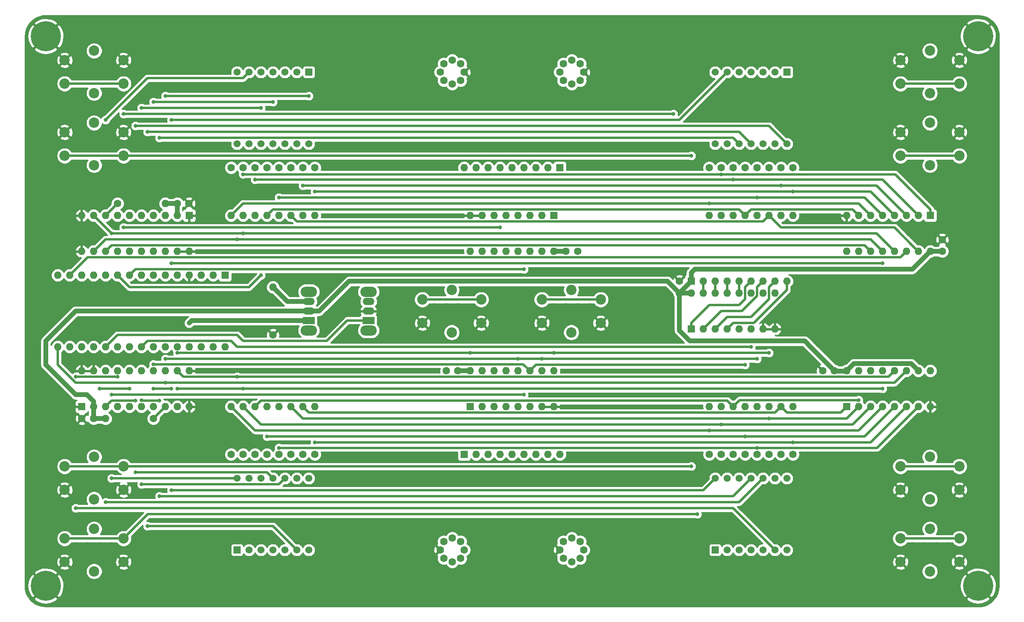
<source format=gbr>
G04 #@! TF.GenerationSoftware,KiCad,Pcbnew,(5.1.4)-1*
G04 #@! TF.CreationDate,2020-08-06T21:16:19-04:00*
G04 #@! TF.ProjectId,mtg_life_counter,6d74675f-6c69-4666-955f-636f756e7465,0.1*
G04 #@! TF.SameCoordinates,Original*
G04 #@! TF.FileFunction,Copper,L2,Bot*
G04 #@! TF.FilePolarity,Positive*
%FSLAX46Y46*%
G04 Gerber Fmt 4.6, Leading zero omitted, Abs format (unit mm)*
G04 Created by KiCad (PCBNEW (5.1.4)-1) date 2020-08-06 21:16:19*
%MOMM*%
%LPD*%
G04 APERTURE LIST*
%ADD10C,2.200000*%
%ADD11C,1.500000*%
%ADD12R,1.500000X1.500000*%
%ADD13O,1.600000X1.600000*%
%ADD14R,1.600000X1.600000*%
%ADD15C,1.600000*%
%ADD16C,0.800000*%
%ADD17C,6.400000*%
%ADD18O,3.500000X2.200000*%
%ADD19O,2.500000X1.500000*%
%ADD20R,2.500000X1.500000*%
%ADD21C,0.500000*%
%ADD22C,1.000000*%
%ADD23C,0.254000*%
G04 APERTURE END LIST*
D10*
X40740000Y-119920000D03*
X40740000Y-128920000D03*
X34490000Y-126920000D03*
X46990000Y-126920000D03*
X46990000Y-121920000D03*
X34490000Y-121920000D03*
D11*
X71120000Y-124460000D03*
X73660000Y-124460000D03*
X76200000Y-124460000D03*
X78740000Y-124460000D03*
X81280000Y-124460000D03*
X83820000Y-124460000D03*
X86360000Y-124460000D03*
X86360000Y-139700000D03*
X83820000Y-139700000D03*
X81280000Y-139700000D03*
X78740000Y-139700000D03*
X76200000Y-139700000D03*
X73660000Y-139700000D03*
D12*
X71120000Y-139700000D03*
D11*
X172720000Y-124460000D03*
X175260000Y-124460000D03*
X177800000Y-124460000D03*
X180340000Y-124460000D03*
X182880000Y-124460000D03*
X185420000Y-124460000D03*
X187960000Y-124460000D03*
X187960000Y-139700000D03*
X185420000Y-139700000D03*
X182880000Y-139700000D03*
X180340000Y-139700000D03*
X177800000Y-139700000D03*
X175260000Y-139700000D03*
D12*
X172720000Y-139700000D03*
D13*
X60960000Y-76200000D03*
X38100000Y-68580000D03*
X58420000Y-76200000D03*
X40640000Y-68580000D03*
X55880000Y-76200000D03*
X43180000Y-68580000D03*
X53340000Y-76200000D03*
X45720000Y-68580000D03*
X50800000Y-76200000D03*
X48260000Y-68580000D03*
X48260000Y-76200000D03*
X50800000Y-68580000D03*
X45720000Y-76200000D03*
X53340000Y-68580000D03*
X43180000Y-76200000D03*
X55880000Y-68580000D03*
X40640000Y-76200000D03*
X58420000Y-68580000D03*
X38100000Y-76200000D03*
D14*
X60960000Y-68580000D03*
D13*
X55880000Y-66040000D03*
D15*
X45720000Y-66040000D03*
X58420000Y-66040000D03*
X60920000Y-66040000D03*
D11*
X187960000Y-53340000D03*
X185420000Y-53340000D03*
X182880000Y-53340000D03*
X180340000Y-53340000D03*
X177800000Y-53340000D03*
X175260000Y-53340000D03*
X172720000Y-53340000D03*
X172720000Y-38100000D03*
X175260000Y-38100000D03*
X177800000Y-38100000D03*
X180340000Y-38100000D03*
X182880000Y-38100000D03*
X185420000Y-38100000D03*
D12*
X187960000Y-38100000D03*
D10*
X40740000Y-135240000D03*
X40740000Y-144240000D03*
X34490000Y-142240000D03*
X46990000Y-142240000D03*
X46990000Y-137240000D03*
X34490000Y-137240000D03*
X218340000Y-135240000D03*
X218340000Y-144240000D03*
X212090000Y-142240000D03*
X224590000Y-142240000D03*
X224590000Y-137240000D03*
X212090000Y-137240000D03*
X218340000Y-119920000D03*
X218340000Y-128920000D03*
X212090000Y-126920000D03*
X224590000Y-126920000D03*
X224590000Y-121920000D03*
X212090000Y-121920000D03*
X218340000Y-57880000D03*
X218340000Y-48880000D03*
X224590000Y-50880000D03*
X212090000Y-50880000D03*
X212090000Y-55880000D03*
X224590000Y-55880000D03*
X218340000Y-42560000D03*
X218340000Y-33560000D03*
X224590000Y-35560000D03*
X212090000Y-35560000D03*
X212090000Y-40560000D03*
X224590000Y-40560000D03*
X40740000Y-57880000D03*
X40740000Y-48880000D03*
X46990000Y-50880000D03*
X34490000Y-50880000D03*
X34490000Y-55880000D03*
X46990000Y-55880000D03*
X40740000Y-42560000D03*
X40740000Y-33560000D03*
X46990000Y-35560000D03*
X34490000Y-35560000D03*
X34490000Y-40560000D03*
X46990000Y-40560000D03*
X142140000Y-84440000D03*
X142140000Y-93440000D03*
X135890000Y-91440000D03*
X148390000Y-91440000D03*
X148390000Y-86440000D03*
X135890000Y-86440000D03*
X116740000Y-84440000D03*
X116740000Y-93440000D03*
X110490000Y-91440000D03*
X122990000Y-91440000D03*
X122990000Y-86440000D03*
X110490000Y-86440000D03*
D16*
X32177056Y-145622944D03*
X30480000Y-144920000D03*
X28782944Y-145622944D03*
X28080000Y-147320000D03*
X28782944Y-149017056D03*
X30480000Y-149720000D03*
X32177056Y-149017056D03*
X32880000Y-147320000D03*
D17*
X30480000Y-147320000D03*
D16*
X230297056Y-145622944D03*
X228600000Y-144920000D03*
X226902944Y-145622944D03*
X226200000Y-147320000D03*
X226902944Y-149017056D03*
X228600000Y-149720000D03*
X230297056Y-149017056D03*
X231000000Y-147320000D03*
D17*
X228600000Y-147320000D03*
D16*
X230297056Y-28782944D03*
X228600000Y-28080000D03*
X226902944Y-28782944D03*
X226200000Y-30480000D03*
X226902944Y-32177056D03*
X228600000Y-32880000D03*
X230297056Y-32177056D03*
X231000000Y-30480000D03*
D17*
X228600000Y-30480000D03*
D16*
X32177056Y-28782944D03*
X30480000Y-28080000D03*
X28782944Y-28782944D03*
X28080000Y-30480000D03*
X28782944Y-32177056D03*
X30480000Y-32880000D03*
X32177056Y-32177056D03*
X32880000Y-30480000D03*
D17*
X30480000Y-30480000D03*
D11*
X86360000Y-53340000D03*
X83820000Y-53340000D03*
X81280000Y-53340000D03*
X78740000Y-53340000D03*
X76200000Y-53340000D03*
X73660000Y-53340000D03*
X71120000Y-53340000D03*
X71120000Y-38100000D03*
X73660000Y-38100000D03*
X76200000Y-38100000D03*
X78740000Y-38100000D03*
X81280000Y-38100000D03*
X83820000Y-38100000D03*
D12*
X86360000Y-38100000D03*
D15*
X115040000Y-141500000D03*
X118640000Y-141500000D03*
X118640000Y-137900000D03*
X115040000Y-137900000D03*
X116840000Y-142240000D03*
X119380000Y-139700000D03*
X114300000Y-139700000D03*
X116840000Y-137160000D03*
X140440000Y-141500000D03*
X144040000Y-141500000D03*
X144040000Y-137900000D03*
X140440000Y-137900000D03*
X142240000Y-142240000D03*
X144780000Y-139700000D03*
X139700000Y-139700000D03*
X142240000Y-137160000D03*
X144040000Y-36300000D03*
X140440000Y-36300000D03*
X140440000Y-39900000D03*
X144040000Y-39900000D03*
X142240000Y-35560000D03*
X139700000Y-38100000D03*
X144780000Y-38100000D03*
X142240000Y-40640000D03*
X118640000Y-36300000D03*
X115040000Y-36300000D03*
X115040000Y-39900000D03*
X118640000Y-39900000D03*
X116840000Y-35560000D03*
X114300000Y-38100000D03*
X119380000Y-38100000D03*
X116840000Y-40640000D03*
D13*
X38100000Y-101600000D03*
X60960000Y-109220000D03*
X40640000Y-101600000D03*
X58420000Y-109220000D03*
X43180000Y-101600000D03*
X55880000Y-109220000D03*
X45720000Y-101600000D03*
X53340000Y-109220000D03*
X48260000Y-101600000D03*
X50800000Y-109220000D03*
X50800000Y-101600000D03*
X48260000Y-109220000D03*
X53340000Y-101600000D03*
X45720000Y-109220000D03*
X55880000Y-101600000D03*
X43180000Y-109220000D03*
X58420000Y-101600000D03*
X40640000Y-109220000D03*
X60960000Y-101600000D03*
D14*
X38100000Y-109220000D03*
D18*
X86360000Y-84800000D03*
X86360000Y-93000000D03*
D19*
X86360000Y-86900000D03*
X86360000Y-88900000D03*
D20*
X86360000Y-90900000D03*
D13*
X78740000Y-83820000D03*
D15*
X78740000Y-93980000D03*
D14*
X68580000Y-81280000D03*
D13*
X35560000Y-96520000D03*
X66040000Y-81280000D03*
X38100000Y-96520000D03*
X63500000Y-81280000D03*
X40640000Y-96520000D03*
X60960000Y-81280000D03*
X43180000Y-96520000D03*
X58420000Y-81280000D03*
X45720000Y-96520000D03*
X55880000Y-81280000D03*
X48260000Y-96520000D03*
X53340000Y-81280000D03*
X50800000Y-96520000D03*
X50800000Y-81280000D03*
X53340000Y-96520000D03*
X48260000Y-81280000D03*
X55880000Y-96520000D03*
X45720000Y-81280000D03*
X58420000Y-96520000D03*
X43180000Y-81280000D03*
X60960000Y-96520000D03*
X40640000Y-81280000D03*
X63500000Y-96520000D03*
X38100000Y-81280000D03*
X66040000Y-96520000D03*
X35560000Y-81280000D03*
X68580000Y-96520000D03*
X33020000Y-81280000D03*
X33020000Y-96520000D03*
D15*
X220980000Y-73700000D03*
X220980000Y-76200000D03*
X198080000Y-101600000D03*
X195580000Y-101600000D03*
X40640000Y-111760000D03*
X38140000Y-111760000D03*
X141010000Y-76200000D03*
X143510000Y-76200000D03*
X118070000Y-101600000D03*
X115570000Y-101600000D03*
X165100000Y-85050000D03*
X165100000Y-82550000D03*
D13*
X82550000Y-68580000D03*
D15*
X82550000Y-58420000D03*
X72390000Y-58420000D03*
D13*
X72390000Y-68580000D03*
X74930000Y-68580000D03*
D15*
X74930000Y-58420000D03*
X85090000Y-58420000D03*
D13*
X85090000Y-68580000D03*
X87630000Y-68580000D03*
D15*
X87630000Y-58420000D03*
X80010000Y-58420000D03*
D13*
X80010000Y-68580000D03*
X69850000Y-68580000D03*
D15*
X69850000Y-58420000D03*
X77470000Y-58420000D03*
D13*
X77470000Y-68580000D03*
X184150000Y-68580000D03*
D15*
X184150000Y-58420000D03*
X173990000Y-58420000D03*
D13*
X173990000Y-68580000D03*
X176530000Y-68580000D03*
D15*
X176530000Y-58420000D03*
X186690000Y-58420000D03*
D13*
X186690000Y-68580000D03*
X189230000Y-68580000D03*
D15*
X189230000Y-58420000D03*
X181610000Y-58420000D03*
D13*
X181610000Y-68580000D03*
X171450000Y-68580000D03*
D15*
X171450000Y-58420000D03*
X179070000Y-58420000D03*
D13*
X179070000Y-68580000D03*
X176530000Y-109220000D03*
D15*
X176530000Y-119380000D03*
X186690000Y-119380000D03*
D13*
X186690000Y-109220000D03*
X184150000Y-109220000D03*
D15*
X184150000Y-119380000D03*
X173990000Y-119380000D03*
D13*
X173990000Y-109220000D03*
X171450000Y-109220000D03*
D15*
X171450000Y-119380000D03*
X179070000Y-119380000D03*
D13*
X179070000Y-109220000D03*
X189230000Y-109220000D03*
D15*
X189230000Y-119380000D03*
X181610000Y-119380000D03*
D13*
X181610000Y-109220000D03*
X74930000Y-109220000D03*
D15*
X74930000Y-119380000D03*
X85090000Y-119380000D03*
D13*
X85090000Y-109220000D03*
X82550000Y-109220000D03*
D15*
X82550000Y-119380000D03*
X72390000Y-119380000D03*
D13*
X72390000Y-109220000D03*
D15*
X69850000Y-119380000D03*
D13*
X69850000Y-109220000D03*
X77470000Y-109220000D03*
D15*
X77470000Y-119380000D03*
X87630000Y-119380000D03*
D13*
X87630000Y-109220000D03*
X80010000Y-109220000D03*
D15*
X80010000Y-119380000D03*
X53340000Y-111760000D03*
D13*
X43180000Y-111760000D03*
X119380000Y-58420000D03*
X121920000Y-58420000D03*
X124460000Y-58420000D03*
X127000000Y-58420000D03*
X129540000Y-58420000D03*
X132080000Y-58420000D03*
X134620000Y-58420000D03*
X137160000Y-58420000D03*
D14*
X139700000Y-58420000D03*
X119380000Y-119380000D03*
D13*
X121920000Y-119380000D03*
X124460000Y-119380000D03*
X127000000Y-119380000D03*
X129540000Y-119380000D03*
X132080000Y-119380000D03*
X134620000Y-119380000D03*
X137160000Y-119380000D03*
X139700000Y-119380000D03*
D14*
X167640000Y-82550000D03*
D13*
X170180000Y-82550000D03*
X172720000Y-82550000D03*
X175260000Y-82550000D03*
X177800000Y-82550000D03*
X180340000Y-82550000D03*
X182880000Y-82550000D03*
X185420000Y-82550000D03*
X187960000Y-82550000D03*
D20*
X99060000Y-90900000D03*
D19*
X99060000Y-88900000D03*
X99060000Y-86900000D03*
D18*
X99060000Y-93000000D03*
X99060000Y-84800000D03*
D13*
X218440000Y-76200000D03*
X200660000Y-68580000D03*
X215900000Y-76200000D03*
X203200000Y-68580000D03*
X213360000Y-76200000D03*
X205740000Y-68580000D03*
X210820000Y-76200000D03*
X208280000Y-68580000D03*
X208280000Y-76200000D03*
X210820000Y-68580000D03*
X205740000Y-76200000D03*
X213360000Y-68580000D03*
X203200000Y-76200000D03*
X215900000Y-68580000D03*
X200660000Y-76200000D03*
D14*
X218440000Y-68580000D03*
D13*
X200660000Y-101600000D03*
X218440000Y-109220000D03*
X203200000Y-101600000D03*
X215900000Y-109220000D03*
X205740000Y-101600000D03*
X213360000Y-109220000D03*
X208280000Y-101600000D03*
X210820000Y-109220000D03*
X210820000Y-101600000D03*
X208280000Y-109220000D03*
X213360000Y-101600000D03*
X205740000Y-109220000D03*
X215900000Y-101600000D03*
X203200000Y-109220000D03*
X218440000Y-101600000D03*
D14*
X200660000Y-109220000D03*
X138430000Y-68580000D03*
D13*
X120650000Y-76200000D03*
X135890000Y-68580000D03*
X123190000Y-76200000D03*
X133350000Y-68580000D03*
X125730000Y-76200000D03*
X130810000Y-68580000D03*
X128270000Y-76200000D03*
X128270000Y-68580000D03*
X130810000Y-76200000D03*
X125730000Y-68580000D03*
X133350000Y-76200000D03*
X123190000Y-68580000D03*
X135890000Y-76200000D03*
X120650000Y-68580000D03*
X138430000Y-76200000D03*
X120650000Y-101600000D03*
X138430000Y-109220000D03*
X123190000Y-101600000D03*
X135890000Y-109220000D03*
X125730000Y-101600000D03*
X133350000Y-109220000D03*
X128270000Y-101600000D03*
X130810000Y-109220000D03*
X130810000Y-101600000D03*
X128270000Y-109220000D03*
X133350000Y-101600000D03*
X125730000Y-109220000D03*
X135890000Y-101600000D03*
X123190000Y-109220000D03*
X138430000Y-101600000D03*
D14*
X120650000Y-109220000D03*
X167640000Y-92710000D03*
D13*
X185420000Y-85090000D03*
X170180000Y-92710000D03*
X182880000Y-85090000D03*
X172720000Y-92710000D03*
X180340000Y-85090000D03*
X175260000Y-92710000D03*
X177800000Y-85090000D03*
X177800000Y-92710000D03*
X175260000Y-85090000D03*
X180340000Y-92710000D03*
X172720000Y-85090000D03*
X182880000Y-92710000D03*
X170180000Y-85090000D03*
X185420000Y-92710000D03*
X167640000Y-85090000D03*
D16*
X50800000Y-85090000D03*
X52070000Y-86360000D03*
X53340000Y-85090000D03*
X54610000Y-86360000D03*
X55880000Y-85090000D03*
X60960000Y-86360000D03*
X62230000Y-85090000D03*
X63500000Y-86360000D03*
X64770000Y-85090000D03*
X66040000Y-86360000D03*
X67310000Y-85090000D03*
X68580000Y-86360000D03*
X69850000Y-85090000D03*
X69850000Y-92710000D03*
X67310000Y-92710000D03*
X64770000Y-92710000D03*
X62230000Y-92710000D03*
X50800000Y-92710000D03*
X52070000Y-91440000D03*
X53340000Y-92710000D03*
X54610000Y-91440000D03*
X55880000Y-92710000D03*
X57150000Y-91440000D03*
X58420000Y-92710000D03*
X38100000Y-93980000D03*
X39370000Y-92710000D03*
X40640000Y-91440000D03*
X44450000Y-69850000D03*
X41910000Y-72390000D03*
X40640000Y-73660000D03*
X40640000Y-71120000D03*
X39370000Y-72390000D03*
X38100000Y-71120000D03*
X38100000Y-73660000D03*
X76200000Y-62230000D03*
X76200000Y-64770000D03*
X78740000Y-64770000D03*
X77470000Y-63500000D03*
X78740000Y-62230000D03*
X81280000Y-62230000D03*
X82550000Y-63500000D03*
X83820000Y-62230000D03*
X80010000Y-63500000D03*
X69850000Y-66040000D03*
X71120000Y-64770000D03*
X71120000Y-62230000D03*
X69850000Y-63500000D03*
X71120000Y-59690000D03*
X69850000Y-60960000D03*
X73660000Y-62230000D03*
X73660000Y-64770000D03*
X40640000Y-93980000D03*
X41910000Y-92710000D03*
X43180000Y-91440000D03*
X43180000Y-93980000D03*
X44450000Y-92710000D03*
X45720000Y-91440000D03*
X45720000Y-86360000D03*
X43180000Y-86360000D03*
X44450000Y-85090000D03*
X43180000Y-83820000D03*
X45720000Y-83820000D03*
X44450000Y-82550000D03*
X40640000Y-86360000D03*
X40640000Y-83820000D03*
X38100000Y-83820000D03*
X39370000Y-85090000D03*
X38100000Y-86360000D03*
X36830000Y-85090000D03*
X35560000Y-83820000D03*
X35560000Y-86360000D03*
X34290000Y-87630000D03*
X34290000Y-85090000D03*
X33020000Y-83820000D03*
X33020000Y-86360000D03*
X33020000Y-88900000D03*
X213360000Y-71120000D03*
X214630000Y-72390000D03*
X215900000Y-73660000D03*
X215900000Y-71120000D03*
X217170000Y-72390000D03*
X218440000Y-71120000D03*
X218440000Y-73660000D03*
X205740000Y-106680000D03*
X208280000Y-106680000D03*
X210820000Y-106680000D03*
X213360000Y-106680000D03*
X214630000Y-105410000D03*
X212090000Y-105410000D03*
X215900000Y-106680000D03*
X215900000Y-104140000D03*
X213360000Y-104140000D03*
X217170000Y-105410000D03*
X218440000Y-104140000D03*
X218440000Y-106680000D03*
X54610000Y-142240000D03*
X54610000Y-139700000D03*
X55880000Y-140970000D03*
X57150000Y-142240000D03*
X57150000Y-139700000D03*
X55880000Y-138430000D03*
X54610000Y-137160000D03*
X57150000Y-137160000D03*
X58420000Y-138430000D03*
X59690000Y-137160000D03*
X59690000Y-139700000D03*
X58420000Y-140970000D03*
X59690000Y-142240000D03*
X60960000Y-140970000D03*
X60960000Y-138430000D03*
X62230000Y-137160000D03*
X62230000Y-139700000D03*
X62230000Y-142240000D03*
X63500000Y-140970000D03*
X64770000Y-142240000D03*
X63500000Y-138430000D03*
X64770000Y-139700000D03*
X66040000Y-140970000D03*
X64770000Y-137160000D03*
X66040000Y-138430000D03*
X67310000Y-137160000D03*
X67310000Y-139700000D03*
X67310000Y-142240000D03*
X68580000Y-140970000D03*
X69850000Y-142240000D03*
X72390000Y-142240000D03*
X74930000Y-142240000D03*
X77470000Y-142240000D03*
X80010000Y-142240000D03*
X82550000Y-142240000D03*
X85090000Y-142240000D03*
X87630000Y-142240000D03*
X88900000Y-140970000D03*
X90170000Y-142240000D03*
X91440000Y-140970000D03*
X92710000Y-142240000D03*
X93980000Y-140970000D03*
X95250000Y-142240000D03*
X96520000Y-140970000D03*
X97790000Y-142240000D03*
X99060000Y-140970000D03*
X100330000Y-142240000D03*
X101600000Y-140970000D03*
X102870000Y-142240000D03*
X102870000Y-137160000D03*
X102870000Y-134620000D03*
X101600000Y-135890000D03*
X100330000Y-134620000D03*
X100330000Y-137160000D03*
X99060000Y-135890000D03*
X97790000Y-134620000D03*
X97790000Y-137160000D03*
X95250000Y-137160000D03*
X92710000Y-137160000D03*
X90170000Y-137160000D03*
X87630000Y-137160000D03*
X88900000Y-135890000D03*
X87630000Y-134620000D03*
X90170000Y-134620000D03*
X92710000Y-134620000D03*
X91440000Y-135890000D03*
X93980000Y-135890000D03*
X95250000Y-134620000D03*
X96520000Y-135890000D03*
X88900000Y-124460000D03*
X91440000Y-124460000D03*
X93980000Y-124460000D03*
X96520000Y-124460000D03*
X99060000Y-124460000D03*
X101600000Y-124460000D03*
X156210000Y-124460000D03*
X158750000Y-124460000D03*
X161290000Y-124460000D03*
X163830000Y-124460000D03*
X166370000Y-124460000D03*
X156210000Y-134620000D03*
X156210000Y-137160000D03*
X156210000Y-139700000D03*
X157480000Y-140970000D03*
X157480000Y-138430000D03*
X157480000Y-135890000D03*
X158750000Y-134620000D03*
X158750000Y-137160000D03*
X158750000Y-139700000D03*
X160020000Y-140970000D03*
X160020000Y-138430000D03*
X160020000Y-135890000D03*
X161290000Y-134620000D03*
X161290000Y-137160000D03*
X161290000Y-139700000D03*
X162560000Y-140970000D03*
X162560000Y-138430000D03*
X162560000Y-135890000D03*
X163830000Y-134620000D03*
X163830000Y-137160000D03*
X163830000Y-139700000D03*
X165100000Y-140970000D03*
X165100000Y-138430000D03*
X165100000Y-135890000D03*
X166370000Y-134620000D03*
X166370000Y-137160000D03*
X166370000Y-139700000D03*
X167640000Y-140970000D03*
X167640000Y-138430000D03*
X167640000Y-135890000D03*
X168910000Y-134620000D03*
X168910000Y-137160000D03*
X168910000Y-139700000D03*
X170180000Y-140970000D03*
X170180000Y-138430000D03*
X204470000Y-139700000D03*
X203200000Y-138430000D03*
X201930000Y-139700000D03*
X200660000Y-138430000D03*
X199390000Y-139700000D03*
X198120000Y-138430000D03*
X196850000Y-139700000D03*
X195580000Y-138430000D03*
X194310000Y-139700000D03*
X193040000Y-138430000D03*
X191770000Y-139700000D03*
X190500000Y-138430000D03*
X203200000Y-135890000D03*
X203200000Y-133350000D03*
X201930000Y-132080000D03*
X200660000Y-130810000D03*
X199390000Y-129540000D03*
X196850000Y-129540000D03*
X198120000Y-130810000D03*
X199390000Y-132080000D03*
X200660000Y-133350000D03*
X201930000Y-134620000D03*
X200660000Y-135890000D03*
X198120000Y-135890000D03*
X195580000Y-135890000D03*
X193040000Y-135890000D03*
X190500000Y-135890000D03*
X187960000Y-135890000D03*
X189230000Y-134620000D03*
X191770000Y-134620000D03*
X194310000Y-134620000D03*
X196850000Y-134620000D03*
X199390000Y-134620000D03*
X198120000Y-133350000D03*
X195580000Y-133350000D03*
X196850000Y-132080000D03*
X194310000Y-132080000D03*
X195580000Y-130810000D03*
X194310000Y-129540000D03*
X191770000Y-129540000D03*
X189230000Y-129540000D03*
X187960000Y-130810000D03*
X187960000Y-133350000D03*
X190500000Y-130810000D03*
X193040000Y-130810000D03*
X189230000Y-132080000D03*
X190500000Y-133350000D03*
X191770000Y-132080000D03*
X193040000Y-133350000D03*
X111760000Y-93980000D03*
X114300000Y-93980000D03*
X191770000Y-124460000D03*
X190500000Y-123190000D03*
X194310000Y-124460000D03*
X193040000Y-123190000D03*
X196850000Y-124460000D03*
X200660000Y-123190000D03*
X201930000Y-124460000D03*
X203200000Y-123190000D03*
X204470000Y-124460000D03*
X204470000Y-53340000D03*
X203200000Y-54610000D03*
X201930000Y-53340000D03*
X200660000Y-54610000D03*
X199390000Y-53340000D03*
X198120000Y-54610000D03*
X196850000Y-53340000D03*
X195580000Y-54610000D03*
X194310000Y-53340000D03*
X193040000Y-54610000D03*
X156210000Y-35560000D03*
X158750000Y-35560000D03*
X156210000Y-38100000D03*
X157480000Y-36830000D03*
X158750000Y-38100000D03*
X156210000Y-40640000D03*
X157480000Y-39370000D03*
X156210000Y-43180000D03*
X158750000Y-43180000D03*
X157480000Y-41910000D03*
X158750000Y-40640000D03*
X161290000Y-35560000D03*
X163830000Y-35560000D03*
X166370000Y-35560000D03*
X168910000Y-35560000D03*
X170180000Y-36830000D03*
X168910000Y-38100000D03*
X170180000Y-39370000D03*
X168910000Y-40640000D03*
X167640000Y-41910000D03*
X166370000Y-43180000D03*
X165100000Y-44450000D03*
X161290000Y-43180000D03*
X163830000Y-43180000D03*
X165100000Y-41910000D03*
X162560000Y-41910000D03*
X160020000Y-41910000D03*
X161290000Y-40640000D03*
X162560000Y-39370000D03*
X163830000Y-38100000D03*
X165100000Y-36830000D03*
X162560000Y-36830000D03*
X161290000Y-38100000D03*
X160020000Y-39370000D03*
X160020000Y-36830000D03*
X163830000Y-40640000D03*
X165100000Y-39370000D03*
X166370000Y-38100000D03*
X167640000Y-36830000D03*
X167640000Y-39370000D03*
X166370000Y-40640000D03*
X156210000Y-142240000D03*
X158750000Y-142240000D03*
X161290000Y-142240000D03*
X163830000Y-142240000D03*
X166370000Y-142240000D03*
X168910000Y-142240000D03*
X171450000Y-142240000D03*
X90170000Y-139700000D03*
X92710000Y-139700000D03*
X95250000Y-139700000D03*
X97790000Y-139700000D03*
X100330000Y-139700000D03*
X102870000Y-139700000D03*
X88900000Y-138430000D03*
X91440000Y-138430000D03*
X93980000Y-138430000D03*
X96520000Y-138430000D03*
X99060000Y-138430000D03*
X101600000Y-138430000D03*
X55880000Y-135890000D03*
X58420000Y-135890000D03*
X60960000Y-135890000D03*
X63500000Y-135890000D03*
X66040000Y-135890000D03*
X68580000Y-138430000D03*
X68580000Y-135890000D03*
X53340000Y-133350000D03*
X55880000Y-133350000D03*
X58420000Y-133350000D03*
X60960000Y-133350000D03*
X63500000Y-133350000D03*
X66040000Y-133350000D03*
X68580000Y-133350000D03*
X101600000Y-133350000D03*
X99060000Y-133350000D03*
X96520000Y-133350000D03*
X93980000Y-133350000D03*
X91440000Y-133350000D03*
X88900000Y-133350000D03*
X87630000Y-125730000D03*
X90170000Y-125730000D03*
X92710000Y-125730000D03*
X95250000Y-125730000D03*
X97790000Y-125730000D03*
X100330000Y-125730000D03*
X102870000Y-125730000D03*
X102870000Y-123190000D03*
X100330000Y-123190000D03*
X97790000Y-123190000D03*
X95250000Y-123190000D03*
X92710000Y-123190000D03*
X90170000Y-123190000D03*
X87630000Y-123190000D03*
X173990000Y-142240000D03*
X176530000Y-142240000D03*
X179070000Y-142240000D03*
X181610000Y-142240000D03*
X184150000Y-142240000D03*
X186690000Y-142240000D03*
X189230000Y-142240000D03*
X190500000Y-140970000D03*
X191770000Y-142240000D03*
X193040000Y-140970000D03*
X195580000Y-140970000D03*
X194310000Y-142240000D03*
X198120000Y-140970000D03*
X196850000Y-142240000D03*
X199390000Y-142240000D03*
X200660000Y-140970000D03*
X203200000Y-140970000D03*
X201930000Y-142240000D03*
X204470000Y-142240000D03*
X204470000Y-137160000D03*
X201930000Y-137160000D03*
X199390000Y-137160000D03*
X196850000Y-137160000D03*
X194310000Y-137160000D03*
X191770000Y-137160000D03*
X189230000Y-137160000D03*
X187960000Y-128270000D03*
X189230000Y-127000000D03*
X190500000Y-125730000D03*
X190500000Y-128270000D03*
X191770000Y-127000000D03*
X193040000Y-125730000D03*
X193040000Y-128270000D03*
X194310000Y-127000000D03*
X195580000Y-125730000D03*
X195580000Y-128270000D03*
X196850000Y-127000000D03*
X198120000Y-125730000D03*
X198120000Y-128270000D03*
X199390000Y-127000000D03*
X200660000Y-128270000D03*
X201930000Y-129540000D03*
X203200000Y-130810000D03*
X204470000Y-132080000D03*
X204470000Y-134620000D03*
X204470000Y-127000000D03*
X203200000Y-125730000D03*
X195580000Y-123190000D03*
X156210000Y-53340000D03*
X157480000Y-54610000D03*
X158750000Y-53340000D03*
X160020000Y-54610000D03*
X161290000Y-53340000D03*
X162560000Y-54610000D03*
X165100000Y-53340000D03*
X166370000Y-54610000D03*
X167640000Y-53340000D03*
X168910000Y-54610000D03*
X170180000Y-53340000D03*
X171450000Y-54610000D03*
X170180000Y-55880000D03*
X157480000Y-44450000D03*
X160020000Y-44450000D03*
X162560000Y-44450000D03*
X171450000Y-35560000D03*
X161290000Y-45720000D03*
X158750000Y-45720000D03*
X156210000Y-45720000D03*
X173990000Y-35560000D03*
X176530000Y-35560000D03*
X179070000Y-35560000D03*
X181610000Y-35560000D03*
X184150000Y-35560000D03*
X186690000Y-35560000D03*
X189230000Y-35560000D03*
X191770000Y-35560000D03*
X190500000Y-36830000D03*
X191770000Y-38100000D03*
X194310000Y-35560000D03*
X193040000Y-36830000D03*
X194310000Y-38100000D03*
X195580000Y-36830000D03*
X196850000Y-35560000D03*
X196850000Y-38100000D03*
X198120000Y-36830000D03*
X199390000Y-35560000D03*
X199390000Y-38100000D03*
X200660000Y-36830000D03*
X201930000Y-35560000D03*
X204470000Y-35560000D03*
X203200000Y-36830000D03*
X201930000Y-38100000D03*
X204470000Y-38100000D03*
X203200000Y-39370000D03*
X200660000Y-39370000D03*
X198120000Y-39370000D03*
X195580000Y-39370000D03*
X193040000Y-39370000D03*
X190500000Y-39370000D03*
X190500000Y-41910000D03*
X191770000Y-40640000D03*
X190500000Y-44450000D03*
X191770000Y-43180000D03*
X194310000Y-40640000D03*
X193040000Y-41910000D03*
X196850000Y-40640000D03*
X195580000Y-41910000D03*
X194310000Y-43180000D03*
X193040000Y-44450000D03*
X191770000Y-45720000D03*
X190500000Y-46990000D03*
X190500000Y-49530000D03*
X191770000Y-48260000D03*
X193040000Y-46990000D03*
X194310000Y-45720000D03*
X195580000Y-44450000D03*
X196850000Y-43180000D03*
X198120000Y-41910000D03*
X199390000Y-40640000D03*
X201930000Y-40640000D03*
X200660000Y-41910000D03*
X199390000Y-43180000D03*
X198120000Y-44450000D03*
X196850000Y-45720000D03*
X195580000Y-46990000D03*
X194310000Y-48260000D03*
X193040000Y-49530000D03*
X191770000Y-50800000D03*
X190500000Y-52070000D03*
X204470000Y-40640000D03*
X203200000Y-41910000D03*
X201930000Y-43180000D03*
X204470000Y-43180000D03*
X203200000Y-44450000D03*
X200660000Y-44450000D03*
X199390000Y-45720000D03*
X201930000Y-45720000D03*
X204470000Y-45720000D03*
X203200000Y-46990000D03*
X200660000Y-46990000D03*
X198120000Y-46990000D03*
X196850000Y-48260000D03*
X199390000Y-48260000D03*
X201930000Y-48260000D03*
X204470000Y-48260000D03*
X203200000Y-49530000D03*
X204470000Y-50800000D03*
X201930000Y-50800000D03*
X200660000Y-49530000D03*
X199390000Y-50800000D03*
X198120000Y-49530000D03*
X196850000Y-50800000D03*
X195580000Y-49530000D03*
X194310000Y-50800000D03*
X193040000Y-52070000D03*
X195580000Y-52070000D03*
X198120000Y-52070000D03*
X200660000Y-52070000D03*
X203200000Y-52070000D03*
X191770000Y-53340000D03*
X190500000Y-54610000D03*
X191770000Y-55880000D03*
X194310000Y-55880000D03*
X196850000Y-55880000D03*
X199390000Y-55880000D03*
X201930000Y-55880000D03*
X167640000Y-48260000D03*
X170180000Y-48260000D03*
X172720000Y-48260000D03*
X172720000Y-45720000D03*
X172720000Y-43180000D03*
X171450000Y-44450000D03*
X171450000Y-46990000D03*
X168910000Y-46990000D03*
X170180000Y-45720000D03*
X222250000Y-123190000D03*
X214630000Y-123190000D03*
X217170000Y-123190000D03*
X219710000Y-123190000D03*
X215900000Y-124460000D03*
X218440000Y-124460000D03*
X220980000Y-124460000D03*
X223520000Y-124460000D03*
X222250000Y-125730000D03*
X219710000Y-125730000D03*
X217170000Y-125730000D03*
X214630000Y-125730000D03*
X213360000Y-124460000D03*
X220980000Y-127000000D03*
X215900000Y-127000000D03*
X214630000Y-128270000D03*
X222250000Y-128270000D03*
X220980000Y-129540000D03*
X223520000Y-129540000D03*
X215900000Y-129540000D03*
X213360000Y-129540000D03*
X215900000Y-119380000D03*
X214630000Y-120650000D03*
X220980000Y-119380000D03*
X222250000Y-120650000D03*
X223520000Y-119380000D03*
X213360000Y-119380000D03*
X214630000Y-135890000D03*
X215900000Y-134620000D03*
X213360000Y-134620000D03*
X222250000Y-135890000D03*
X220980000Y-134620000D03*
X223520000Y-134620000D03*
X214630000Y-138430000D03*
X213360000Y-139700000D03*
X214630000Y-140970000D03*
X215900000Y-139700000D03*
X217170000Y-138430000D03*
X217170000Y-140970000D03*
X218440000Y-139700000D03*
X219710000Y-138430000D03*
X219710000Y-140970000D03*
X220980000Y-139700000D03*
X222250000Y-138430000D03*
X222250000Y-140970000D03*
X223520000Y-139700000D03*
X215900000Y-142240000D03*
X220980000Y-142240000D03*
X222250000Y-143510000D03*
X220980000Y-144780000D03*
X223520000Y-144780000D03*
X214630000Y-143510000D03*
X213360000Y-144780000D03*
X215900000Y-144780000D03*
X36830000Y-135890000D03*
X35560000Y-134620000D03*
X38100000Y-134620000D03*
X44450000Y-135890000D03*
X43180000Y-134620000D03*
X45720000Y-134620000D03*
X36830000Y-138430000D03*
X35560000Y-139700000D03*
X36830000Y-140970000D03*
X38100000Y-139700000D03*
X39370000Y-138430000D03*
X41910000Y-138430000D03*
X40640000Y-139700000D03*
X43180000Y-139700000D03*
X44450000Y-138430000D03*
X45720000Y-139700000D03*
X39370000Y-140970000D03*
X41910000Y-140970000D03*
X44450000Y-140970000D03*
X43180000Y-142240000D03*
X38100000Y-142240000D03*
X36830000Y-143510000D03*
X35560000Y-144780000D03*
X38100000Y-144780000D03*
X44450000Y-143510000D03*
X43180000Y-144780000D03*
X45720000Y-144780000D03*
X38100000Y-119380000D03*
X38100000Y-123190000D03*
X40640000Y-123190000D03*
X41910000Y-124460000D03*
X39370000Y-124460000D03*
X38100000Y-125730000D03*
X40640000Y-125730000D03*
X39370000Y-127000000D03*
X41910000Y-127000000D03*
X214630000Y-41910000D03*
X215900000Y-43180000D03*
X213360000Y-43180000D03*
X222250000Y-41910000D03*
X220980000Y-43180000D03*
X223520000Y-43180000D03*
X217170000Y-39370000D03*
X219710000Y-39370000D03*
X218440000Y-38100000D03*
X219710000Y-36830000D03*
X217170000Y-36830000D03*
X215900000Y-38100000D03*
X213360000Y-38100000D03*
X214630000Y-36830000D03*
X214630000Y-39370000D03*
X220980000Y-38100000D03*
X222250000Y-39370000D03*
X222250000Y-36830000D03*
X220980000Y-35560000D03*
X215900000Y-35560000D03*
X214630000Y-34290000D03*
X215900000Y-33020000D03*
X213360000Y-33020000D03*
X222250000Y-34290000D03*
X220980000Y-33020000D03*
X223520000Y-33020000D03*
X214630000Y-57150000D03*
X213360000Y-58420000D03*
X215900000Y-58420000D03*
X222250000Y-57150000D03*
X220980000Y-58420000D03*
X223520000Y-58420000D03*
X217170000Y-54610000D03*
X219710000Y-54610000D03*
X218440000Y-53340000D03*
X214630000Y-54610000D03*
X215900000Y-53340000D03*
X213360000Y-53340000D03*
X214630000Y-52070000D03*
X217170000Y-52070000D03*
X219710000Y-52070000D03*
X220980000Y-53340000D03*
X222250000Y-52070000D03*
X222250000Y-54610000D03*
X220980000Y-50800000D03*
X222250000Y-49530000D03*
X220980000Y-48260000D03*
X223520000Y-48260000D03*
X215900000Y-50800000D03*
X214630000Y-49530000D03*
X215900000Y-48260000D03*
X213360000Y-48260000D03*
X36830000Y-41910000D03*
X38100000Y-43180000D03*
X35560000Y-43180000D03*
X45720000Y-43180000D03*
X44450000Y-41910000D03*
X43180000Y-43180000D03*
X39370000Y-39370000D03*
X41910000Y-39370000D03*
X40640000Y-38100000D03*
X36830000Y-39370000D03*
X38100000Y-38100000D03*
X39370000Y-36830000D03*
X41910000Y-36830000D03*
X43180000Y-38100000D03*
X44450000Y-39370000D03*
X44450000Y-36830000D03*
X45720000Y-38100000D03*
X35560000Y-38100000D03*
X36830000Y-36830000D03*
X38100000Y-35560000D03*
X36830000Y-34290000D03*
X38100000Y-33020000D03*
X35560000Y-33020000D03*
X43180000Y-35560000D03*
X44450000Y-34290000D03*
X43180000Y-33020000D03*
X45720000Y-33020000D03*
X39370000Y-54610000D03*
X41910000Y-54610000D03*
X40640000Y-53340000D03*
X39370000Y-52070000D03*
X41910000Y-52070000D03*
X36830000Y-57150000D03*
X38100000Y-58420000D03*
X35560000Y-58420000D03*
X38100000Y-53340000D03*
X35560000Y-53340000D03*
X36830000Y-54610000D03*
X36830000Y-52070000D03*
X38100000Y-50800000D03*
X38100000Y-48260000D03*
X36830000Y-49530000D03*
X35560000Y-48260000D03*
X44450000Y-52070000D03*
X44450000Y-54610000D03*
X45720000Y-53340000D03*
X45720000Y-48260000D03*
X44450000Y-49530000D03*
X45720000Y-58420000D03*
X44450000Y-57150000D03*
X113030000Y-92710000D03*
X114300000Y-91440000D03*
X115570000Y-90170000D03*
X118110000Y-90170000D03*
X116840000Y-91440000D03*
X119380000Y-91440000D03*
X119380000Y-93980000D03*
X119380000Y-88900000D03*
X116840000Y-88900000D03*
X114300000Y-88900000D03*
X111760000Y-88900000D03*
X113030000Y-90170000D03*
X113030000Y-87630000D03*
X115570000Y-87630000D03*
X118110000Y-87630000D03*
X54610000Y-35560000D03*
X57150000Y-35560000D03*
X55880000Y-36830000D03*
X54610000Y-38100000D03*
X57150000Y-38100000D03*
X58420000Y-36830000D03*
X59690000Y-35560000D03*
X59690000Y-38100000D03*
X55880000Y-40640000D03*
X54610000Y-41910000D03*
X57150000Y-41910000D03*
X58420000Y-40640000D03*
X59690000Y-41910000D03*
X60960000Y-40640000D03*
X62230000Y-41910000D03*
X62230000Y-35560000D03*
X64770000Y-35560000D03*
X67310000Y-35560000D03*
X69850000Y-35560000D03*
X72390000Y-35560000D03*
X74930000Y-35560000D03*
X77470000Y-35560000D03*
X80010000Y-35560000D03*
X82550000Y-35560000D03*
X85090000Y-35560000D03*
X87630000Y-35560000D03*
X90170000Y-35560000D03*
X92710000Y-35560000D03*
X95250000Y-35560000D03*
X97790000Y-35560000D03*
X100330000Y-35560000D03*
X102870000Y-35560000D03*
X101600000Y-36830000D03*
X102870000Y-38100000D03*
X99060000Y-36830000D03*
X100330000Y-38100000D03*
X101600000Y-39370000D03*
X102870000Y-40640000D03*
X102870000Y-43180000D03*
X102870000Y-45720000D03*
X100330000Y-45720000D03*
X97790000Y-45720000D03*
X95250000Y-45720000D03*
X92710000Y-45720000D03*
X90170000Y-45720000D03*
X88900000Y-44450000D03*
X90170000Y-43180000D03*
X88900000Y-41910000D03*
X90170000Y-40640000D03*
X88900000Y-39370000D03*
X90170000Y-38100000D03*
X88900000Y-36830000D03*
X91440000Y-36830000D03*
X93980000Y-36830000D03*
X96520000Y-36830000D03*
X92710000Y-38100000D03*
X95250000Y-38100000D03*
X97790000Y-38100000D03*
X99060000Y-39370000D03*
X96520000Y-39370000D03*
X93980000Y-39370000D03*
X91440000Y-39370000D03*
X92710000Y-40640000D03*
X91440000Y-41910000D03*
X91440000Y-44450000D03*
X92710000Y-43180000D03*
X93980000Y-44450000D03*
X93980000Y-41910000D03*
X95250000Y-43180000D03*
X96520000Y-44450000D03*
X95250000Y-40640000D03*
X96520000Y-41910000D03*
X97790000Y-43180000D03*
X99060000Y-44450000D03*
X100330000Y-43180000D03*
X97790000Y-40640000D03*
X99060000Y-41910000D03*
X101600000Y-41910000D03*
X100330000Y-40640000D03*
X60960000Y-36830000D03*
X63500000Y-36830000D03*
X62230000Y-38100000D03*
X66040000Y-36830000D03*
X64770000Y-38100000D03*
X67310000Y-38100000D03*
X68580000Y-36830000D03*
X63500000Y-40640000D03*
X64770000Y-41910000D03*
X66040000Y-40640000D03*
X67310000Y-41910000D03*
X68580000Y-40640000D03*
X69850000Y-41910000D03*
X71120000Y-40640000D03*
X102870000Y-54610000D03*
X101600000Y-53340000D03*
X100330000Y-54610000D03*
X99060000Y-53340000D03*
X97790000Y-54610000D03*
X96520000Y-53340000D03*
X95250000Y-54610000D03*
X93980000Y-53340000D03*
X92710000Y-54610000D03*
X91440000Y-53340000D03*
X90170000Y-54610000D03*
X88900000Y-53340000D03*
X58420000Y-53340000D03*
X69850000Y-54610000D03*
X68580000Y-53340000D03*
X67310000Y-54610000D03*
X66040000Y-53340000D03*
X64770000Y-54610000D03*
X63500000Y-53340000D03*
X62230000Y-54610000D03*
X60960000Y-53340000D03*
X59690000Y-54610000D03*
X101600000Y-44450000D03*
X157480000Y-133350000D03*
X160020000Y-133350000D03*
X162560000Y-133350000D03*
X165100000Y-133350000D03*
X167640000Y-133350000D03*
X170180000Y-133350000D03*
X170180000Y-135890000D03*
X167640000Y-125730000D03*
X165100000Y-125730000D03*
X162560000Y-125730000D03*
X160020000Y-125730000D03*
X157480000Y-125730000D03*
X157480000Y-123190000D03*
X160020000Y-123190000D03*
X162560000Y-123190000D03*
X165100000Y-123190000D03*
X170180000Y-124460000D03*
X170180000Y-121920000D03*
X167640000Y-123190000D03*
X204470000Y-121920000D03*
X201930000Y-121920000D03*
X199390000Y-121920000D03*
X194310000Y-121920000D03*
X191770000Y-121920000D03*
X189230000Y-121920000D03*
X140970000Y-87630000D03*
X143510000Y-87630000D03*
X142240000Y-88900000D03*
X143510000Y-90170000D03*
X140970000Y-90170000D03*
X144780000Y-88900000D03*
X146050000Y-87630000D03*
X147320000Y-88900000D03*
X146050000Y-90170000D03*
X144780000Y-91440000D03*
X146050000Y-92710000D03*
X144780000Y-93980000D03*
X147320000Y-93980000D03*
X139700000Y-91440000D03*
X138430000Y-90170000D03*
X139700000Y-88900000D03*
X138430000Y-87630000D03*
X137160000Y-88900000D03*
X138430000Y-92710000D03*
X137160000Y-93980000D03*
X139700000Y-93980000D03*
X139065000Y-84455000D03*
X144780000Y-84455000D03*
X114300000Y-84455000D03*
X119380000Y-84455000D03*
X35560000Y-129540000D03*
X35560000Y-124460000D03*
X35560000Y-119380000D03*
X38100000Y-128270000D03*
X138430000Y-106680000D03*
X176530000Y-106680000D03*
X132080000Y-106680000D03*
X44450000Y-106680000D03*
X127000000Y-71120000D03*
X46990000Y-71120000D03*
X180340000Y-96520000D03*
X179070000Y-100330000D03*
X53340000Y-100199997D03*
X132080000Y-80010000D03*
X135890000Y-99060000D03*
X181610000Y-99060000D03*
X55880000Y-99060000D03*
X130810000Y-99060000D03*
X76200000Y-81280000D03*
X138430000Y-97790000D03*
X120650000Y-97790000D03*
X184150000Y-97790000D03*
X58420000Y-97790000D03*
X208280000Y-105410000D03*
X58420000Y-105410000D03*
X44450000Y-72390000D03*
X72390000Y-72390000D03*
X72390000Y-105410000D03*
X203200000Y-80010000D03*
X139700000Y-82550000D03*
X125730000Y-82550000D03*
X58420000Y-88900000D03*
X110490000Y-82550000D03*
X71120000Y-102870000D03*
X71120000Y-73660000D03*
X55880000Y-104140000D03*
X163830000Y-46990000D03*
X46990000Y-46990000D03*
X167640000Y-55880000D03*
X167640000Y-121920000D03*
X168910000Y-132080000D03*
X78740000Y-44450000D03*
X53340000Y-44450000D03*
X76200000Y-45720000D03*
X50800000Y-45720000D03*
X43180000Y-48260000D03*
X57150000Y-48260000D03*
X54610000Y-52070000D03*
X52070000Y-50800000D03*
X54610000Y-107950000D03*
X50800000Y-107819997D03*
X54610000Y-128270000D03*
X48260000Y-105410000D03*
X41910000Y-105410000D03*
X43180000Y-129540000D03*
X45720000Y-102870000D03*
X36830000Y-102870000D03*
X36830000Y-130810000D03*
X52070000Y-134620000D03*
X50800000Y-125730000D03*
X49530000Y-123190000D03*
X173990000Y-59820003D03*
X72390000Y-59820003D03*
X176530000Y-60960000D03*
X74930000Y-60960000D03*
X186690000Y-62230000D03*
X85090000Y-62230000D03*
X189230000Y-63500000D03*
X87630000Y-63500000D03*
X181610000Y-64770000D03*
X80010000Y-64770000D03*
X171450000Y-66040000D03*
X203200000Y-107819997D03*
X184150000Y-111760000D03*
X173990000Y-113030000D03*
X171450000Y-114300000D03*
X179070000Y-115570000D03*
X77470000Y-115570000D03*
X189230000Y-116840000D03*
X87630000Y-116840000D03*
X181610000Y-117979997D03*
X80010000Y-117979997D03*
X49530000Y-49530000D03*
X86360000Y-43180000D03*
X55880000Y-43180000D03*
X57150000Y-105410000D03*
X53340000Y-105410000D03*
X57150000Y-127000000D03*
X44450000Y-124460000D03*
X60960000Y-91440000D03*
X49530000Y-107950000D03*
X57150000Y-78740000D03*
X208280000Y-78740000D03*
D21*
X45720000Y-93980000D02*
X43180000Y-96520000D01*
X71120000Y-93980000D02*
X45720000Y-93980000D01*
X72390000Y-95250000D02*
X71120000Y-93980000D01*
X90170000Y-95250000D02*
X72390000Y-95250000D01*
X99060000Y-90900000D02*
X94520000Y-90900000D01*
X94520000Y-90900000D02*
X90170000Y-95250000D01*
X132080000Y-106680000D02*
X64770000Y-106680000D01*
X64770000Y-106680000D02*
X49530000Y-106680000D01*
X44450000Y-106680000D02*
X49530000Y-106680000D01*
X127000000Y-71120000D02*
X49530000Y-71120000D01*
X46990000Y-71120000D02*
X49530000Y-71120000D01*
X180340000Y-96520000D02*
X71120000Y-96520000D01*
X51599999Y-95720001D02*
X50800000Y-96520000D01*
X52050001Y-95269999D02*
X51599999Y-95720001D01*
X69869999Y-95269999D02*
X52050001Y-95269999D01*
X71120000Y-96520000D02*
X69869999Y-95269999D01*
X133350000Y-101600000D02*
X134620000Y-100330000D01*
X134620000Y-100330000D02*
X179070000Y-100330000D01*
X131949997Y-100199997D02*
X133350000Y-101600000D01*
X53340000Y-100199997D02*
X131949997Y-100199997D01*
X135890000Y-86440000D02*
X148390000Y-86440000D01*
X49530000Y-80010000D02*
X48260000Y-81280000D01*
X132080000Y-80010000D02*
X49530000Y-80010000D01*
X124460000Y-99060000D02*
X58420000Y-99060000D01*
X124460000Y-99060000D02*
X125730000Y-99060000D01*
X135890000Y-99060000D02*
X181610000Y-99060000D01*
X55880000Y-99060000D02*
X58420000Y-99060000D01*
X125730000Y-99060000D02*
X130810000Y-99060000D01*
X130810000Y-99060000D02*
X135890000Y-99060000D01*
X110490000Y-86440000D02*
X122990000Y-86440000D01*
X76200000Y-81280000D02*
X73660000Y-83820000D01*
X48260000Y-83820000D02*
X73660000Y-83820000D01*
X45720000Y-81280000D02*
X48260000Y-83820000D01*
X120650000Y-97790000D02*
X132080000Y-97790000D01*
X132080000Y-97790000D02*
X138430000Y-97790000D01*
X138430000Y-97790000D02*
X172720000Y-97790000D01*
X172720000Y-97790000D02*
X184150000Y-97790000D01*
X58420000Y-97790000D02*
X120650000Y-97790000D01*
X210820000Y-76200000D02*
X207010000Y-72390000D01*
X44450000Y-72390000D02*
X40640000Y-68580000D01*
X207010000Y-72390000D02*
X72390000Y-72390000D01*
X62230000Y-105410000D02*
X58420000Y-105410000D01*
X72390000Y-72390000D02*
X44450000Y-72390000D01*
X208280000Y-105410000D02*
X72390000Y-105410000D01*
X72390000Y-105410000D02*
X62230000Y-105410000D01*
D22*
X55880000Y-66040000D02*
X58420000Y-66040000D01*
X58420000Y-66040000D02*
X58420000Y-68580000D01*
X118110000Y-101600000D02*
X120650000Y-101600000D01*
X218440000Y-76200000D02*
X220980000Y-76200000D01*
X200620000Y-101640000D02*
X200660000Y-101600000D01*
X198120000Y-101640000D02*
X200620000Y-101640000D01*
X40640000Y-109220000D02*
X40640000Y-111760000D01*
X40640000Y-111760000D02*
X43180000Y-111760000D01*
X138470000Y-76160000D02*
X138430000Y-76200000D01*
X140970000Y-76160000D02*
X138470000Y-76160000D01*
X165140000Y-85090000D02*
X165100000Y-85130000D01*
X167640000Y-85090000D02*
X165140000Y-85090000D01*
X165100000Y-85090000D02*
X167640000Y-82550000D01*
X165100000Y-85130000D02*
X165100000Y-85090000D01*
X86360000Y-88900000D02*
X66040000Y-88900000D01*
X193000000Y-96520000D02*
X193000000Y-96480000D01*
X198080000Y-101600000D02*
X193000000Y-96520000D01*
X193000000Y-96480000D02*
X191770000Y-95250000D01*
X165100000Y-93030002D02*
X165100000Y-85050000D01*
X191770000Y-95250000D02*
X167319998Y-95250000D01*
X167319998Y-95250000D02*
X165100000Y-93030002D01*
X167640000Y-80750000D02*
X167640000Y-82550000D01*
X168380000Y-80010000D02*
X167640000Y-80750000D01*
X218440000Y-76200000D02*
X214630000Y-80010000D01*
X214630000Y-80010000D02*
X203200000Y-80010000D01*
X203200000Y-80010000D02*
X168380000Y-80010000D01*
X165100000Y-85050000D02*
X162600000Y-82550000D01*
X88610000Y-88900000D02*
X86360000Y-88900000D01*
X94960000Y-82550000D02*
X88610000Y-88900000D01*
X162600000Y-82550000D02*
X139700000Y-82550000D01*
X139700000Y-82550000D02*
X125730000Y-82550000D01*
X86360000Y-88900000D02*
X58420000Y-88900000D01*
X38419998Y-88900000D02*
X58420000Y-88900000D01*
X38419998Y-88900000D02*
X36830000Y-88900000D01*
X36830000Y-88900000D02*
X30480000Y-95250000D01*
X40640000Y-108088630D02*
X39231370Y-106680000D01*
X40640000Y-109220000D02*
X40640000Y-108088630D01*
X39231370Y-106680000D02*
X36830000Y-106680000D01*
X36830000Y-106680000D02*
X30480000Y-100330000D01*
X30480000Y-100330000D02*
X30480000Y-97790000D01*
X30480000Y-95250000D02*
X30480000Y-97790000D01*
X30480000Y-97790000D02*
X30480000Y-99121518D01*
X110490000Y-82550000D02*
X94960000Y-82550000D01*
X125730000Y-82550000D02*
X110490000Y-82550000D01*
X201459999Y-100800001D02*
X200660000Y-101600000D01*
X202160001Y-100099999D02*
X201459999Y-100800001D01*
X214399999Y-100099999D02*
X202160001Y-100099999D01*
X215900000Y-101600000D02*
X214399999Y-100099999D01*
D21*
X210820000Y-101600000D02*
X209550000Y-102870000D01*
X208280000Y-76200000D02*
X205740000Y-73660000D01*
X43180000Y-73660000D02*
X40640000Y-76200000D01*
X205740000Y-73660000D02*
X43180000Y-73660000D01*
X59690000Y-102870000D02*
X71120000Y-102870000D01*
X58420000Y-101600000D02*
X59690000Y-102870000D01*
X209550000Y-102870000D02*
X71120000Y-102870000D01*
X39370000Y-77470000D02*
X35560000Y-81280000D01*
X213360000Y-76200000D02*
X212090000Y-77470000D01*
X212090000Y-77470000D02*
X39370000Y-77470000D01*
X213360000Y-101600000D02*
X210820000Y-104140000D01*
X210820000Y-104140000D02*
X58420000Y-104140000D01*
X205740000Y-76200000D02*
X204470000Y-74930000D01*
X43979999Y-75400001D02*
X43180000Y-76200000D01*
X44430001Y-74949999D02*
X43979999Y-75400001D01*
X204450001Y-74949999D02*
X44430001Y-74949999D01*
X204470000Y-74930000D02*
X204450001Y-74949999D01*
X58420000Y-104140000D02*
X55880000Y-104140000D01*
X33020000Y-97651370D02*
X33020000Y-96520000D01*
X33020000Y-100318002D02*
X33020000Y-97651370D01*
X36841998Y-104140000D02*
X33020000Y-100318002D01*
X41910000Y-104140000D02*
X36841998Y-104140000D01*
X41910000Y-104140000D02*
X55880000Y-104140000D01*
X170180000Y-82550000D02*
X170180000Y-85090000D01*
X172720000Y-82550000D02*
X172720000Y-85090000D01*
X46990000Y-40560000D02*
X34490000Y-40560000D01*
X46990000Y-46990000D02*
X163830000Y-46990000D01*
X46990000Y-55880000D02*
X146050000Y-55880000D01*
X167640000Y-55880000D02*
X146050000Y-55880000D01*
X46990000Y-55880000D02*
X34490000Y-55880000D01*
X175260000Y-82550000D02*
X175260000Y-85090000D01*
X212090000Y-40560000D02*
X224590000Y-40560000D01*
X177800000Y-82550000D02*
X177800000Y-85090000D01*
X224590000Y-55880000D02*
X212090000Y-55880000D01*
X176059999Y-91910001D02*
X175260000Y-92710000D01*
X176510001Y-91459999D02*
X176059999Y-91910001D01*
X180900003Y-91459999D02*
X176510001Y-91459999D01*
X187960000Y-84400002D02*
X180900003Y-91459999D01*
X187960000Y-82550000D02*
X187960000Y-84400002D01*
X212090000Y-121920000D02*
X224590000Y-121920000D01*
X175260000Y-90170000D02*
X172720000Y-92710000D01*
X180340000Y-90170000D02*
X175260000Y-90170000D01*
X184130001Y-86379999D02*
X180340000Y-90170000D01*
X185420000Y-82550000D02*
X184130001Y-83839999D01*
X184130001Y-83839999D02*
X184130001Y-86379999D01*
X212090000Y-137240000D02*
X224590000Y-137240000D01*
X46990000Y-121920000D02*
X167640000Y-121920000D01*
X179050001Y-83839999D02*
X179050001Y-86379999D01*
X180340000Y-82550000D02*
X179050001Y-83839999D01*
X179050001Y-86379999D02*
X177800000Y-87630000D01*
X167640000Y-91410000D02*
X167640000Y-92710000D01*
X171420000Y-87630000D02*
X167640000Y-91410000D01*
X177800000Y-87630000D02*
X171420000Y-87630000D01*
X34490000Y-121920000D02*
X46990000Y-121920000D01*
X181590001Y-85690001D02*
X178380002Y-88900000D01*
X182880000Y-82550000D02*
X181590001Y-83839999D01*
X181590001Y-83839999D02*
X181590001Y-85690001D01*
X173990000Y-88900000D02*
X170180000Y-92710000D01*
X178380002Y-88900000D02*
X173990000Y-88900000D01*
X34490000Y-137240000D02*
X46990000Y-137240000D01*
X52070000Y-132160000D02*
X46990000Y-137240000D01*
X168910000Y-132080000D02*
X52070000Y-132080000D01*
X52070000Y-132080000D02*
X52070000Y-132160000D01*
X78740000Y-44450000D02*
X53340000Y-44450000D01*
X76200000Y-45720000D02*
X54610000Y-45720000D01*
X50800000Y-45720000D02*
X54610000Y-45720000D01*
X73660000Y-38100000D02*
X72390000Y-39370000D01*
X72390000Y-39370000D02*
X52070000Y-39370000D01*
X52070000Y-39370000D02*
X43180000Y-48260000D01*
X175260000Y-38100000D02*
X165100000Y-48260000D01*
X165100000Y-48260000D02*
X57150000Y-48260000D01*
X177800000Y-53340000D02*
X176530000Y-52070000D01*
X54610000Y-52070000D02*
X176530000Y-52070000D01*
X177800000Y-50800000D02*
X180340000Y-53340000D01*
X52070000Y-50800000D02*
X177800000Y-50800000D01*
X54610000Y-107950000D02*
X50930003Y-107950000D01*
X50930003Y-107950000D02*
X50800000Y-107819997D01*
X180340000Y-124460000D02*
X176530000Y-128270000D01*
X176530000Y-128270000D02*
X54610000Y-128270000D01*
X48260000Y-105410000D02*
X41910000Y-105410000D01*
X182880000Y-124460000D02*
X177800000Y-129540000D01*
X177800000Y-129540000D02*
X43180000Y-129540000D01*
X45720000Y-102870000D02*
X36830000Y-102870000D01*
X185420000Y-139700000D02*
X176530000Y-130810000D01*
X176530000Y-130810000D02*
X36830000Y-130810000D01*
X83820000Y-139700000D02*
X78740000Y-134620000D01*
X78740000Y-134620000D02*
X52070000Y-134620000D01*
X80010000Y-125730000D02*
X50800000Y-125730000D01*
X81280000Y-124460000D02*
X80010000Y-125730000D01*
X77470000Y-123190000D02*
X78740000Y-124460000D01*
X49530000Y-123190000D02*
X77470000Y-123190000D01*
X184150000Y-68580000D02*
X182880000Y-69850000D01*
X83820000Y-69850000D02*
X82550000Y-68580000D01*
X182880000Y-69850000D02*
X83820000Y-69850000D01*
X215100001Y-75400001D02*
X215900000Y-76200000D01*
X210820000Y-71120000D02*
X215100001Y-75400001D01*
X186690000Y-71120000D02*
X210820000Y-71120000D01*
X184150000Y-68580000D02*
X186690000Y-71120000D01*
X218440000Y-67280000D02*
X218440000Y-68580000D01*
X210980003Y-59820003D02*
X218440000Y-67280000D01*
X173990000Y-59820003D02*
X210980003Y-59820003D01*
X173990000Y-59820003D02*
X72390000Y-59820003D01*
X215900000Y-68580000D02*
X214649999Y-67329999D01*
X214649999Y-67329999D02*
X208280000Y-60960000D01*
X208280000Y-60960000D02*
X176530000Y-60960000D01*
X176530000Y-60960000D02*
X74930000Y-60960000D01*
X206320002Y-62230000D02*
X186690000Y-62230000D01*
X213360000Y-68580000D02*
X207010000Y-62230000D01*
X207010000Y-62230000D02*
X206320002Y-62230000D01*
X186690000Y-62230000D02*
X85090000Y-62230000D01*
X210820000Y-68580000D02*
X205740000Y-63500000D01*
X205740000Y-63500000D02*
X189230000Y-63500000D01*
X189230000Y-63500000D02*
X87630000Y-63500000D01*
X208280000Y-68580000D02*
X204470000Y-64770000D01*
X204470000Y-64770000D02*
X181610000Y-64770000D01*
X181610000Y-64770000D02*
X80010000Y-64770000D01*
X205740000Y-68580000D02*
X203200000Y-66040000D01*
X203200000Y-66040000D02*
X171450000Y-66040000D01*
X69850000Y-68580000D02*
X72390000Y-66040000D01*
X171450000Y-66040000D02*
X72390000Y-66040000D01*
X203200000Y-68580000D02*
X201930000Y-67310000D01*
X201930000Y-67310000D02*
X180340000Y-67310000D01*
X180340000Y-67310000D02*
X179070000Y-68580000D01*
X179070000Y-68580000D02*
X177800000Y-67310000D01*
X78740000Y-67310000D02*
X77470000Y-68580000D01*
X177800000Y-67310000D02*
X78740000Y-67310000D01*
X76180001Y-107969999D02*
X74930000Y-109220000D01*
X175240001Y-107969999D02*
X76180001Y-107969999D01*
X176530000Y-109220000D02*
X175260000Y-107950000D01*
X175260000Y-107950000D02*
X175240001Y-107969999D01*
X176530000Y-109220000D02*
X177800000Y-107950000D01*
X177800000Y-107950000D02*
X177930003Y-107819997D01*
X177930003Y-107819997D02*
X203200000Y-107819997D01*
X200660000Y-109220000D02*
X199390000Y-110490000D01*
X187960000Y-110490000D02*
X186690000Y-109220000D01*
X199390000Y-110490000D02*
X187960000Y-110490000D01*
X186690000Y-109220000D02*
X185420000Y-110490000D01*
X86360000Y-110490000D02*
X85090000Y-109220000D01*
X185420000Y-110490000D02*
X86360000Y-110490000D01*
X203200000Y-109220000D02*
X200660000Y-111760000D01*
X200660000Y-111760000D02*
X184150000Y-111760000D01*
X85090000Y-111760000D02*
X82550000Y-109220000D01*
X184150000Y-111760000D02*
X85090000Y-111760000D01*
X201240002Y-113030000D02*
X173990000Y-113030000D01*
X205740000Y-109220000D02*
X201930000Y-113030000D01*
X201930000Y-113030000D02*
X201240002Y-113030000D01*
X173990000Y-113030000D02*
X166370000Y-113030000D01*
X72390000Y-109220000D02*
X76200000Y-113030000D01*
X166370000Y-113030000D02*
X76200000Y-113030000D01*
X208280000Y-109220000D02*
X204470000Y-113030000D01*
X204470000Y-113030000D02*
X203200000Y-114300000D01*
X203200000Y-114300000D02*
X171450000Y-114300000D01*
X171450000Y-114300000D02*
X166370000Y-114300000D01*
X69850000Y-109220000D02*
X74930000Y-114300000D01*
X166370000Y-114300000D02*
X74930000Y-114300000D01*
X210820000Y-109220000D02*
X204470000Y-115570000D01*
X204470000Y-115570000D02*
X179070000Y-115570000D01*
X179070000Y-115570000D02*
X77470000Y-115570000D01*
X213360000Y-109220000D02*
X205740000Y-116840000D01*
X205740000Y-116840000D02*
X189230000Y-116840000D01*
X189230000Y-116840000D02*
X87630000Y-116840000D01*
X215900000Y-109220000D02*
X207140003Y-117979997D01*
X207140003Y-117979997D02*
X181610000Y-117979997D01*
X181610000Y-117979997D02*
X80010000Y-117979997D01*
X45720000Y-66040000D02*
X43180000Y-68580000D01*
X53340000Y-111760000D02*
X55880000Y-109220000D01*
X187960000Y-53340000D02*
X184150000Y-49530000D01*
X184150000Y-49530000D02*
X49530000Y-49530000D01*
X86360000Y-43180000D02*
X55880000Y-43180000D01*
X57150000Y-105410000D02*
X53340000Y-105410000D01*
X172720000Y-124460000D02*
X170180000Y-127000000D01*
X170180000Y-127000000D02*
X57150000Y-127000000D01*
X71120000Y-124460000D02*
X49530000Y-124460000D01*
X44450000Y-124460000D02*
X49530000Y-124460000D01*
D22*
X86360000Y-90900000D02*
X61500000Y-90900000D01*
X61500000Y-90900000D02*
X60960000Y-91440000D01*
D21*
X43180000Y-109220000D02*
X44450000Y-107950000D01*
X44450000Y-107950000D02*
X46990000Y-107950000D01*
X46990000Y-107950000D02*
X49530000Y-107950000D01*
X208280000Y-78740000D02*
X57150000Y-78740000D01*
D22*
X81820000Y-86900000D02*
X78740000Y-83820000D01*
X86360000Y-86900000D02*
X81820000Y-86900000D01*
D23*
G36*
X229382249Y-26132437D02*
G01*
X230139774Y-26339672D01*
X230848625Y-26677777D01*
X231486404Y-27136067D01*
X232032946Y-27700055D01*
X232470977Y-28351913D01*
X232786651Y-29071038D01*
X232971206Y-29839768D01*
X233020001Y-30504221D01*
X233020000Y-147290608D01*
X232947563Y-148102249D01*
X232740328Y-148859774D01*
X232402221Y-149568627D01*
X231943928Y-150206410D01*
X231379945Y-150752946D01*
X230728085Y-151190978D01*
X230008963Y-151506651D01*
X229240232Y-151691206D01*
X228575792Y-151740000D01*
X30509392Y-151740000D01*
X29697751Y-151667563D01*
X28940226Y-151460328D01*
X28231373Y-151122221D01*
X27593590Y-150663928D01*
X27047054Y-150099945D01*
X26993926Y-150020881D01*
X27958724Y-150020881D01*
X28318912Y-150510548D01*
X28982882Y-150870849D01*
X29704385Y-151094694D01*
X30455695Y-151173480D01*
X31207938Y-151104178D01*
X31932208Y-150889452D01*
X32600670Y-150537555D01*
X32641088Y-150510548D01*
X33001276Y-150020881D01*
X226078724Y-150020881D01*
X226438912Y-150510548D01*
X227102882Y-150870849D01*
X227824385Y-151094694D01*
X228575695Y-151173480D01*
X229327938Y-151104178D01*
X230052208Y-150889452D01*
X230720670Y-150537555D01*
X230761088Y-150510548D01*
X231121276Y-150020881D01*
X228600000Y-147499605D01*
X226078724Y-150020881D01*
X33001276Y-150020881D01*
X30480000Y-147499605D01*
X27958724Y-150020881D01*
X26993926Y-150020881D01*
X26609022Y-149448085D01*
X26293349Y-148728963D01*
X26108794Y-147960232D01*
X26060000Y-147295792D01*
X26060000Y-147295695D01*
X26626520Y-147295695D01*
X26695822Y-148047938D01*
X26910548Y-148772208D01*
X27262445Y-149440670D01*
X27289452Y-149481088D01*
X27779119Y-149841276D01*
X30300395Y-147320000D01*
X30659605Y-147320000D01*
X33180881Y-149841276D01*
X33670548Y-149481088D01*
X34030849Y-148817118D01*
X34254694Y-148095615D01*
X34333480Y-147344305D01*
X34329002Y-147295695D01*
X224746520Y-147295695D01*
X224815822Y-148047938D01*
X225030548Y-148772208D01*
X225382445Y-149440670D01*
X225409452Y-149481088D01*
X225899119Y-149841276D01*
X228420395Y-147320000D01*
X228779605Y-147320000D01*
X231300881Y-149841276D01*
X231790548Y-149481088D01*
X232150849Y-148817118D01*
X232374694Y-148095615D01*
X232453480Y-147344305D01*
X232384178Y-146592062D01*
X232169452Y-145867792D01*
X231817555Y-145199330D01*
X231790548Y-145158912D01*
X231300881Y-144798724D01*
X228779605Y-147320000D01*
X228420395Y-147320000D01*
X225899119Y-144798724D01*
X225409452Y-145158912D01*
X225049151Y-145822882D01*
X224825306Y-146544385D01*
X224746520Y-147295695D01*
X34329002Y-147295695D01*
X34264178Y-146592062D01*
X34049452Y-145867792D01*
X33697555Y-145199330D01*
X33670548Y-145158912D01*
X33180881Y-144798724D01*
X30659605Y-147320000D01*
X30300395Y-147320000D01*
X27779119Y-144798724D01*
X27289452Y-145158912D01*
X26929151Y-145822882D01*
X26705306Y-146544385D01*
X26626520Y-147295695D01*
X26060000Y-147295695D01*
X26060000Y-144619119D01*
X27958724Y-144619119D01*
X30480000Y-147140395D01*
X33001276Y-144619119D01*
X32641088Y-144129452D01*
X32529902Y-144069117D01*
X39005000Y-144069117D01*
X39005000Y-144410883D01*
X39071675Y-144746081D01*
X39202463Y-145061831D01*
X39392337Y-145345998D01*
X39634002Y-145587663D01*
X39918169Y-145777537D01*
X40233919Y-145908325D01*
X40569117Y-145975000D01*
X40910883Y-145975000D01*
X41246081Y-145908325D01*
X41561831Y-145777537D01*
X41845998Y-145587663D01*
X42087663Y-145345998D01*
X42277537Y-145061831D01*
X42408325Y-144746081D01*
X42475000Y-144410883D01*
X42475000Y-144069117D01*
X216605000Y-144069117D01*
X216605000Y-144410883D01*
X216671675Y-144746081D01*
X216802463Y-145061831D01*
X216992337Y-145345998D01*
X217234002Y-145587663D01*
X217518169Y-145777537D01*
X217833919Y-145908325D01*
X218169117Y-145975000D01*
X218510883Y-145975000D01*
X218846081Y-145908325D01*
X219161831Y-145777537D01*
X219445998Y-145587663D01*
X219687663Y-145345998D01*
X219877537Y-145061831D01*
X220008325Y-144746081D01*
X220033579Y-144619119D01*
X226078724Y-144619119D01*
X228600000Y-147140395D01*
X231121276Y-144619119D01*
X230761088Y-144129452D01*
X230097118Y-143769151D01*
X229375615Y-143545306D01*
X228624305Y-143466520D01*
X227872062Y-143535822D01*
X227147792Y-143750548D01*
X226479330Y-144102445D01*
X226438912Y-144129452D01*
X226078724Y-144619119D01*
X220033579Y-144619119D01*
X220075000Y-144410883D01*
X220075000Y-144069117D01*
X220008325Y-143733919D01*
X219889360Y-143446712D01*
X223562893Y-143446712D01*
X223670726Y-143721338D01*
X223977384Y-143872216D01*
X224307585Y-143960369D01*
X224648639Y-143982409D01*
X224987439Y-143937489D01*
X225310966Y-143827336D01*
X225509274Y-143721338D01*
X225617107Y-143446712D01*
X224590000Y-142419605D01*
X223562893Y-143446712D01*
X219889360Y-143446712D01*
X219877537Y-143418169D01*
X219687663Y-143134002D01*
X219445998Y-142892337D01*
X219161831Y-142702463D01*
X218846081Y-142571675D01*
X218510883Y-142505000D01*
X218169117Y-142505000D01*
X217833919Y-142571675D01*
X217518169Y-142702463D01*
X217234002Y-142892337D01*
X216992337Y-143134002D01*
X216802463Y-143418169D01*
X216671675Y-143733919D01*
X216605000Y-144069117D01*
X42475000Y-144069117D01*
X42408325Y-143733919D01*
X42289360Y-143446712D01*
X45962893Y-143446712D01*
X46070726Y-143721338D01*
X46377384Y-143872216D01*
X46707585Y-143960369D01*
X47048639Y-143982409D01*
X47387439Y-143937489D01*
X47710966Y-143827336D01*
X47909274Y-143721338D01*
X48017107Y-143446712D01*
X46990000Y-142419605D01*
X45962893Y-143446712D01*
X42289360Y-143446712D01*
X42277537Y-143418169D01*
X42087663Y-143134002D01*
X41845998Y-142892337D01*
X41561831Y-142702463D01*
X41246081Y-142571675D01*
X40910883Y-142505000D01*
X40569117Y-142505000D01*
X40233919Y-142571675D01*
X39918169Y-142702463D01*
X39634002Y-142892337D01*
X39392337Y-143134002D01*
X39202463Y-143418169D01*
X39071675Y-143733919D01*
X39005000Y-144069117D01*
X32529902Y-144069117D01*
X31977118Y-143769151D01*
X31255615Y-143545306D01*
X30504305Y-143466520D01*
X29752062Y-143535822D01*
X29027792Y-143750548D01*
X28359330Y-144102445D01*
X28318912Y-144129452D01*
X27958724Y-144619119D01*
X26060000Y-144619119D01*
X26060000Y-143446712D01*
X33462893Y-143446712D01*
X33570726Y-143721338D01*
X33877384Y-143872216D01*
X34207585Y-143960369D01*
X34548639Y-143982409D01*
X34887439Y-143937489D01*
X35210966Y-143827336D01*
X35409274Y-143721338D01*
X35517107Y-143446712D01*
X34490000Y-142419605D01*
X33462893Y-143446712D01*
X26060000Y-143446712D01*
X26060000Y-142298639D01*
X32747591Y-142298639D01*
X32792511Y-142637439D01*
X32902664Y-142960966D01*
X33008662Y-143159274D01*
X33283288Y-143267107D01*
X34310395Y-142240000D01*
X34669605Y-142240000D01*
X35696712Y-143267107D01*
X35971338Y-143159274D01*
X36122216Y-142852616D01*
X36210369Y-142522415D01*
X36224830Y-142298639D01*
X45247591Y-142298639D01*
X45292511Y-142637439D01*
X45402664Y-142960966D01*
X45508662Y-143159274D01*
X45783288Y-143267107D01*
X46810395Y-142240000D01*
X47169605Y-142240000D01*
X48196712Y-143267107D01*
X48471338Y-143159274D01*
X48622216Y-142852616D01*
X48710369Y-142522415D01*
X48732409Y-142181361D01*
X48687489Y-141842561D01*
X48577336Y-141519034D01*
X48471338Y-141320726D01*
X48196712Y-141212893D01*
X47169605Y-142240000D01*
X46810395Y-142240000D01*
X45783288Y-141212893D01*
X45508662Y-141320726D01*
X45357784Y-141627384D01*
X45269631Y-141957585D01*
X45247591Y-142298639D01*
X36224830Y-142298639D01*
X36232409Y-142181361D01*
X36187489Y-141842561D01*
X36077336Y-141519034D01*
X35971338Y-141320726D01*
X35696712Y-141212893D01*
X34669605Y-142240000D01*
X34310395Y-142240000D01*
X33283288Y-141212893D01*
X33008662Y-141320726D01*
X32857784Y-141627384D01*
X32769631Y-141957585D01*
X32747591Y-142298639D01*
X26060000Y-142298639D01*
X26060000Y-141033288D01*
X33462893Y-141033288D01*
X34490000Y-142060395D01*
X35517107Y-141033288D01*
X45962893Y-141033288D01*
X46990000Y-142060395D01*
X48017107Y-141033288D01*
X47909274Y-140758662D01*
X47602616Y-140607784D01*
X47272415Y-140519631D01*
X46931361Y-140497591D01*
X46592561Y-140542511D01*
X46269034Y-140652664D01*
X46070726Y-140758662D01*
X45962893Y-141033288D01*
X35517107Y-141033288D01*
X35409274Y-140758662D01*
X35102616Y-140607784D01*
X34772415Y-140519631D01*
X34431361Y-140497591D01*
X34092561Y-140542511D01*
X33769034Y-140652664D01*
X33570726Y-140758662D01*
X33462893Y-141033288D01*
X26060000Y-141033288D01*
X26060000Y-128126712D01*
X33462893Y-128126712D01*
X33570726Y-128401338D01*
X33877384Y-128552216D01*
X34207585Y-128640369D01*
X34548639Y-128662409D01*
X34887439Y-128617489D01*
X35210966Y-128507336D01*
X35409274Y-128401338D01*
X35517107Y-128126712D01*
X34490000Y-127099605D01*
X33462893Y-128126712D01*
X26060000Y-128126712D01*
X26060000Y-126978639D01*
X32747591Y-126978639D01*
X32792511Y-127317439D01*
X32902664Y-127640966D01*
X33008662Y-127839274D01*
X33283288Y-127947107D01*
X34310395Y-126920000D01*
X34669605Y-126920000D01*
X35696712Y-127947107D01*
X35971338Y-127839274D01*
X36122216Y-127532616D01*
X36210369Y-127202415D01*
X36224830Y-126978639D01*
X45247591Y-126978639D01*
X45292511Y-127317439D01*
X45402664Y-127640966D01*
X45508662Y-127839274D01*
X45783288Y-127947107D01*
X46810395Y-126920000D01*
X47169605Y-126920000D01*
X48196712Y-127947107D01*
X48471338Y-127839274D01*
X48622216Y-127532616D01*
X48710369Y-127202415D01*
X48732409Y-126861361D01*
X48687489Y-126522561D01*
X48577336Y-126199034D01*
X48471338Y-126000726D01*
X48196712Y-125892893D01*
X47169605Y-126920000D01*
X46810395Y-126920000D01*
X45783288Y-125892893D01*
X45508662Y-126000726D01*
X45357784Y-126307384D01*
X45269631Y-126637585D01*
X45247591Y-126978639D01*
X36224830Y-126978639D01*
X36232409Y-126861361D01*
X36187489Y-126522561D01*
X36077336Y-126199034D01*
X35971338Y-126000726D01*
X35696712Y-125892893D01*
X34669605Y-126920000D01*
X34310395Y-126920000D01*
X33283288Y-125892893D01*
X33008662Y-126000726D01*
X32857784Y-126307384D01*
X32769631Y-126637585D01*
X32747591Y-126978639D01*
X26060000Y-126978639D01*
X26060000Y-125713288D01*
X33462893Y-125713288D01*
X34490000Y-126740395D01*
X35517107Y-125713288D01*
X35409274Y-125438662D01*
X35102616Y-125287784D01*
X34772415Y-125199631D01*
X34431361Y-125177591D01*
X34092561Y-125222511D01*
X33769034Y-125332664D01*
X33570726Y-125438662D01*
X33462893Y-125713288D01*
X26060000Y-125713288D01*
X26060000Y-121749117D01*
X32755000Y-121749117D01*
X32755000Y-122090883D01*
X32821675Y-122426081D01*
X32952463Y-122741831D01*
X33142337Y-123025998D01*
X33384002Y-123267663D01*
X33668169Y-123457537D01*
X33983919Y-123588325D01*
X34319117Y-123655000D01*
X34660883Y-123655000D01*
X34996081Y-123588325D01*
X35311831Y-123457537D01*
X35595998Y-123267663D01*
X35837663Y-123025998D01*
X35985329Y-122805000D01*
X45494671Y-122805000D01*
X45642337Y-123025998D01*
X45884002Y-123267663D01*
X46168169Y-123457537D01*
X46451750Y-123575000D01*
X44988454Y-123575000D01*
X44940256Y-123542795D01*
X44751898Y-123464774D01*
X44551939Y-123425000D01*
X44348061Y-123425000D01*
X44148102Y-123464774D01*
X43959744Y-123542795D01*
X43790226Y-123656063D01*
X43646063Y-123800226D01*
X43532795Y-123969744D01*
X43454774Y-124158102D01*
X43415000Y-124358061D01*
X43415000Y-124561939D01*
X43454774Y-124761898D01*
X43532795Y-124950256D01*
X43646063Y-125119774D01*
X43790226Y-125263937D01*
X43959744Y-125377205D01*
X44148102Y-125455226D01*
X44348061Y-125495000D01*
X44551939Y-125495000D01*
X44751898Y-125455226D01*
X44940256Y-125377205D01*
X44988454Y-125345000D01*
X46245955Y-125345000D01*
X46070726Y-125438662D01*
X45962893Y-125713288D01*
X46990000Y-126740395D01*
X48017107Y-125713288D01*
X47909274Y-125438662D01*
X47718907Y-125345000D01*
X49839196Y-125345000D01*
X49804774Y-125428102D01*
X49765000Y-125628061D01*
X49765000Y-125831939D01*
X49804774Y-126031898D01*
X49882795Y-126220256D01*
X49996063Y-126389774D01*
X50140226Y-126533937D01*
X50309744Y-126647205D01*
X50498102Y-126725226D01*
X50698061Y-126765000D01*
X50901939Y-126765000D01*
X51101898Y-126725226D01*
X51290256Y-126647205D01*
X51338454Y-126615000D01*
X56189196Y-126615000D01*
X56154774Y-126698102D01*
X56115000Y-126898061D01*
X56115000Y-127101939D01*
X56154774Y-127301898D01*
X56189196Y-127385000D01*
X55148454Y-127385000D01*
X55100256Y-127352795D01*
X54911898Y-127274774D01*
X54711939Y-127235000D01*
X54508061Y-127235000D01*
X54308102Y-127274774D01*
X54119744Y-127352795D01*
X53950226Y-127466063D01*
X53806063Y-127610226D01*
X53692795Y-127779744D01*
X53614774Y-127968102D01*
X53575000Y-128168061D01*
X53575000Y-128371939D01*
X53614774Y-128571898D01*
X53649196Y-128655000D01*
X47104520Y-128655000D01*
X47387439Y-128617489D01*
X47710966Y-128507336D01*
X47909274Y-128401338D01*
X48017107Y-128126712D01*
X46990000Y-127099605D01*
X45962893Y-128126712D01*
X46070726Y-128401338D01*
X46377384Y-128552216D01*
X46707585Y-128640369D01*
X46933990Y-128655000D01*
X43718454Y-128655000D01*
X43670256Y-128622795D01*
X43481898Y-128544774D01*
X43281939Y-128505000D01*
X43078061Y-128505000D01*
X42878102Y-128544774D01*
X42689744Y-128622795D01*
X42520226Y-128736063D01*
X42475000Y-128781289D01*
X42475000Y-128749117D01*
X42408325Y-128413919D01*
X42277537Y-128098169D01*
X42087663Y-127814002D01*
X41845998Y-127572337D01*
X41561831Y-127382463D01*
X41246081Y-127251675D01*
X40910883Y-127185000D01*
X40569117Y-127185000D01*
X40233919Y-127251675D01*
X39918169Y-127382463D01*
X39634002Y-127572337D01*
X39392337Y-127814002D01*
X39202463Y-128098169D01*
X39071675Y-128413919D01*
X39005000Y-128749117D01*
X39005000Y-129090883D01*
X39071675Y-129426081D01*
X39202463Y-129741831D01*
X39324852Y-129925000D01*
X37368454Y-129925000D01*
X37320256Y-129892795D01*
X37131898Y-129814774D01*
X36931939Y-129775000D01*
X36728061Y-129775000D01*
X36528102Y-129814774D01*
X36339744Y-129892795D01*
X36170226Y-130006063D01*
X36026063Y-130150226D01*
X35912795Y-130319744D01*
X35834774Y-130508102D01*
X35795000Y-130708061D01*
X35795000Y-130911939D01*
X35834774Y-131111898D01*
X35912795Y-131300256D01*
X36026063Y-131469774D01*
X36170226Y-131613937D01*
X36339744Y-131727205D01*
X36528102Y-131805226D01*
X36728061Y-131845000D01*
X36931939Y-131845000D01*
X37131898Y-131805226D01*
X37320256Y-131727205D01*
X37368454Y-131695000D01*
X51272296Y-131695000D01*
X51259523Y-131718898D01*
X47421568Y-135556854D01*
X47160883Y-135505000D01*
X46819117Y-135505000D01*
X46483919Y-135571675D01*
X46168169Y-135702463D01*
X45884002Y-135892337D01*
X45642337Y-136134002D01*
X45494671Y-136355000D01*
X42078661Y-136355000D01*
X42087663Y-136345998D01*
X42277537Y-136061831D01*
X42408325Y-135746081D01*
X42475000Y-135410883D01*
X42475000Y-135069117D01*
X42408325Y-134733919D01*
X42277537Y-134418169D01*
X42087663Y-134134002D01*
X41845998Y-133892337D01*
X41561831Y-133702463D01*
X41246081Y-133571675D01*
X40910883Y-133505000D01*
X40569117Y-133505000D01*
X40233919Y-133571675D01*
X39918169Y-133702463D01*
X39634002Y-133892337D01*
X39392337Y-134134002D01*
X39202463Y-134418169D01*
X39071675Y-134733919D01*
X39005000Y-135069117D01*
X39005000Y-135410883D01*
X39071675Y-135746081D01*
X39202463Y-136061831D01*
X39392337Y-136345998D01*
X39401339Y-136355000D01*
X35985329Y-136355000D01*
X35837663Y-136134002D01*
X35595998Y-135892337D01*
X35311831Y-135702463D01*
X34996081Y-135571675D01*
X34660883Y-135505000D01*
X34319117Y-135505000D01*
X33983919Y-135571675D01*
X33668169Y-135702463D01*
X33384002Y-135892337D01*
X33142337Y-136134002D01*
X32952463Y-136418169D01*
X32821675Y-136733919D01*
X32755000Y-137069117D01*
X32755000Y-137410883D01*
X32821675Y-137746081D01*
X32952463Y-138061831D01*
X33142337Y-138345998D01*
X33384002Y-138587663D01*
X33668169Y-138777537D01*
X33983919Y-138908325D01*
X34319117Y-138975000D01*
X34660883Y-138975000D01*
X34996081Y-138908325D01*
X35311831Y-138777537D01*
X35595998Y-138587663D01*
X35837663Y-138345998D01*
X35985329Y-138125000D01*
X45494671Y-138125000D01*
X45642337Y-138345998D01*
X45884002Y-138587663D01*
X46168169Y-138777537D01*
X46483919Y-138908325D01*
X46819117Y-138975000D01*
X47160883Y-138975000D01*
X47496081Y-138908325D01*
X47811831Y-138777537D01*
X48095998Y-138587663D01*
X48337663Y-138345998D01*
X48527537Y-138061831D01*
X48658325Y-137746081D01*
X48725000Y-137410883D01*
X48725000Y-137069117D01*
X48673146Y-136808432D01*
X51052749Y-134428830D01*
X51035000Y-134518061D01*
X51035000Y-134721939D01*
X51074774Y-134921898D01*
X51152795Y-135110256D01*
X51266063Y-135279774D01*
X51410226Y-135423937D01*
X51579744Y-135537205D01*
X51768102Y-135615226D01*
X51968061Y-135655000D01*
X52171939Y-135655000D01*
X52371898Y-135615226D01*
X52560256Y-135537205D01*
X52608454Y-135505000D01*
X78373422Y-135505000D01*
X81183421Y-138315000D01*
X81143589Y-138315000D01*
X80876011Y-138368225D01*
X80623957Y-138472629D01*
X80397114Y-138624201D01*
X80204201Y-138817114D01*
X80052629Y-139043957D01*
X80010000Y-139146873D01*
X79967371Y-139043957D01*
X79815799Y-138817114D01*
X79622886Y-138624201D01*
X79396043Y-138472629D01*
X79143989Y-138368225D01*
X78876411Y-138315000D01*
X78603589Y-138315000D01*
X78336011Y-138368225D01*
X78083957Y-138472629D01*
X77857114Y-138624201D01*
X77664201Y-138817114D01*
X77512629Y-139043957D01*
X77470000Y-139146873D01*
X77427371Y-139043957D01*
X77275799Y-138817114D01*
X77082886Y-138624201D01*
X76856043Y-138472629D01*
X76603989Y-138368225D01*
X76336411Y-138315000D01*
X76063589Y-138315000D01*
X75796011Y-138368225D01*
X75543957Y-138472629D01*
X75317114Y-138624201D01*
X75124201Y-138817114D01*
X74972629Y-139043957D01*
X74930000Y-139146873D01*
X74887371Y-139043957D01*
X74735799Y-138817114D01*
X74542886Y-138624201D01*
X74316043Y-138472629D01*
X74063989Y-138368225D01*
X73796411Y-138315000D01*
X73523589Y-138315000D01*
X73256011Y-138368225D01*
X73003957Y-138472629D01*
X72777114Y-138624201D01*
X72584201Y-138817114D01*
X72506445Y-138933483D01*
X72495812Y-138825518D01*
X72459502Y-138705820D01*
X72400537Y-138595506D01*
X72321185Y-138498815D01*
X72224494Y-138419463D01*
X72114180Y-138360498D01*
X71994482Y-138324188D01*
X71870000Y-138311928D01*
X70370000Y-138311928D01*
X70245518Y-138324188D01*
X70125820Y-138360498D01*
X70015506Y-138419463D01*
X69918815Y-138498815D01*
X69839463Y-138595506D01*
X69780498Y-138705820D01*
X69744188Y-138825518D01*
X69731928Y-138950000D01*
X69731928Y-140450000D01*
X69744188Y-140574482D01*
X69780498Y-140694180D01*
X69839463Y-140804494D01*
X69918815Y-140901185D01*
X70015506Y-140980537D01*
X70125820Y-141039502D01*
X70245518Y-141075812D01*
X70370000Y-141088072D01*
X71870000Y-141088072D01*
X71994482Y-141075812D01*
X72114180Y-141039502D01*
X72224494Y-140980537D01*
X72321185Y-140901185D01*
X72400537Y-140804494D01*
X72459502Y-140694180D01*
X72495812Y-140574482D01*
X72506445Y-140466517D01*
X72584201Y-140582886D01*
X72777114Y-140775799D01*
X73003957Y-140927371D01*
X73256011Y-141031775D01*
X73523589Y-141085000D01*
X73796411Y-141085000D01*
X74063989Y-141031775D01*
X74316043Y-140927371D01*
X74542886Y-140775799D01*
X74735799Y-140582886D01*
X74887371Y-140356043D01*
X74930000Y-140253127D01*
X74972629Y-140356043D01*
X75124201Y-140582886D01*
X75317114Y-140775799D01*
X75543957Y-140927371D01*
X75796011Y-141031775D01*
X76063589Y-141085000D01*
X76336411Y-141085000D01*
X76603989Y-141031775D01*
X76856043Y-140927371D01*
X77082886Y-140775799D01*
X77275799Y-140582886D01*
X77427371Y-140356043D01*
X77470000Y-140253127D01*
X77512629Y-140356043D01*
X77664201Y-140582886D01*
X77857114Y-140775799D01*
X78083957Y-140927371D01*
X78336011Y-141031775D01*
X78603589Y-141085000D01*
X78876411Y-141085000D01*
X79143989Y-141031775D01*
X79396043Y-140927371D01*
X79622886Y-140775799D01*
X79815799Y-140582886D01*
X79967371Y-140356043D01*
X80010000Y-140253127D01*
X80052629Y-140356043D01*
X80204201Y-140582886D01*
X80397114Y-140775799D01*
X80623957Y-140927371D01*
X80876011Y-141031775D01*
X81143589Y-141085000D01*
X81416411Y-141085000D01*
X81683989Y-141031775D01*
X81936043Y-140927371D01*
X82162886Y-140775799D01*
X82355799Y-140582886D01*
X82507371Y-140356043D01*
X82550000Y-140253127D01*
X82592629Y-140356043D01*
X82744201Y-140582886D01*
X82937114Y-140775799D01*
X83163957Y-140927371D01*
X83416011Y-141031775D01*
X83683589Y-141085000D01*
X83956411Y-141085000D01*
X84223989Y-141031775D01*
X84476043Y-140927371D01*
X84702886Y-140775799D01*
X84895799Y-140582886D01*
X85047371Y-140356043D01*
X85090000Y-140253127D01*
X85132629Y-140356043D01*
X85284201Y-140582886D01*
X85477114Y-140775799D01*
X85703957Y-140927371D01*
X85956011Y-141031775D01*
X86223589Y-141085000D01*
X86496411Y-141085000D01*
X86763989Y-141031775D01*
X87016043Y-140927371D01*
X87242886Y-140775799D01*
X87435799Y-140582886D01*
X87587371Y-140356043D01*
X87691775Y-140103989D01*
X87745000Y-139836411D01*
X87745000Y-139770512D01*
X112859783Y-139770512D01*
X112901213Y-140050130D01*
X112996397Y-140316292D01*
X113063329Y-140441514D01*
X113307298Y-140513097D01*
X114120395Y-139700000D01*
X113307298Y-138886903D01*
X113063329Y-138958486D01*
X112942429Y-139213996D01*
X112873700Y-139488184D01*
X112859783Y-139770512D01*
X87745000Y-139770512D01*
X87745000Y-139563589D01*
X87691775Y-139296011D01*
X87587371Y-139043957D01*
X87435799Y-138817114D01*
X87325983Y-138707298D01*
X113486903Y-138707298D01*
X114300000Y-139520395D01*
X114314143Y-139506253D01*
X114493748Y-139685858D01*
X114479605Y-139700000D01*
X114493748Y-139714143D01*
X114314143Y-139893748D01*
X114300000Y-139879605D01*
X113486903Y-140692702D01*
X113558486Y-140936671D01*
X113693621Y-141000613D01*
X113660147Y-141081426D01*
X113605000Y-141358665D01*
X113605000Y-141641335D01*
X113660147Y-141918574D01*
X113768320Y-142179727D01*
X113925363Y-142414759D01*
X114125241Y-142614637D01*
X114360273Y-142771680D01*
X114621426Y-142879853D01*
X114898665Y-142935000D01*
X115181335Y-142935000D01*
X115458574Y-142879853D01*
X115538151Y-142846891D01*
X115568320Y-142919727D01*
X115725363Y-143154759D01*
X115925241Y-143354637D01*
X116160273Y-143511680D01*
X116421426Y-143619853D01*
X116698665Y-143675000D01*
X116981335Y-143675000D01*
X117258574Y-143619853D01*
X117519727Y-143511680D01*
X117754759Y-143354637D01*
X117954637Y-143154759D01*
X118111680Y-142919727D01*
X118141849Y-142846891D01*
X118221426Y-142879853D01*
X118498665Y-142935000D01*
X118781335Y-142935000D01*
X119058574Y-142879853D01*
X119319727Y-142771680D01*
X119554759Y-142614637D01*
X119754637Y-142414759D01*
X119911680Y-142179727D01*
X120019853Y-141918574D01*
X120075000Y-141641335D01*
X120075000Y-141358665D01*
X120019853Y-141081426D01*
X119986891Y-141001849D01*
X120059727Y-140971680D01*
X120294759Y-140814637D01*
X120494637Y-140614759D01*
X120651680Y-140379727D01*
X120759853Y-140118574D01*
X120815000Y-139841335D01*
X120815000Y-139770512D01*
X138259783Y-139770512D01*
X138301213Y-140050130D01*
X138396397Y-140316292D01*
X138463329Y-140441514D01*
X138707298Y-140513097D01*
X139520395Y-139700000D01*
X138707298Y-138886903D01*
X138463329Y-138958486D01*
X138342429Y-139213996D01*
X138273700Y-139488184D01*
X138259783Y-139770512D01*
X120815000Y-139770512D01*
X120815000Y-139558665D01*
X120759853Y-139281426D01*
X120651680Y-139020273D01*
X120494637Y-138785241D01*
X120416694Y-138707298D01*
X138886903Y-138707298D01*
X139700000Y-139520395D01*
X139714143Y-139506253D01*
X139893748Y-139685858D01*
X139879605Y-139700000D01*
X139893748Y-139714143D01*
X139714143Y-139893748D01*
X139700000Y-139879605D01*
X138886903Y-140692702D01*
X138958486Y-140936671D01*
X139093621Y-141000613D01*
X139060147Y-141081426D01*
X139005000Y-141358665D01*
X139005000Y-141641335D01*
X139060147Y-141918574D01*
X139168320Y-142179727D01*
X139325363Y-142414759D01*
X139525241Y-142614637D01*
X139760273Y-142771680D01*
X140021426Y-142879853D01*
X140298665Y-142935000D01*
X140581335Y-142935000D01*
X140858574Y-142879853D01*
X140938151Y-142846891D01*
X140968320Y-142919727D01*
X141125363Y-143154759D01*
X141325241Y-143354637D01*
X141560273Y-143511680D01*
X141821426Y-143619853D01*
X142098665Y-143675000D01*
X142381335Y-143675000D01*
X142658574Y-143619853D01*
X142919727Y-143511680D01*
X143016958Y-143446712D01*
X211062893Y-143446712D01*
X211170726Y-143721338D01*
X211477384Y-143872216D01*
X211807585Y-143960369D01*
X212148639Y-143982409D01*
X212487439Y-143937489D01*
X212810966Y-143827336D01*
X213009274Y-143721338D01*
X213117107Y-143446712D01*
X212090000Y-142419605D01*
X211062893Y-143446712D01*
X143016958Y-143446712D01*
X143154759Y-143354637D01*
X143354637Y-143154759D01*
X143511680Y-142919727D01*
X143541849Y-142846891D01*
X143621426Y-142879853D01*
X143898665Y-142935000D01*
X144181335Y-142935000D01*
X144458574Y-142879853D01*
X144719727Y-142771680D01*
X144954759Y-142614637D01*
X145154637Y-142414759D01*
X145232225Y-142298639D01*
X210347591Y-142298639D01*
X210392511Y-142637439D01*
X210502664Y-142960966D01*
X210608662Y-143159274D01*
X210883288Y-143267107D01*
X211910395Y-142240000D01*
X212269605Y-142240000D01*
X213296712Y-143267107D01*
X213571338Y-143159274D01*
X213722216Y-142852616D01*
X213810369Y-142522415D01*
X213824830Y-142298639D01*
X222847591Y-142298639D01*
X222892511Y-142637439D01*
X223002664Y-142960966D01*
X223108662Y-143159274D01*
X223383288Y-143267107D01*
X224410395Y-142240000D01*
X224769605Y-142240000D01*
X225796712Y-143267107D01*
X226071338Y-143159274D01*
X226222216Y-142852616D01*
X226310369Y-142522415D01*
X226332409Y-142181361D01*
X226287489Y-141842561D01*
X226177336Y-141519034D01*
X226071338Y-141320726D01*
X225796712Y-141212893D01*
X224769605Y-142240000D01*
X224410395Y-142240000D01*
X223383288Y-141212893D01*
X223108662Y-141320726D01*
X222957784Y-141627384D01*
X222869631Y-141957585D01*
X222847591Y-142298639D01*
X213824830Y-142298639D01*
X213832409Y-142181361D01*
X213787489Y-141842561D01*
X213677336Y-141519034D01*
X213571338Y-141320726D01*
X213296712Y-141212893D01*
X212269605Y-142240000D01*
X211910395Y-142240000D01*
X210883288Y-141212893D01*
X210608662Y-141320726D01*
X210457784Y-141627384D01*
X210369631Y-141957585D01*
X210347591Y-142298639D01*
X145232225Y-142298639D01*
X145311680Y-142179727D01*
X145419853Y-141918574D01*
X145475000Y-141641335D01*
X145475000Y-141358665D01*
X145419853Y-141081426D01*
X145386891Y-141001849D01*
X145459727Y-140971680D01*
X145694759Y-140814637D01*
X145894637Y-140614759D01*
X146051680Y-140379727D01*
X146159853Y-140118574D01*
X146215000Y-139841335D01*
X146215000Y-139558665D01*
X146159853Y-139281426D01*
X146051680Y-139020273D01*
X145894637Y-138785241D01*
X145694759Y-138585363D01*
X145459727Y-138428320D01*
X145386891Y-138398151D01*
X145419853Y-138318574D01*
X145475000Y-138041335D01*
X145475000Y-137758665D01*
X145419853Y-137481426D01*
X145311680Y-137220273D01*
X145154637Y-136985241D01*
X144954759Y-136785363D01*
X144719727Y-136628320D01*
X144458574Y-136520147D01*
X144181335Y-136465000D01*
X143898665Y-136465000D01*
X143621426Y-136520147D01*
X143541849Y-136553109D01*
X143511680Y-136480273D01*
X143354637Y-136245241D01*
X143154759Y-136045363D01*
X142919727Y-135888320D01*
X142658574Y-135780147D01*
X142381335Y-135725000D01*
X142098665Y-135725000D01*
X141821426Y-135780147D01*
X141560273Y-135888320D01*
X141325241Y-136045363D01*
X141125363Y-136245241D01*
X140968320Y-136480273D01*
X140938151Y-136553109D01*
X140858574Y-136520147D01*
X140581335Y-136465000D01*
X140298665Y-136465000D01*
X140021426Y-136520147D01*
X139760273Y-136628320D01*
X139525241Y-136785363D01*
X139325363Y-136985241D01*
X139168320Y-137220273D01*
X139060147Y-137481426D01*
X139005000Y-137758665D01*
X139005000Y-138041335D01*
X139060147Y-138318574D01*
X139091263Y-138393695D01*
X139083708Y-138396397D01*
X138958486Y-138463329D01*
X138886903Y-138707298D01*
X120416694Y-138707298D01*
X120294759Y-138585363D01*
X120059727Y-138428320D01*
X119986891Y-138398151D01*
X120019853Y-138318574D01*
X120075000Y-138041335D01*
X120075000Y-137758665D01*
X120019853Y-137481426D01*
X119911680Y-137220273D01*
X119754637Y-136985241D01*
X119554759Y-136785363D01*
X119319727Y-136628320D01*
X119058574Y-136520147D01*
X118781335Y-136465000D01*
X118498665Y-136465000D01*
X118221426Y-136520147D01*
X118141849Y-136553109D01*
X118111680Y-136480273D01*
X117954637Y-136245241D01*
X117754759Y-136045363D01*
X117519727Y-135888320D01*
X117258574Y-135780147D01*
X116981335Y-135725000D01*
X116698665Y-135725000D01*
X116421426Y-135780147D01*
X116160273Y-135888320D01*
X115925241Y-136045363D01*
X115725363Y-136245241D01*
X115568320Y-136480273D01*
X115538151Y-136553109D01*
X115458574Y-136520147D01*
X115181335Y-136465000D01*
X114898665Y-136465000D01*
X114621426Y-136520147D01*
X114360273Y-136628320D01*
X114125241Y-136785363D01*
X113925363Y-136985241D01*
X113768320Y-137220273D01*
X113660147Y-137481426D01*
X113605000Y-137758665D01*
X113605000Y-138041335D01*
X113660147Y-138318574D01*
X113691263Y-138393695D01*
X113683708Y-138396397D01*
X113558486Y-138463329D01*
X113486903Y-138707298D01*
X87325983Y-138707298D01*
X87242886Y-138624201D01*
X87016043Y-138472629D01*
X86763989Y-138368225D01*
X86496411Y-138315000D01*
X86223589Y-138315000D01*
X85956011Y-138368225D01*
X85703957Y-138472629D01*
X85477114Y-138624201D01*
X85284201Y-138817114D01*
X85132629Y-139043957D01*
X85090000Y-139146873D01*
X85047371Y-139043957D01*
X84895799Y-138817114D01*
X84702886Y-138624201D01*
X84476043Y-138472629D01*
X84223989Y-138368225D01*
X83956411Y-138315000D01*
X83686579Y-138315000D01*
X79396534Y-134024956D01*
X79368817Y-133991183D01*
X79234059Y-133880589D01*
X79080313Y-133798411D01*
X78913490Y-133747805D01*
X78783477Y-133735000D01*
X78783469Y-133735000D01*
X78740000Y-133730719D01*
X78696531Y-133735000D01*
X52608454Y-133735000D01*
X52560256Y-133702795D01*
X52371898Y-133624774D01*
X52171939Y-133585000D01*
X51968061Y-133585000D01*
X51878830Y-133602749D01*
X52516579Y-132965000D01*
X168371546Y-132965000D01*
X168419744Y-132997205D01*
X168608102Y-133075226D01*
X168808061Y-133115000D01*
X169011939Y-133115000D01*
X169211898Y-133075226D01*
X169400256Y-132997205D01*
X169569774Y-132883937D01*
X169713937Y-132739774D01*
X169827205Y-132570256D01*
X169905226Y-132381898D01*
X169945000Y-132181939D01*
X169945000Y-131978061D01*
X169905226Y-131778102D01*
X169870804Y-131695000D01*
X176163422Y-131695000D01*
X182783421Y-138315000D01*
X182743589Y-138315000D01*
X182476011Y-138368225D01*
X182223957Y-138472629D01*
X181997114Y-138624201D01*
X181804201Y-138817114D01*
X181652629Y-139043957D01*
X181610000Y-139146873D01*
X181567371Y-139043957D01*
X181415799Y-138817114D01*
X181222886Y-138624201D01*
X180996043Y-138472629D01*
X180743989Y-138368225D01*
X180476411Y-138315000D01*
X180203589Y-138315000D01*
X179936011Y-138368225D01*
X179683957Y-138472629D01*
X179457114Y-138624201D01*
X179264201Y-138817114D01*
X179112629Y-139043957D01*
X179070000Y-139146873D01*
X179027371Y-139043957D01*
X178875799Y-138817114D01*
X178682886Y-138624201D01*
X178456043Y-138472629D01*
X178203989Y-138368225D01*
X177936411Y-138315000D01*
X177663589Y-138315000D01*
X177396011Y-138368225D01*
X177143957Y-138472629D01*
X176917114Y-138624201D01*
X176724201Y-138817114D01*
X176572629Y-139043957D01*
X176530000Y-139146873D01*
X176487371Y-139043957D01*
X176335799Y-138817114D01*
X176142886Y-138624201D01*
X175916043Y-138472629D01*
X175663989Y-138368225D01*
X175396411Y-138315000D01*
X175123589Y-138315000D01*
X174856011Y-138368225D01*
X174603957Y-138472629D01*
X174377114Y-138624201D01*
X174184201Y-138817114D01*
X174106445Y-138933483D01*
X174095812Y-138825518D01*
X174059502Y-138705820D01*
X174000537Y-138595506D01*
X173921185Y-138498815D01*
X173824494Y-138419463D01*
X173714180Y-138360498D01*
X173594482Y-138324188D01*
X173470000Y-138311928D01*
X171970000Y-138311928D01*
X171845518Y-138324188D01*
X171725820Y-138360498D01*
X171615506Y-138419463D01*
X171518815Y-138498815D01*
X171439463Y-138595506D01*
X171380498Y-138705820D01*
X171344188Y-138825518D01*
X171331928Y-138950000D01*
X171331928Y-140450000D01*
X171344188Y-140574482D01*
X171380498Y-140694180D01*
X171439463Y-140804494D01*
X171518815Y-140901185D01*
X171615506Y-140980537D01*
X171725820Y-141039502D01*
X171845518Y-141075812D01*
X171970000Y-141088072D01*
X173470000Y-141088072D01*
X173594482Y-141075812D01*
X173714180Y-141039502D01*
X173824494Y-140980537D01*
X173921185Y-140901185D01*
X174000537Y-140804494D01*
X174059502Y-140694180D01*
X174095812Y-140574482D01*
X174106445Y-140466517D01*
X174184201Y-140582886D01*
X174377114Y-140775799D01*
X174603957Y-140927371D01*
X174856011Y-141031775D01*
X175123589Y-141085000D01*
X175396411Y-141085000D01*
X175663989Y-141031775D01*
X175916043Y-140927371D01*
X176142886Y-140775799D01*
X176335799Y-140582886D01*
X176487371Y-140356043D01*
X176530000Y-140253127D01*
X176572629Y-140356043D01*
X176724201Y-140582886D01*
X176917114Y-140775799D01*
X177143957Y-140927371D01*
X177396011Y-141031775D01*
X177663589Y-141085000D01*
X177936411Y-141085000D01*
X178203989Y-141031775D01*
X178456043Y-140927371D01*
X178682886Y-140775799D01*
X178875799Y-140582886D01*
X179027371Y-140356043D01*
X179070000Y-140253127D01*
X179112629Y-140356043D01*
X179264201Y-140582886D01*
X179457114Y-140775799D01*
X179683957Y-140927371D01*
X179936011Y-141031775D01*
X180203589Y-141085000D01*
X180476411Y-141085000D01*
X180743989Y-141031775D01*
X180996043Y-140927371D01*
X181222886Y-140775799D01*
X181415799Y-140582886D01*
X181567371Y-140356043D01*
X181610000Y-140253127D01*
X181652629Y-140356043D01*
X181804201Y-140582886D01*
X181997114Y-140775799D01*
X182223957Y-140927371D01*
X182476011Y-141031775D01*
X182743589Y-141085000D01*
X183016411Y-141085000D01*
X183283989Y-141031775D01*
X183536043Y-140927371D01*
X183762886Y-140775799D01*
X183955799Y-140582886D01*
X184107371Y-140356043D01*
X184150000Y-140253127D01*
X184192629Y-140356043D01*
X184344201Y-140582886D01*
X184537114Y-140775799D01*
X184763957Y-140927371D01*
X185016011Y-141031775D01*
X185283589Y-141085000D01*
X185556411Y-141085000D01*
X185823989Y-141031775D01*
X186076043Y-140927371D01*
X186302886Y-140775799D01*
X186495799Y-140582886D01*
X186647371Y-140356043D01*
X186690000Y-140253127D01*
X186732629Y-140356043D01*
X186884201Y-140582886D01*
X187077114Y-140775799D01*
X187303957Y-140927371D01*
X187556011Y-141031775D01*
X187823589Y-141085000D01*
X188096411Y-141085000D01*
X188356382Y-141033288D01*
X211062893Y-141033288D01*
X212090000Y-142060395D01*
X213117107Y-141033288D01*
X223562893Y-141033288D01*
X224590000Y-142060395D01*
X225617107Y-141033288D01*
X225509274Y-140758662D01*
X225202616Y-140607784D01*
X224872415Y-140519631D01*
X224531361Y-140497591D01*
X224192561Y-140542511D01*
X223869034Y-140652664D01*
X223670726Y-140758662D01*
X223562893Y-141033288D01*
X213117107Y-141033288D01*
X213009274Y-140758662D01*
X212702616Y-140607784D01*
X212372415Y-140519631D01*
X212031361Y-140497591D01*
X211692561Y-140542511D01*
X211369034Y-140652664D01*
X211170726Y-140758662D01*
X211062893Y-141033288D01*
X188356382Y-141033288D01*
X188363989Y-141031775D01*
X188616043Y-140927371D01*
X188842886Y-140775799D01*
X189035799Y-140582886D01*
X189187371Y-140356043D01*
X189291775Y-140103989D01*
X189345000Y-139836411D01*
X189345000Y-139563589D01*
X189291775Y-139296011D01*
X189187371Y-139043957D01*
X189035799Y-138817114D01*
X188842886Y-138624201D01*
X188616043Y-138472629D01*
X188363989Y-138368225D01*
X188096411Y-138315000D01*
X187823589Y-138315000D01*
X187556011Y-138368225D01*
X187303957Y-138472629D01*
X187077114Y-138624201D01*
X186884201Y-138817114D01*
X186732629Y-139043957D01*
X186690000Y-139146873D01*
X186647371Y-139043957D01*
X186495799Y-138817114D01*
X186302886Y-138624201D01*
X186076043Y-138472629D01*
X185823989Y-138368225D01*
X185556411Y-138315000D01*
X185286579Y-138315000D01*
X184040696Y-137069117D01*
X210355000Y-137069117D01*
X210355000Y-137410883D01*
X210421675Y-137746081D01*
X210552463Y-138061831D01*
X210742337Y-138345998D01*
X210984002Y-138587663D01*
X211268169Y-138777537D01*
X211583919Y-138908325D01*
X211919117Y-138975000D01*
X212260883Y-138975000D01*
X212596081Y-138908325D01*
X212911831Y-138777537D01*
X213195998Y-138587663D01*
X213437663Y-138345998D01*
X213585329Y-138125000D01*
X223094671Y-138125000D01*
X223242337Y-138345998D01*
X223484002Y-138587663D01*
X223768169Y-138777537D01*
X224083919Y-138908325D01*
X224419117Y-138975000D01*
X224760883Y-138975000D01*
X225096081Y-138908325D01*
X225411831Y-138777537D01*
X225695998Y-138587663D01*
X225937663Y-138345998D01*
X226127537Y-138061831D01*
X226258325Y-137746081D01*
X226325000Y-137410883D01*
X226325000Y-137069117D01*
X226258325Y-136733919D01*
X226127537Y-136418169D01*
X225937663Y-136134002D01*
X225695998Y-135892337D01*
X225411831Y-135702463D01*
X225096081Y-135571675D01*
X224760883Y-135505000D01*
X224419117Y-135505000D01*
X224083919Y-135571675D01*
X223768169Y-135702463D01*
X223484002Y-135892337D01*
X223242337Y-136134002D01*
X223094671Y-136355000D01*
X219678661Y-136355000D01*
X219687663Y-136345998D01*
X219877537Y-136061831D01*
X220008325Y-135746081D01*
X220075000Y-135410883D01*
X220075000Y-135069117D01*
X220008325Y-134733919D01*
X219877537Y-134418169D01*
X219687663Y-134134002D01*
X219445998Y-133892337D01*
X219161831Y-133702463D01*
X218846081Y-133571675D01*
X218510883Y-133505000D01*
X218169117Y-133505000D01*
X217833919Y-133571675D01*
X217518169Y-133702463D01*
X217234002Y-133892337D01*
X216992337Y-134134002D01*
X216802463Y-134418169D01*
X216671675Y-134733919D01*
X216605000Y-135069117D01*
X216605000Y-135410883D01*
X216671675Y-135746081D01*
X216802463Y-136061831D01*
X216992337Y-136345998D01*
X217001339Y-136355000D01*
X213585329Y-136355000D01*
X213437663Y-136134002D01*
X213195998Y-135892337D01*
X212911831Y-135702463D01*
X212596081Y-135571675D01*
X212260883Y-135505000D01*
X211919117Y-135505000D01*
X211583919Y-135571675D01*
X211268169Y-135702463D01*
X210984002Y-135892337D01*
X210742337Y-136134002D01*
X210552463Y-136418169D01*
X210421675Y-136733919D01*
X210355000Y-137069117D01*
X184040696Y-137069117D01*
X177396578Y-130425000D01*
X177756531Y-130425000D01*
X177800000Y-130429281D01*
X177843469Y-130425000D01*
X177843477Y-130425000D01*
X177973490Y-130412195D01*
X178140313Y-130361589D01*
X178294059Y-130279411D01*
X178428817Y-130168817D01*
X178456534Y-130135044D01*
X179842461Y-128749117D01*
X216605000Y-128749117D01*
X216605000Y-129090883D01*
X216671675Y-129426081D01*
X216802463Y-129741831D01*
X216992337Y-130025998D01*
X217234002Y-130267663D01*
X217518169Y-130457537D01*
X217833919Y-130588325D01*
X218169117Y-130655000D01*
X218510883Y-130655000D01*
X218846081Y-130588325D01*
X219161831Y-130457537D01*
X219445998Y-130267663D01*
X219687663Y-130025998D01*
X219877537Y-129741831D01*
X220008325Y-129426081D01*
X220075000Y-129090883D01*
X220075000Y-128749117D01*
X220008325Y-128413919D01*
X219889360Y-128126712D01*
X223562893Y-128126712D01*
X223670726Y-128401338D01*
X223977384Y-128552216D01*
X224307585Y-128640369D01*
X224648639Y-128662409D01*
X224987439Y-128617489D01*
X225310966Y-128507336D01*
X225509274Y-128401338D01*
X225617107Y-128126712D01*
X224590000Y-127099605D01*
X223562893Y-128126712D01*
X219889360Y-128126712D01*
X219877537Y-128098169D01*
X219687663Y-127814002D01*
X219445998Y-127572337D01*
X219161831Y-127382463D01*
X218846081Y-127251675D01*
X218510883Y-127185000D01*
X218169117Y-127185000D01*
X217833919Y-127251675D01*
X217518169Y-127382463D01*
X217234002Y-127572337D01*
X216992337Y-127814002D01*
X216802463Y-128098169D01*
X216671675Y-128413919D01*
X216605000Y-128749117D01*
X179842461Y-128749117D01*
X180464866Y-128126712D01*
X211062893Y-128126712D01*
X211170726Y-128401338D01*
X211477384Y-128552216D01*
X211807585Y-128640369D01*
X212148639Y-128662409D01*
X212487439Y-128617489D01*
X212810966Y-128507336D01*
X213009274Y-128401338D01*
X213117107Y-128126712D01*
X212090000Y-127099605D01*
X211062893Y-128126712D01*
X180464866Y-128126712D01*
X181612939Y-126978639D01*
X210347591Y-126978639D01*
X210392511Y-127317439D01*
X210502664Y-127640966D01*
X210608662Y-127839274D01*
X210883288Y-127947107D01*
X211910395Y-126920000D01*
X212269605Y-126920000D01*
X213296712Y-127947107D01*
X213571338Y-127839274D01*
X213722216Y-127532616D01*
X213810369Y-127202415D01*
X213824830Y-126978639D01*
X222847591Y-126978639D01*
X222892511Y-127317439D01*
X223002664Y-127640966D01*
X223108662Y-127839274D01*
X223383288Y-127947107D01*
X224410395Y-126920000D01*
X224769605Y-126920000D01*
X225796712Y-127947107D01*
X226071338Y-127839274D01*
X226222216Y-127532616D01*
X226310369Y-127202415D01*
X226332409Y-126861361D01*
X226287489Y-126522561D01*
X226177336Y-126199034D01*
X226071338Y-126000726D01*
X225796712Y-125892893D01*
X224769605Y-126920000D01*
X224410395Y-126920000D01*
X223383288Y-125892893D01*
X223108662Y-126000726D01*
X222957784Y-126307384D01*
X222869631Y-126637585D01*
X222847591Y-126978639D01*
X213824830Y-126978639D01*
X213832409Y-126861361D01*
X213787489Y-126522561D01*
X213677336Y-126199034D01*
X213571338Y-126000726D01*
X213296712Y-125892893D01*
X212269605Y-126920000D01*
X211910395Y-126920000D01*
X210883288Y-125892893D01*
X210608662Y-126000726D01*
X210457784Y-126307384D01*
X210369631Y-126637585D01*
X210347591Y-126978639D01*
X181612939Y-126978639D01*
X182746579Y-125845000D01*
X183016411Y-125845000D01*
X183283989Y-125791775D01*
X183536043Y-125687371D01*
X183762886Y-125535799D01*
X183955799Y-125342886D01*
X184107371Y-125116043D01*
X184150000Y-125013127D01*
X184192629Y-125116043D01*
X184344201Y-125342886D01*
X184537114Y-125535799D01*
X184763957Y-125687371D01*
X185016011Y-125791775D01*
X185283589Y-125845000D01*
X185556411Y-125845000D01*
X185823989Y-125791775D01*
X186076043Y-125687371D01*
X186302886Y-125535799D01*
X186495799Y-125342886D01*
X186647371Y-125116043D01*
X186690000Y-125013127D01*
X186732629Y-125116043D01*
X186884201Y-125342886D01*
X187077114Y-125535799D01*
X187303957Y-125687371D01*
X187556011Y-125791775D01*
X187823589Y-125845000D01*
X188096411Y-125845000D01*
X188363989Y-125791775D01*
X188553473Y-125713288D01*
X211062893Y-125713288D01*
X212090000Y-126740395D01*
X213117107Y-125713288D01*
X223562893Y-125713288D01*
X224590000Y-126740395D01*
X225617107Y-125713288D01*
X225509274Y-125438662D01*
X225202616Y-125287784D01*
X224872415Y-125199631D01*
X224531361Y-125177591D01*
X224192561Y-125222511D01*
X223869034Y-125332664D01*
X223670726Y-125438662D01*
X223562893Y-125713288D01*
X213117107Y-125713288D01*
X213009274Y-125438662D01*
X212702616Y-125287784D01*
X212372415Y-125199631D01*
X212031361Y-125177591D01*
X211692561Y-125222511D01*
X211369034Y-125332664D01*
X211170726Y-125438662D01*
X211062893Y-125713288D01*
X188553473Y-125713288D01*
X188616043Y-125687371D01*
X188842886Y-125535799D01*
X189035799Y-125342886D01*
X189187371Y-125116043D01*
X189291775Y-124863989D01*
X189345000Y-124596411D01*
X189345000Y-124323589D01*
X189291775Y-124056011D01*
X189187371Y-123803957D01*
X189035799Y-123577114D01*
X188842886Y-123384201D01*
X188616043Y-123232629D01*
X188363989Y-123128225D01*
X188096411Y-123075000D01*
X187823589Y-123075000D01*
X187556011Y-123128225D01*
X187303957Y-123232629D01*
X187077114Y-123384201D01*
X186884201Y-123577114D01*
X186732629Y-123803957D01*
X186690000Y-123906873D01*
X186647371Y-123803957D01*
X186495799Y-123577114D01*
X186302886Y-123384201D01*
X186076043Y-123232629D01*
X185823989Y-123128225D01*
X185556411Y-123075000D01*
X185283589Y-123075000D01*
X185016011Y-123128225D01*
X184763957Y-123232629D01*
X184537114Y-123384201D01*
X184344201Y-123577114D01*
X184192629Y-123803957D01*
X184150000Y-123906873D01*
X184107371Y-123803957D01*
X183955799Y-123577114D01*
X183762886Y-123384201D01*
X183536043Y-123232629D01*
X183283989Y-123128225D01*
X183016411Y-123075000D01*
X182743589Y-123075000D01*
X182476011Y-123128225D01*
X182223957Y-123232629D01*
X181997114Y-123384201D01*
X181804201Y-123577114D01*
X181652629Y-123803957D01*
X181610000Y-123906873D01*
X181567371Y-123803957D01*
X181415799Y-123577114D01*
X181222886Y-123384201D01*
X180996043Y-123232629D01*
X180743989Y-123128225D01*
X180476411Y-123075000D01*
X180203589Y-123075000D01*
X179936011Y-123128225D01*
X179683957Y-123232629D01*
X179457114Y-123384201D01*
X179264201Y-123577114D01*
X179112629Y-123803957D01*
X179070000Y-123906873D01*
X179027371Y-123803957D01*
X178875799Y-123577114D01*
X178682886Y-123384201D01*
X178456043Y-123232629D01*
X178203989Y-123128225D01*
X177936411Y-123075000D01*
X177663589Y-123075000D01*
X177396011Y-123128225D01*
X177143957Y-123232629D01*
X176917114Y-123384201D01*
X176724201Y-123577114D01*
X176572629Y-123803957D01*
X176530000Y-123906873D01*
X176487371Y-123803957D01*
X176335799Y-123577114D01*
X176142886Y-123384201D01*
X175916043Y-123232629D01*
X175663989Y-123128225D01*
X175396411Y-123075000D01*
X175123589Y-123075000D01*
X174856011Y-123128225D01*
X174603957Y-123232629D01*
X174377114Y-123384201D01*
X174184201Y-123577114D01*
X174032629Y-123803957D01*
X173990000Y-123906873D01*
X173947371Y-123803957D01*
X173795799Y-123577114D01*
X173602886Y-123384201D01*
X173376043Y-123232629D01*
X173123989Y-123128225D01*
X172856411Y-123075000D01*
X172583589Y-123075000D01*
X172316011Y-123128225D01*
X172063957Y-123232629D01*
X171837114Y-123384201D01*
X171644201Y-123577114D01*
X171492629Y-123803957D01*
X171388225Y-124056011D01*
X171335000Y-124323589D01*
X171335000Y-124593421D01*
X169813422Y-126115000D01*
X80876578Y-126115000D01*
X81146578Y-125845000D01*
X81416411Y-125845000D01*
X81683989Y-125791775D01*
X81936043Y-125687371D01*
X82162886Y-125535799D01*
X82355799Y-125342886D01*
X82507371Y-125116043D01*
X82550000Y-125013127D01*
X82592629Y-125116043D01*
X82744201Y-125342886D01*
X82937114Y-125535799D01*
X83163957Y-125687371D01*
X83416011Y-125791775D01*
X83683589Y-125845000D01*
X83956411Y-125845000D01*
X84223989Y-125791775D01*
X84476043Y-125687371D01*
X84702886Y-125535799D01*
X84895799Y-125342886D01*
X85047371Y-125116043D01*
X85090000Y-125013127D01*
X85132629Y-125116043D01*
X85284201Y-125342886D01*
X85477114Y-125535799D01*
X85703957Y-125687371D01*
X85956011Y-125791775D01*
X86223589Y-125845000D01*
X86496411Y-125845000D01*
X86763989Y-125791775D01*
X87016043Y-125687371D01*
X87242886Y-125535799D01*
X87435799Y-125342886D01*
X87587371Y-125116043D01*
X87691775Y-124863989D01*
X87745000Y-124596411D01*
X87745000Y-124323589D01*
X87691775Y-124056011D01*
X87587371Y-123803957D01*
X87435799Y-123577114D01*
X87242886Y-123384201D01*
X87016043Y-123232629D01*
X86763989Y-123128225D01*
X86496411Y-123075000D01*
X86223589Y-123075000D01*
X85956011Y-123128225D01*
X85703957Y-123232629D01*
X85477114Y-123384201D01*
X85284201Y-123577114D01*
X85132629Y-123803957D01*
X85090000Y-123906873D01*
X85047371Y-123803957D01*
X84895799Y-123577114D01*
X84702886Y-123384201D01*
X84476043Y-123232629D01*
X84223989Y-123128225D01*
X83956411Y-123075000D01*
X83683589Y-123075000D01*
X83416011Y-123128225D01*
X83163957Y-123232629D01*
X82937114Y-123384201D01*
X82744201Y-123577114D01*
X82592629Y-123803957D01*
X82550000Y-123906873D01*
X82507371Y-123803957D01*
X82355799Y-123577114D01*
X82162886Y-123384201D01*
X81936043Y-123232629D01*
X81683989Y-123128225D01*
X81416411Y-123075000D01*
X81143589Y-123075000D01*
X80876011Y-123128225D01*
X80623957Y-123232629D01*
X80397114Y-123384201D01*
X80204201Y-123577114D01*
X80052629Y-123803957D01*
X80010000Y-123906873D01*
X79967371Y-123803957D01*
X79815799Y-123577114D01*
X79622886Y-123384201D01*
X79396043Y-123232629D01*
X79143989Y-123128225D01*
X78876411Y-123075000D01*
X78606578Y-123075000D01*
X78336578Y-122805000D01*
X167101546Y-122805000D01*
X167149744Y-122837205D01*
X167338102Y-122915226D01*
X167538061Y-122955000D01*
X167741939Y-122955000D01*
X167941898Y-122915226D01*
X168130256Y-122837205D01*
X168299774Y-122723937D01*
X168443937Y-122579774D01*
X168557205Y-122410256D01*
X168635226Y-122221898D01*
X168675000Y-122021939D01*
X168675000Y-121818061D01*
X168661287Y-121749117D01*
X210355000Y-121749117D01*
X210355000Y-122090883D01*
X210421675Y-122426081D01*
X210552463Y-122741831D01*
X210742337Y-123025998D01*
X210984002Y-123267663D01*
X211268169Y-123457537D01*
X211583919Y-123588325D01*
X211919117Y-123655000D01*
X212260883Y-123655000D01*
X212596081Y-123588325D01*
X212911831Y-123457537D01*
X213195998Y-123267663D01*
X213437663Y-123025998D01*
X213585329Y-122805000D01*
X223094671Y-122805000D01*
X223242337Y-123025998D01*
X223484002Y-123267663D01*
X223768169Y-123457537D01*
X224083919Y-123588325D01*
X224419117Y-123655000D01*
X224760883Y-123655000D01*
X225096081Y-123588325D01*
X225411831Y-123457537D01*
X225695998Y-123267663D01*
X225937663Y-123025998D01*
X226127537Y-122741831D01*
X226258325Y-122426081D01*
X226325000Y-122090883D01*
X226325000Y-121749117D01*
X226258325Y-121413919D01*
X226127537Y-121098169D01*
X225937663Y-120814002D01*
X225695998Y-120572337D01*
X225411831Y-120382463D01*
X225096081Y-120251675D01*
X224760883Y-120185000D01*
X224419117Y-120185000D01*
X224083919Y-120251675D01*
X223768169Y-120382463D01*
X223484002Y-120572337D01*
X223242337Y-120814002D01*
X223094671Y-121035000D01*
X219678661Y-121035000D01*
X219687663Y-121025998D01*
X219877537Y-120741831D01*
X220008325Y-120426081D01*
X220075000Y-120090883D01*
X220075000Y-119749117D01*
X220008325Y-119413919D01*
X219877537Y-119098169D01*
X219687663Y-118814002D01*
X219445998Y-118572337D01*
X219161831Y-118382463D01*
X218846081Y-118251675D01*
X218510883Y-118185000D01*
X218169117Y-118185000D01*
X217833919Y-118251675D01*
X217518169Y-118382463D01*
X217234002Y-118572337D01*
X216992337Y-118814002D01*
X216802463Y-119098169D01*
X216671675Y-119413919D01*
X216605000Y-119749117D01*
X216605000Y-120090883D01*
X216671675Y-120426081D01*
X216802463Y-120741831D01*
X216992337Y-121025998D01*
X217001339Y-121035000D01*
X213585329Y-121035000D01*
X213437663Y-120814002D01*
X213195998Y-120572337D01*
X212911831Y-120382463D01*
X212596081Y-120251675D01*
X212260883Y-120185000D01*
X211919117Y-120185000D01*
X211583919Y-120251675D01*
X211268169Y-120382463D01*
X210984002Y-120572337D01*
X210742337Y-120814002D01*
X210552463Y-121098169D01*
X210421675Y-121413919D01*
X210355000Y-121749117D01*
X168661287Y-121749117D01*
X168635226Y-121618102D01*
X168557205Y-121429744D01*
X168443937Y-121260226D01*
X168299774Y-121116063D01*
X168130256Y-121002795D01*
X167941898Y-120924774D01*
X167741939Y-120885000D01*
X167538061Y-120885000D01*
X167338102Y-120924774D01*
X167149744Y-121002795D01*
X167101546Y-121035000D01*
X48485329Y-121035000D01*
X48337663Y-120814002D01*
X48095998Y-120572337D01*
X47811831Y-120382463D01*
X47496081Y-120251675D01*
X47160883Y-120185000D01*
X46819117Y-120185000D01*
X46483919Y-120251675D01*
X46168169Y-120382463D01*
X45884002Y-120572337D01*
X45642337Y-120814002D01*
X45494671Y-121035000D01*
X42078661Y-121035000D01*
X42087663Y-121025998D01*
X42277537Y-120741831D01*
X42408325Y-120426081D01*
X42475000Y-120090883D01*
X42475000Y-119749117D01*
X42408325Y-119413919D01*
X42277537Y-119098169D01*
X42087663Y-118814002D01*
X41845998Y-118572337D01*
X41561831Y-118382463D01*
X41246081Y-118251675D01*
X40910883Y-118185000D01*
X40569117Y-118185000D01*
X40233919Y-118251675D01*
X39918169Y-118382463D01*
X39634002Y-118572337D01*
X39392337Y-118814002D01*
X39202463Y-119098169D01*
X39071675Y-119413919D01*
X39005000Y-119749117D01*
X39005000Y-120090883D01*
X39071675Y-120426081D01*
X39202463Y-120741831D01*
X39392337Y-121025998D01*
X39401339Y-121035000D01*
X35985329Y-121035000D01*
X35837663Y-120814002D01*
X35595998Y-120572337D01*
X35311831Y-120382463D01*
X34996081Y-120251675D01*
X34660883Y-120185000D01*
X34319117Y-120185000D01*
X33983919Y-120251675D01*
X33668169Y-120382463D01*
X33384002Y-120572337D01*
X33142337Y-120814002D01*
X32952463Y-121098169D01*
X32821675Y-121413919D01*
X32755000Y-121749117D01*
X26060000Y-121749117D01*
X26060000Y-112752702D01*
X37326903Y-112752702D01*
X37398486Y-112996671D01*
X37653996Y-113117571D01*
X37928184Y-113186300D01*
X38210512Y-113200217D01*
X38490130Y-113158787D01*
X38756292Y-113063603D01*
X38881514Y-112996671D01*
X38953097Y-112752702D01*
X38140000Y-111939605D01*
X37326903Y-112752702D01*
X26060000Y-112752702D01*
X26060000Y-111830512D01*
X36699783Y-111830512D01*
X36741213Y-112110130D01*
X36836397Y-112376292D01*
X36903329Y-112501514D01*
X37147298Y-112573097D01*
X37960395Y-111760000D01*
X37147298Y-110946903D01*
X36903329Y-111018486D01*
X36782429Y-111273996D01*
X36713700Y-111548184D01*
X36699783Y-111830512D01*
X26060000Y-111830512D01*
X26060000Y-95250000D01*
X29339509Y-95250000D01*
X29345000Y-95305752D01*
X29345001Y-97734239D01*
X29345000Y-97734249D01*
X29345000Y-100274248D01*
X29339509Y-100330000D01*
X29345000Y-100385751D01*
X29361423Y-100552498D01*
X29426324Y-100766446D01*
X29531716Y-100963623D01*
X29673551Y-101136449D01*
X29716865Y-101171996D01*
X35988009Y-107443141D01*
X36023551Y-107486449D01*
X36196377Y-107628284D01*
X36393553Y-107733676D01*
X36534757Y-107776510D01*
X36607500Y-107798577D01*
X36829999Y-107820491D01*
X36885751Y-107815000D01*
X37106910Y-107815000D01*
X37055820Y-107830498D01*
X36945506Y-107889463D01*
X36848815Y-107968815D01*
X36769463Y-108065506D01*
X36710498Y-108175820D01*
X36674188Y-108295518D01*
X36661928Y-108420000D01*
X36665000Y-108934250D01*
X36823750Y-109093000D01*
X37973000Y-109093000D01*
X37973000Y-109073000D01*
X38227000Y-109073000D01*
X38227000Y-109093000D01*
X38247000Y-109093000D01*
X38247000Y-109347000D01*
X38227000Y-109347000D01*
X38227000Y-109367000D01*
X37973000Y-109367000D01*
X37973000Y-109347000D01*
X36823750Y-109347000D01*
X36665000Y-109505750D01*
X36661928Y-110020000D01*
X36674188Y-110144482D01*
X36710498Y-110264180D01*
X36769463Y-110374494D01*
X36848815Y-110471185D01*
X36945506Y-110550537D01*
X37055820Y-110609502D01*
X37175518Y-110645812D01*
X37300000Y-110658072D01*
X37359055Y-110657719D01*
X37326903Y-110767298D01*
X38140000Y-111580395D01*
X38953097Y-110767298D01*
X38920458Y-110656057D01*
X39024482Y-110645812D01*
X39144180Y-110609502D01*
X39254494Y-110550537D01*
X39351185Y-110471185D01*
X39430537Y-110374494D01*
X39489502Y-110264180D01*
X39505000Y-110213089D01*
X39505001Y-110875715D01*
X39391308Y-111045869D01*
X39376671Y-111018486D01*
X39132702Y-110946903D01*
X38319605Y-111760000D01*
X39132702Y-112573097D01*
X39376671Y-112501514D01*
X39390324Y-112472659D01*
X39525363Y-112674759D01*
X39725241Y-112874637D01*
X39960273Y-113031680D01*
X40221426Y-113139853D01*
X40498665Y-113195000D01*
X40781335Y-113195000D01*
X41058574Y-113139853D01*
X41319727Y-113031680D01*
X41524284Y-112895000D01*
X42300998Y-112895000D01*
X42378899Y-112958932D01*
X42628192Y-113092182D01*
X42898691Y-113174236D01*
X43109508Y-113195000D01*
X43250492Y-113195000D01*
X43461309Y-113174236D01*
X43731808Y-113092182D01*
X43981101Y-112958932D01*
X44199608Y-112779608D01*
X44378932Y-112561101D01*
X44512182Y-112311808D01*
X44594236Y-112041309D01*
X44621943Y-111760000D01*
X44594236Y-111478691D01*
X44512182Y-111208192D01*
X44378932Y-110958899D01*
X44199608Y-110740392D01*
X43981101Y-110561068D01*
X43848142Y-110490000D01*
X43981101Y-110418932D01*
X44199608Y-110239608D01*
X44378932Y-110021101D01*
X44450000Y-109888142D01*
X44521068Y-110021101D01*
X44700392Y-110239608D01*
X44918899Y-110418932D01*
X45168192Y-110552182D01*
X45438691Y-110634236D01*
X45649508Y-110655000D01*
X45790492Y-110655000D01*
X46001309Y-110634236D01*
X46271808Y-110552182D01*
X46521101Y-110418932D01*
X46739608Y-110239608D01*
X46918932Y-110021101D01*
X46990000Y-109888142D01*
X47061068Y-110021101D01*
X47240392Y-110239608D01*
X47458899Y-110418932D01*
X47708192Y-110552182D01*
X47978691Y-110634236D01*
X48189508Y-110655000D01*
X48330492Y-110655000D01*
X48541309Y-110634236D01*
X48811808Y-110552182D01*
X49061101Y-110418932D01*
X49279608Y-110239608D01*
X49458932Y-110021101D01*
X49530000Y-109888142D01*
X49601068Y-110021101D01*
X49780392Y-110239608D01*
X49998899Y-110418932D01*
X50248192Y-110552182D01*
X50518691Y-110634236D01*
X50729508Y-110655000D01*
X50870492Y-110655000D01*
X51081309Y-110634236D01*
X51351808Y-110552182D01*
X51601101Y-110418932D01*
X51819608Y-110239608D01*
X51998932Y-110021101D01*
X52070000Y-109888142D01*
X52141068Y-110021101D01*
X52320392Y-110239608D01*
X52538899Y-110418932D01*
X52665029Y-110486350D01*
X52660273Y-110488320D01*
X52425241Y-110645363D01*
X52225363Y-110845241D01*
X52068320Y-111080273D01*
X51960147Y-111341426D01*
X51905000Y-111618665D01*
X51905000Y-111901335D01*
X51960147Y-112178574D01*
X52068320Y-112439727D01*
X52225363Y-112674759D01*
X52425241Y-112874637D01*
X52660273Y-113031680D01*
X52921426Y-113139853D01*
X53198665Y-113195000D01*
X53481335Y-113195000D01*
X53758574Y-113139853D01*
X54019727Y-113031680D01*
X54254759Y-112874637D01*
X54454637Y-112674759D01*
X54611680Y-112439727D01*
X54719853Y-112178574D01*
X54775000Y-111901335D01*
X54775000Y-111618665D01*
X54768017Y-111583561D01*
X55706704Y-110644875D01*
X55809508Y-110655000D01*
X55950492Y-110655000D01*
X56161309Y-110634236D01*
X56431808Y-110552182D01*
X56681101Y-110418932D01*
X56899608Y-110239608D01*
X57078932Y-110021101D01*
X57150000Y-109888142D01*
X57221068Y-110021101D01*
X57400392Y-110239608D01*
X57618899Y-110418932D01*
X57868192Y-110552182D01*
X58138691Y-110634236D01*
X58349508Y-110655000D01*
X58490492Y-110655000D01*
X58701309Y-110634236D01*
X58971808Y-110552182D01*
X59221101Y-110418932D01*
X59439608Y-110239608D01*
X59618932Y-110021101D01*
X59692579Y-109883318D01*
X59807615Y-110075131D01*
X59996586Y-110283519D01*
X60222580Y-110451037D01*
X60476913Y-110571246D01*
X60610961Y-110611904D01*
X60833000Y-110489915D01*
X60833000Y-109347000D01*
X61087000Y-109347000D01*
X61087000Y-110489915D01*
X61309039Y-110611904D01*
X61443087Y-110571246D01*
X61697420Y-110451037D01*
X61923414Y-110283519D01*
X62112385Y-110075131D01*
X62257070Y-109833881D01*
X62351909Y-109569040D01*
X62230624Y-109347000D01*
X61087000Y-109347000D01*
X60833000Y-109347000D01*
X60813000Y-109347000D01*
X60813000Y-109093000D01*
X60833000Y-109093000D01*
X60833000Y-107950085D01*
X61087000Y-107950085D01*
X61087000Y-109093000D01*
X62230624Y-109093000D01*
X62351909Y-108870960D01*
X62257070Y-108606119D01*
X62112385Y-108364869D01*
X61923414Y-108156481D01*
X61697420Y-107988963D01*
X61443087Y-107868754D01*
X61309039Y-107828096D01*
X61087000Y-107950085D01*
X60833000Y-107950085D01*
X60610961Y-107828096D01*
X60476913Y-107868754D01*
X60222580Y-107988963D01*
X59996586Y-108156481D01*
X59807615Y-108364869D01*
X59692579Y-108556682D01*
X59618932Y-108418899D01*
X59439608Y-108200392D01*
X59221101Y-108021068D01*
X58971808Y-107887818D01*
X58701309Y-107805764D01*
X58490492Y-107785000D01*
X58349508Y-107785000D01*
X58138691Y-107805764D01*
X57868192Y-107887818D01*
X57618899Y-108021068D01*
X57400392Y-108200392D01*
X57221068Y-108418899D01*
X57150000Y-108551858D01*
X57078932Y-108418899D01*
X56899608Y-108200392D01*
X56681101Y-108021068D01*
X56431808Y-107887818D01*
X56161309Y-107805764D01*
X55950492Y-107785000D01*
X55809508Y-107785000D01*
X55635859Y-107802103D01*
X55605226Y-107648102D01*
X55570804Y-107565000D01*
X75333421Y-107565000D01*
X75103296Y-107795125D01*
X75000492Y-107785000D01*
X74859508Y-107785000D01*
X74648691Y-107805764D01*
X74378192Y-107887818D01*
X74128899Y-108021068D01*
X73910392Y-108200392D01*
X73731068Y-108418899D01*
X73660000Y-108551858D01*
X73588932Y-108418899D01*
X73409608Y-108200392D01*
X73191101Y-108021068D01*
X72941808Y-107887818D01*
X72671309Y-107805764D01*
X72460492Y-107785000D01*
X72319508Y-107785000D01*
X72108691Y-107805764D01*
X71838192Y-107887818D01*
X71588899Y-108021068D01*
X71370392Y-108200392D01*
X71191068Y-108418899D01*
X71120000Y-108551858D01*
X71048932Y-108418899D01*
X70869608Y-108200392D01*
X70651101Y-108021068D01*
X70401808Y-107887818D01*
X70131309Y-107805764D01*
X69920492Y-107785000D01*
X69779508Y-107785000D01*
X69568691Y-107805764D01*
X69298192Y-107887818D01*
X69048899Y-108021068D01*
X68830392Y-108200392D01*
X68651068Y-108418899D01*
X68517818Y-108668192D01*
X68435764Y-108938691D01*
X68408057Y-109220000D01*
X68435764Y-109501309D01*
X68517818Y-109771808D01*
X68651068Y-110021101D01*
X68830392Y-110239608D01*
X69048899Y-110418932D01*
X69298192Y-110552182D01*
X69568691Y-110634236D01*
X69779508Y-110655000D01*
X69920492Y-110655000D01*
X70023296Y-110644874D01*
X74273470Y-114895049D01*
X74301183Y-114928817D01*
X74334951Y-114956530D01*
X74334953Y-114956532D01*
X74435940Y-115039410D01*
X74435941Y-115039411D01*
X74589687Y-115121589D01*
X74756510Y-115172195D01*
X74886523Y-115185000D01*
X74886531Y-115185000D01*
X74930000Y-115189281D01*
X74973469Y-115185000D01*
X76509196Y-115185000D01*
X76474774Y-115268102D01*
X76435000Y-115468061D01*
X76435000Y-115671939D01*
X76474774Y-115871898D01*
X76552795Y-116060256D01*
X76666063Y-116229774D01*
X76810226Y-116373937D01*
X76979744Y-116487205D01*
X77168102Y-116565226D01*
X77368061Y-116605000D01*
X77571939Y-116605000D01*
X77771898Y-116565226D01*
X77960256Y-116487205D01*
X78008454Y-116455000D01*
X86669196Y-116455000D01*
X86634774Y-116538102D01*
X86595000Y-116738061D01*
X86595000Y-116941939D01*
X86625445Y-117094997D01*
X80548454Y-117094997D01*
X80500256Y-117062792D01*
X80311898Y-116984771D01*
X80111939Y-116944997D01*
X79908061Y-116944997D01*
X79708102Y-116984771D01*
X79519744Y-117062792D01*
X79350226Y-117176060D01*
X79206063Y-117320223D01*
X79092795Y-117489741D01*
X79014774Y-117678099D01*
X78975000Y-117878058D01*
X78975000Y-118081936D01*
X79014774Y-118281895D01*
X79033500Y-118327104D01*
X78895363Y-118465241D01*
X78740000Y-118697759D01*
X78584637Y-118465241D01*
X78384759Y-118265363D01*
X78149727Y-118108320D01*
X77888574Y-118000147D01*
X77611335Y-117945000D01*
X77328665Y-117945000D01*
X77051426Y-118000147D01*
X76790273Y-118108320D01*
X76555241Y-118265363D01*
X76355363Y-118465241D01*
X76200000Y-118697759D01*
X76044637Y-118465241D01*
X75844759Y-118265363D01*
X75609727Y-118108320D01*
X75348574Y-118000147D01*
X75071335Y-117945000D01*
X74788665Y-117945000D01*
X74511426Y-118000147D01*
X74250273Y-118108320D01*
X74015241Y-118265363D01*
X73815363Y-118465241D01*
X73660000Y-118697759D01*
X73504637Y-118465241D01*
X73304759Y-118265363D01*
X73069727Y-118108320D01*
X72808574Y-118000147D01*
X72531335Y-117945000D01*
X72248665Y-117945000D01*
X71971426Y-118000147D01*
X71710273Y-118108320D01*
X71475241Y-118265363D01*
X71275363Y-118465241D01*
X71120000Y-118697759D01*
X70964637Y-118465241D01*
X70764759Y-118265363D01*
X70529727Y-118108320D01*
X70268574Y-118000147D01*
X69991335Y-117945000D01*
X69708665Y-117945000D01*
X69431426Y-118000147D01*
X69170273Y-118108320D01*
X68935241Y-118265363D01*
X68735363Y-118465241D01*
X68578320Y-118700273D01*
X68470147Y-118961426D01*
X68415000Y-119238665D01*
X68415000Y-119521335D01*
X68470147Y-119798574D01*
X68578320Y-120059727D01*
X68735363Y-120294759D01*
X68935241Y-120494637D01*
X69170273Y-120651680D01*
X69431426Y-120759853D01*
X69708665Y-120815000D01*
X69991335Y-120815000D01*
X70268574Y-120759853D01*
X70529727Y-120651680D01*
X70764759Y-120494637D01*
X70964637Y-120294759D01*
X71120000Y-120062241D01*
X71275363Y-120294759D01*
X71475241Y-120494637D01*
X71710273Y-120651680D01*
X71971426Y-120759853D01*
X72248665Y-120815000D01*
X72531335Y-120815000D01*
X72808574Y-120759853D01*
X73069727Y-120651680D01*
X73304759Y-120494637D01*
X73504637Y-120294759D01*
X73660000Y-120062241D01*
X73815363Y-120294759D01*
X74015241Y-120494637D01*
X74250273Y-120651680D01*
X74511426Y-120759853D01*
X74788665Y-120815000D01*
X75071335Y-120815000D01*
X75348574Y-120759853D01*
X75609727Y-120651680D01*
X75844759Y-120494637D01*
X76044637Y-120294759D01*
X76200000Y-120062241D01*
X76355363Y-120294759D01*
X76555241Y-120494637D01*
X76790273Y-120651680D01*
X77051426Y-120759853D01*
X77328665Y-120815000D01*
X77611335Y-120815000D01*
X77888574Y-120759853D01*
X78149727Y-120651680D01*
X78384759Y-120494637D01*
X78584637Y-120294759D01*
X78740000Y-120062241D01*
X78895363Y-120294759D01*
X79095241Y-120494637D01*
X79330273Y-120651680D01*
X79591426Y-120759853D01*
X79868665Y-120815000D01*
X80151335Y-120815000D01*
X80428574Y-120759853D01*
X80689727Y-120651680D01*
X80924759Y-120494637D01*
X81124637Y-120294759D01*
X81280000Y-120062241D01*
X81435363Y-120294759D01*
X81635241Y-120494637D01*
X81870273Y-120651680D01*
X82131426Y-120759853D01*
X82408665Y-120815000D01*
X82691335Y-120815000D01*
X82968574Y-120759853D01*
X83229727Y-120651680D01*
X83464759Y-120494637D01*
X83664637Y-120294759D01*
X83820000Y-120062241D01*
X83975363Y-120294759D01*
X84175241Y-120494637D01*
X84410273Y-120651680D01*
X84671426Y-120759853D01*
X84948665Y-120815000D01*
X85231335Y-120815000D01*
X85508574Y-120759853D01*
X85769727Y-120651680D01*
X86004759Y-120494637D01*
X86204637Y-120294759D01*
X86360000Y-120062241D01*
X86515363Y-120294759D01*
X86715241Y-120494637D01*
X86950273Y-120651680D01*
X87211426Y-120759853D01*
X87488665Y-120815000D01*
X87771335Y-120815000D01*
X88048574Y-120759853D01*
X88309727Y-120651680D01*
X88544759Y-120494637D01*
X88744637Y-120294759D01*
X88901680Y-120059727D01*
X89009853Y-119798574D01*
X89065000Y-119521335D01*
X89065000Y-119238665D01*
X89009853Y-118961426D01*
X88969911Y-118864997D01*
X117941928Y-118864997D01*
X117941928Y-120180000D01*
X117954188Y-120304482D01*
X117990498Y-120424180D01*
X118049463Y-120534494D01*
X118128815Y-120631185D01*
X118225506Y-120710537D01*
X118335820Y-120769502D01*
X118455518Y-120805812D01*
X118580000Y-120818072D01*
X120180000Y-120818072D01*
X120304482Y-120805812D01*
X120424180Y-120769502D01*
X120534494Y-120710537D01*
X120631185Y-120631185D01*
X120710537Y-120534494D01*
X120769502Y-120424180D01*
X120805812Y-120304482D01*
X120807581Y-120286518D01*
X120900392Y-120399608D01*
X121118899Y-120578932D01*
X121368192Y-120712182D01*
X121638691Y-120794236D01*
X121849508Y-120815000D01*
X121990492Y-120815000D01*
X122201309Y-120794236D01*
X122471808Y-120712182D01*
X122721101Y-120578932D01*
X122939608Y-120399608D01*
X123118932Y-120181101D01*
X123190000Y-120048142D01*
X123261068Y-120181101D01*
X123440392Y-120399608D01*
X123658899Y-120578932D01*
X123908192Y-120712182D01*
X124178691Y-120794236D01*
X124389508Y-120815000D01*
X124530492Y-120815000D01*
X124741309Y-120794236D01*
X125011808Y-120712182D01*
X125261101Y-120578932D01*
X125479608Y-120399608D01*
X125658932Y-120181101D01*
X125730000Y-120048142D01*
X125801068Y-120181101D01*
X125980392Y-120399608D01*
X126198899Y-120578932D01*
X126448192Y-120712182D01*
X126718691Y-120794236D01*
X126929508Y-120815000D01*
X127070492Y-120815000D01*
X127281309Y-120794236D01*
X127551808Y-120712182D01*
X127801101Y-120578932D01*
X128019608Y-120399608D01*
X128198932Y-120181101D01*
X128270000Y-120048142D01*
X128341068Y-120181101D01*
X128520392Y-120399608D01*
X128738899Y-120578932D01*
X128988192Y-120712182D01*
X129258691Y-120794236D01*
X129469508Y-120815000D01*
X129610492Y-120815000D01*
X129821309Y-120794236D01*
X130091808Y-120712182D01*
X130341101Y-120578932D01*
X130559608Y-120399608D01*
X130738932Y-120181101D01*
X130810000Y-120048142D01*
X130881068Y-120181101D01*
X131060392Y-120399608D01*
X131278899Y-120578932D01*
X131528192Y-120712182D01*
X131798691Y-120794236D01*
X132009508Y-120815000D01*
X132150492Y-120815000D01*
X132361309Y-120794236D01*
X132631808Y-120712182D01*
X132881101Y-120578932D01*
X133099608Y-120399608D01*
X133278932Y-120181101D01*
X133350000Y-120048142D01*
X133421068Y-120181101D01*
X133600392Y-120399608D01*
X133818899Y-120578932D01*
X134068192Y-120712182D01*
X134338691Y-120794236D01*
X134549508Y-120815000D01*
X134690492Y-120815000D01*
X134901309Y-120794236D01*
X135171808Y-120712182D01*
X135421101Y-120578932D01*
X135639608Y-120399608D01*
X135818932Y-120181101D01*
X135890000Y-120048142D01*
X135961068Y-120181101D01*
X136140392Y-120399608D01*
X136358899Y-120578932D01*
X136608192Y-120712182D01*
X136878691Y-120794236D01*
X137089508Y-120815000D01*
X137230492Y-120815000D01*
X137441309Y-120794236D01*
X137711808Y-120712182D01*
X137961101Y-120578932D01*
X138179608Y-120399608D01*
X138358932Y-120181101D01*
X138430000Y-120048142D01*
X138501068Y-120181101D01*
X138680392Y-120399608D01*
X138898899Y-120578932D01*
X139148192Y-120712182D01*
X139418691Y-120794236D01*
X139629508Y-120815000D01*
X139770492Y-120815000D01*
X139981309Y-120794236D01*
X140251808Y-120712182D01*
X140501101Y-120578932D01*
X140719608Y-120399608D01*
X140898932Y-120181101D01*
X141032182Y-119931808D01*
X141114236Y-119661309D01*
X141141943Y-119380000D01*
X141114236Y-119098691D01*
X141043347Y-118864997D01*
X170110089Y-118864997D01*
X170070147Y-118961426D01*
X170015000Y-119238665D01*
X170015000Y-119521335D01*
X170070147Y-119798574D01*
X170178320Y-120059727D01*
X170335363Y-120294759D01*
X170535241Y-120494637D01*
X170770273Y-120651680D01*
X171031426Y-120759853D01*
X171308665Y-120815000D01*
X171591335Y-120815000D01*
X171868574Y-120759853D01*
X172129727Y-120651680D01*
X172364759Y-120494637D01*
X172564637Y-120294759D01*
X172720000Y-120062241D01*
X172875363Y-120294759D01*
X173075241Y-120494637D01*
X173310273Y-120651680D01*
X173571426Y-120759853D01*
X173848665Y-120815000D01*
X174131335Y-120815000D01*
X174408574Y-120759853D01*
X174669727Y-120651680D01*
X174904759Y-120494637D01*
X175104637Y-120294759D01*
X175260000Y-120062241D01*
X175415363Y-120294759D01*
X175615241Y-120494637D01*
X175850273Y-120651680D01*
X176111426Y-120759853D01*
X176388665Y-120815000D01*
X176671335Y-120815000D01*
X176948574Y-120759853D01*
X177209727Y-120651680D01*
X177444759Y-120494637D01*
X177644637Y-120294759D01*
X177800000Y-120062241D01*
X177955363Y-120294759D01*
X178155241Y-120494637D01*
X178390273Y-120651680D01*
X178651426Y-120759853D01*
X178928665Y-120815000D01*
X179211335Y-120815000D01*
X179488574Y-120759853D01*
X179749727Y-120651680D01*
X179984759Y-120494637D01*
X180184637Y-120294759D01*
X180340000Y-120062241D01*
X180495363Y-120294759D01*
X180695241Y-120494637D01*
X180930273Y-120651680D01*
X181191426Y-120759853D01*
X181468665Y-120815000D01*
X181751335Y-120815000D01*
X182028574Y-120759853D01*
X182289727Y-120651680D01*
X182524759Y-120494637D01*
X182724637Y-120294759D01*
X182880000Y-120062241D01*
X183035363Y-120294759D01*
X183235241Y-120494637D01*
X183470273Y-120651680D01*
X183731426Y-120759853D01*
X184008665Y-120815000D01*
X184291335Y-120815000D01*
X184568574Y-120759853D01*
X184829727Y-120651680D01*
X185064759Y-120494637D01*
X185264637Y-120294759D01*
X185420000Y-120062241D01*
X185575363Y-120294759D01*
X185775241Y-120494637D01*
X186010273Y-120651680D01*
X186271426Y-120759853D01*
X186548665Y-120815000D01*
X186831335Y-120815000D01*
X187108574Y-120759853D01*
X187369727Y-120651680D01*
X187604759Y-120494637D01*
X187804637Y-120294759D01*
X187960000Y-120062241D01*
X188115363Y-120294759D01*
X188315241Y-120494637D01*
X188550273Y-120651680D01*
X188811426Y-120759853D01*
X189088665Y-120815000D01*
X189371335Y-120815000D01*
X189648574Y-120759853D01*
X189909727Y-120651680D01*
X190144759Y-120494637D01*
X190344637Y-120294759D01*
X190501680Y-120059727D01*
X190609853Y-119798574D01*
X190665000Y-119521335D01*
X190665000Y-119238665D01*
X190609853Y-118961426D01*
X190569911Y-118864997D01*
X207096534Y-118864997D01*
X207140003Y-118869278D01*
X207183472Y-118864997D01*
X207183480Y-118864997D01*
X207313493Y-118852192D01*
X207480316Y-118801586D01*
X207634062Y-118719408D01*
X207768820Y-118608814D01*
X207796537Y-118575041D01*
X215726704Y-110644875D01*
X215829508Y-110655000D01*
X215970492Y-110655000D01*
X216181309Y-110634236D01*
X216451808Y-110552182D01*
X216701101Y-110418932D01*
X216919608Y-110239608D01*
X217098932Y-110021101D01*
X217172579Y-109883318D01*
X217287615Y-110075131D01*
X217476586Y-110283519D01*
X217702580Y-110451037D01*
X217956913Y-110571246D01*
X218090961Y-110611904D01*
X218313000Y-110489915D01*
X218313000Y-109347000D01*
X218567000Y-109347000D01*
X218567000Y-110489915D01*
X218789039Y-110611904D01*
X218923087Y-110571246D01*
X219177420Y-110451037D01*
X219403414Y-110283519D01*
X219592385Y-110075131D01*
X219737070Y-109833881D01*
X219831909Y-109569040D01*
X219710624Y-109347000D01*
X218567000Y-109347000D01*
X218313000Y-109347000D01*
X218293000Y-109347000D01*
X218293000Y-109093000D01*
X218313000Y-109093000D01*
X218313000Y-107950085D01*
X218567000Y-107950085D01*
X218567000Y-109093000D01*
X219710624Y-109093000D01*
X219831909Y-108870960D01*
X219737070Y-108606119D01*
X219592385Y-108364869D01*
X219403414Y-108156481D01*
X219177420Y-107988963D01*
X218923087Y-107868754D01*
X218789039Y-107828096D01*
X218567000Y-107950085D01*
X218313000Y-107950085D01*
X218090961Y-107828096D01*
X217956913Y-107868754D01*
X217702580Y-107988963D01*
X217476586Y-108156481D01*
X217287615Y-108364869D01*
X217172579Y-108556682D01*
X217098932Y-108418899D01*
X216919608Y-108200392D01*
X216701101Y-108021068D01*
X216451808Y-107887818D01*
X216181309Y-107805764D01*
X215970492Y-107785000D01*
X215829508Y-107785000D01*
X215618691Y-107805764D01*
X215348192Y-107887818D01*
X215098899Y-108021068D01*
X214880392Y-108200392D01*
X214701068Y-108418899D01*
X214630000Y-108551858D01*
X214558932Y-108418899D01*
X214379608Y-108200392D01*
X214161101Y-108021068D01*
X213911808Y-107887818D01*
X213641309Y-107805764D01*
X213430492Y-107785000D01*
X213289508Y-107785000D01*
X213078691Y-107805764D01*
X212808192Y-107887818D01*
X212558899Y-108021068D01*
X212340392Y-108200392D01*
X212161068Y-108418899D01*
X212090000Y-108551858D01*
X212018932Y-108418899D01*
X211839608Y-108200392D01*
X211621101Y-108021068D01*
X211371808Y-107887818D01*
X211101309Y-107805764D01*
X210890492Y-107785000D01*
X210749508Y-107785000D01*
X210538691Y-107805764D01*
X210268192Y-107887818D01*
X210018899Y-108021068D01*
X209800392Y-108200392D01*
X209621068Y-108418899D01*
X209550000Y-108551858D01*
X209478932Y-108418899D01*
X209299608Y-108200392D01*
X209081101Y-108021068D01*
X208831808Y-107887818D01*
X208561309Y-107805764D01*
X208350492Y-107785000D01*
X208209508Y-107785000D01*
X207998691Y-107805764D01*
X207728192Y-107887818D01*
X207478899Y-108021068D01*
X207260392Y-108200392D01*
X207081068Y-108418899D01*
X207010000Y-108551858D01*
X206938932Y-108418899D01*
X206759608Y-108200392D01*
X206541101Y-108021068D01*
X206291808Y-107887818D01*
X206021309Y-107805764D01*
X205810492Y-107785000D01*
X205669508Y-107785000D01*
X205458691Y-107805764D01*
X205188192Y-107887818D01*
X204938899Y-108021068D01*
X204720392Y-108200392D01*
X204541068Y-108418899D01*
X204470000Y-108551858D01*
X204398932Y-108418899D01*
X204219608Y-108200392D01*
X204177146Y-108165544D01*
X204195226Y-108121895D01*
X204235000Y-107921936D01*
X204235000Y-107718058D01*
X204195226Y-107518099D01*
X204117205Y-107329741D01*
X204003937Y-107160223D01*
X203859774Y-107016060D01*
X203690256Y-106902792D01*
X203501898Y-106824771D01*
X203301939Y-106784997D01*
X203098061Y-106784997D01*
X202898102Y-106824771D01*
X202709744Y-106902792D01*
X202661546Y-106934997D01*
X177973469Y-106934997D01*
X177930002Y-106930716D01*
X177886536Y-106934997D01*
X177886526Y-106934997D01*
X177756513Y-106947802D01*
X177589690Y-106998408D01*
X177435944Y-107080586D01*
X177301186Y-107191180D01*
X177273469Y-107224953D01*
X177204959Y-107293463D01*
X177204953Y-107293468D01*
X176703296Y-107795125D01*
X176600492Y-107785000D01*
X176459508Y-107785000D01*
X176356704Y-107795125D01*
X175916532Y-107354954D01*
X175888817Y-107321183D01*
X175754059Y-107210589D01*
X175600313Y-107128412D01*
X175433490Y-107077805D01*
X175260000Y-107060719D01*
X175086510Y-107077805D01*
X175062795Y-107084999D01*
X133032520Y-107084999D01*
X133075226Y-106981898D01*
X133115000Y-106781939D01*
X133115000Y-106578061D01*
X133075226Y-106378102D01*
X133040804Y-106295000D01*
X207741546Y-106295000D01*
X207789744Y-106327205D01*
X207978102Y-106405226D01*
X208178061Y-106445000D01*
X208381939Y-106445000D01*
X208581898Y-106405226D01*
X208770256Y-106327205D01*
X208939774Y-106213937D01*
X209083937Y-106069774D01*
X209197205Y-105900256D01*
X209275226Y-105711898D01*
X209315000Y-105511939D01*
X209315000Y-105308061D01*
X209275226Y-105108102D01*
X209240804Y-105025000D01*
X210776531Y-105025000D01*
X210820000Y-105029281D01*
X210863469Y-105025000D01*
X210863477Y-105025000D01*
X210993490Y-105012195D01*
X211160313Y-104961589D01*
X211314059Y-104879411D01*
X211448817Y-104768817D01*
X211476534Y-104735044D01*
X213186704Y-103024875D01*
X213289508Y-103035000D01*
X213430492Y-103035000D01*
X213641309Y-103014236D01*
X213911808Y-102932182D01*
X214161101Y-102798932D01*
X214379608Y-102619608D01*
X214558932Y-102401101D01*
X214630000Y-102268142D01*
X214701068Y-102401101D01*
X214880392Y-102619608D01*
X215098899Y-102798932D01*
X215348192Y-102932182D01*
X215618691Y-103014236D01*
X215829508Y-103035000D01*
X215970492Y-103035000D01*
X216181309Y-103014236D01*
X216451808Y-102932182D01*
X216701101Y-102798932D01*
X216919608Y-102619608D01*
X217098932Y-102401101D01*
X217170000Y-102268142D01*
X217241068Y-102401101D01*
X217420392Y-102619608D01*
X217638899Y-102798932D01*
X217888192Y-102932182D01*
X218158691Y-103014236D01*
X218369508Y-103035000D01*
X218510492Y-103035000D01*
X218721309Y-103014236D01*
X218991808Y-102932182D01*
X219241101Y-102798932D01*
X219459608Y-102619608D01*
X219638932Y-102401101D01*
X219772182Y-102151808D01*
X219854236Y-101881309D01*
X219881943Y-101600000D01*
X219854236Y-101318691D01*
X219772182Y-101048192D01*
X219638932Y-100798899D01*
X219459608Y-100580392D01*
X219241101Y-100401068D01*
X218991808Y-100267818D01*
X218721309Y-100185764D01*
X218510492Y-100165000D01*
X218369508Y-100165000D01*
X218158691Y-100185764D01*
X217888192Y-100267818D01*
X217638899Y-100401068D01*
X217420392Y-100580392D01*
X217241068Y-100798899D01*
X217170000Y-100931858D01*
X217098932Y-100798899D01*
X216919608Y-100580392D01*
X216701101Y-100401068D01*
X216451808Y-100267818D01*
X216181309Y-100185764D01*
X216081018Y-100175886D01*
X215241995Y-99336864D01*
X215206448Y-99293550D01*
X215033622Y-99151715D01*
X214836446Y-99046323D01*
X214622498Y-98981422D01*
X214455751Y-98964999D01*
X214455750Y-98964999D01*
X214399999Y-98959508D01*
X214344248Y-98964999D01*
X202215742Y-98964999D01*
X202160000Y-98959509D01*
X202104258Y-98964999D01*
X202104249Y-98964999D01*
X201937502Y-98981422D01*
X201723554Y-99046323D01*
X201526378Y-99151715D01*
X201353552Y-99293550D01*
X201318005Y-99336864D01*
X200696861Y-99958008D01*
X200696855Y-99958013D01*
X200478982Y-100175886D01*
X200378691Y-100185764D01*
X200108192Y-100267818D01*
X199858899Y-100401068D01*
X199732257Y-100505000D01*
X199014396Y-100505000D01*
X198994759Y-100485363D01*
X198759727Y-100328320D01*
X198498574Y-100220147D01*
X198257282Y-100172150D01*
X193967547Y-95882416D01*
X193948284Y-95846377D01*
X193841989Y-95716856D01*
X193841987Y-95716854D01*
X193806449Y-95673551D01*
X193763146Y-95638013D01*
X192611995Y-94486864D01*
X192576449Y-94443551D01*
X192403623Y-94301716D01*
X192206447Y-94196324D01*
X191992499Y-94131423D01*
X191825752Y-94115000D01*
X191825751Y-94115000D01*
X191770000Y-94109509D01*
X191714249Y-94115000D01*
X185547002Y-94115000D01*
X185547002Y-93979916D01*
X185769039Y-94101904D01*
X185903087Y-94061246D01*
X186157420Y-93941037D01*
X186383414Y-93773519D01*
X186572385Y-93565131D01*
X186717070Y-93323881D01*
X186811909Y-93059040D01*
X186690624Y-92837000D01*
X185547000Y-92837000D01*
X185547000Y-92857000D01*
X185293000Y-92857000D01*
X185293000Y-92837000D01*
X183007000Y-92837000D01*
X183007000Y-92857000D01*
X182753000Y-92857000D01*
X182753000Y-92837000D01*
X182733000Y-92837000D01*
X182733000Y-92583000D01*
X182753000Y-92583000D01*
X182753000Y-91440085D01*
X183007000Y-91440085D01*
X183007000Y-92583000D01*
X185293000Y-92583000D01*
X185293000Y-91440085D01*
X185547000Y-91440085D01*
X185547000Y-92583000D01*
X186690624Y-92583000D01*
X186811909Y-92360960D01*
X186717070Y-92096119D01*
X186572385Y-91854869D01*
X186383414Y-91646481D01*
X186157420Y-91478963D01*
X185903087Y-91358754D01*
X185769039Y-91318096D01*
X185547000Y-91440085D01*
X185293000Y-91440085D01*
X185070961Y-91318096D01*
X184936913Y-91358754D01*
X184682580Y-91478963D01*
X184456586Y-91646481D01*
X184267615Y-91854869D01*
X184150000Y-92050982D01*
X184032385Y-91854869D01*
X183843414Y-91646481D01*
X183617420Y-91478963D01*
X183363087Y-91358754D01*
X183229039Y-91318096D01*
X183007000Y-91440085D01*
X182753000Y-91440085D01*
X182530961Y-91318096D01*
X182396913Y-91358754D01*
X182142580Y-91478963D01*
X182104076Y-91507504D01*
X188555049Y-85056532D01*
X188588817Y-85028819D01*
X188699411Y-84894061D01*
X188713607Y-84867502D01*
X188781589Y-84740316D01*
X188832195Y-84573492D01*
X188833582Y-84559410D01*
X188845000Y-84443479D01*
X188845000Y-84443471D01*
X188849281Y-84400002D01*
X188845000Y-84356533D01*
X188845000Y-83680078D01*
X188979608Y-83569608D01*
X189158932Y-83351101D01*
X189292182Y-83101808D01*
X189374236Y-82831309D01*
X189401943Y-82550000D01*
X189374236Y-82268691D01*
X189292182Y-81998192D01*
X189158932Y-81748899D01*
X188979608Y-81530392D01*
X188761101Y-81351068D01*
X188511808Y-81217818D01*
X188271756Y-81145000D01*
X214574249Y-81145000D01*
X214630000Y-81150491D01*
X214685751Y-81145000D01*
X214685752Y-81145000D01*
X214852499Y-81128577D01*
X215066447Y-81063676D01*
X215263623Y-80958284D01*
X215436449Y-80816449D01*
X215471996Y-80773135D01*
X218621019Y-77624114D01*
X218721309Y-77614236D01*
X218991808Y-77532182D01*
X219241101Y-77398932D01*
X219319002Y-77335000D01*
X220095716Y-77335000D01*
X220300273Y-77471680D01*
X220561426Y-77579853D01*
X220838665Y-77635000D01*
X221121335Y-77635000D01*
X221398574Y-77579853D01*
X221659727Y-77471680D01*
X221894759Y-77314637D01*
X222094637Y-77114759D01*
X222251680Y-76879727D01*
X222359853Y-76618574D01*
X222415000Y-76341335D01*
X222415000Y-76058665D01*
X222359853Y-75781426D01*
X222251680Y-75520273D01*
X222094637Y-75285241D01*
X221894759Y-75085363D01*
X221694131Y-74951308D01*
X221721514Y-74936671D01*
X221793097Y-74692702D01*
X220980000Y-73879605D01*
X220166903Y-74692702D01*
X220238486Y-74936671D01*
X220267341Y-74950324D01*
X220095716Y-75065000D01*
X219319002Y-75065000D01*
X219241101Y-75001068D01*
X218991808Y-74867818D01*
X218721309Y-74785764D01*
X218510492Y-74765000D01*
X218369508Y-74765000D01*
X218158691Y-74785764D01*
X217888192Y-74867818D01*
X217638899Y-75001068D01*
X217420392Y-75180392D01*
X217241068Y-75398899D01*
X217170000Y-75531858D01*
X217098932Y-75398899D01*
X216919608Y-75180392D01*
X216701101Y-75001068D01*
X216451808Y-74867818D01*
X216181309Y-74785764D01*
X215970492Y-74765000D01*
X215829508Y-74765000D01*
X215726704Y-74775125D01*
X214722091Y-73770512D01*
X219539783Y-73770512D01*
X219581213Y-74050130D01*
X219676397Y-74316292D01*
X219743329Y-74441514D01*
X219987298Y-74513097D01*
X220800395Y-73700000D01*
X221159605Y-73700000D01*
X221972702Y-74513097D01*
X222216671Y-74441514D01*
X222337571Y-74186004D01*
X222406300Y-73911816D01*
X222420217Y-73629488D01*
X222378787Y-73349870D01*
X222283603Y-73083708D01*
X222216671Y-72958486D01*
X221972702Y-72886903D01*
X221159605Y-73700000D01*
X220800395Y-73700000D01*
X219987298Y-72886903D01*
X219743329Y-72958486D01*
X219622429Y-73213996D01*
X219553700Y-73488184D01*
X219539783Y-73770512D01*
X214722091Y-73770512D01*
X213658877Y-72707298D01*
X220166903Y-72707298D01*
X220980000Y-73520395D01*
X221793097Y-72707298D01*
X221721514Y-72463329D01*
X221466004Y-72342429D01*
X221191816Y-72273700D01*
X220909488Y-72259783D01*
X220629870Y-72301213D01*
X220363708Y-72396397D01*
X220238486Y-72463329D01*
X220166903Y-72707298D01*
X213658877Y-72707298D01*
X211476534Y-70524956D01*
X211448817Y-70491183D01*
X211314059Y-70380589D01*
X211160313Y-70298411D01*
X210993490Y-70247805D01*
X210863477Y-70235000D01*
X210863469Y-70235000D01*
X210820000Y-70230719D01*
X210776531Y-70235000D01*
X187056579Y-70235000D01*
X186829757Y-70008178D01*
X186971309Y-69994236D01*
X187241808Y-69912182D01*
X187491101Y-69778932D01*
X187709608Y-69599608D01*
X187888932Y-69381101D01*
X187960000Y-69248142D01*
X188031068Y-69381101D01*
X188210392Y-69599608D01*
X188428899Y-69778932D01*
X188678192Y-69912182D01*
X188948691Y-69994236D01*
X189159508Y-70015000D01*
X189300492Y-70015000D01*
X189511309Y-69994236D01*
X189781808Y-69912182D01*
X190031101Y-69778932D01*
X190249608Y-69599608D01*
X190428932Y-69381101D01*
X190562182Y-69131808D01*
X190623690Y-68929040D01*
X199268091Y-68929040D01*
X199362930Y-69193881D01*
X199507615Y-69435131D01*
X199696586Y-69643519D01*
X199922580Y-69811037D01*
X200176913Y-69931246D01*
X200310961Y-69971904D01*
X200533000Y-69849915D01*
X200533000Y-68707000D01*
X199389376Y-68707000D01*
X199268091Y-68929040D01*
X190623690Y-68929040D01*
X190644236Y-68861309D01*
X190671943Y-68580000D01*
X190644236Y-68298691D01*
X190612782Y-68195000D01*
X199280968Y-68195000D01*
X199268091Y-68230960D01*
X199389376Y-68453000D01*
X200533000Y-68453000D01*
X200533000Y-68433000D01*
X200787000Y-68433000D01*
X200787000Y-68453000D01*
X200807000Y-68453000D01*
X200807000Y-68707000D01*
X200787000Y-68707000D01*
X200787000Y-69849915D01*
X201009039Y-69971904D01*
X201143087Y-69931246D01*
X201397420Y-69811037D01*
X201623414Y-69643519D01*
X201812385Y-69435131D01*
X201927421Y-69243318D01*
X202001068Y-69381101D01*
X202180392Y-69599608D01*
X202398899Y-69778932D01*
X202648192Y-69912182D01*
X202918691Y-69994236D01*
X203129508Y-70015000D01*
X203270492Y-70015000D01*
X203481309Y-69994236D01*
X203751808Y-69912182D01*
X204001101Y-69778932D01*
X204219608Y-69599608D01*
X204398932Y-69381101D01*
X204470000Y-69248142D01*
X204541068Y-69381101D01*
X204720392Y-69599608D01*
X204938899Y-69778932D01*
X205188192Y-69912182D01*
X205458691Y-69994236D01*
X205669508Y-70015000D01*
X205810492Y-70015000D01*
X206021309Y-69994236D01*
X206291808Y-69912182D01*
X206541101Y-69778932D01*
X206759608Y-69599608D01*
X206938932Y-69381101D01*
X207010000Y-69248142D01*
X207081068Y-69381101D01*
X207260392Y-69599608D01*
X207478899Y-69778932D01*
X207728192Y-69912182D01*
X207998691Y-69994236D01*
X208209508Y-70015000D01*
X208350492Y-70015000D01*
X208561309Y-69994236D01*
X208831808Y-69912182D01*
X209081101Y-69778932D01*
X209299608Y-69599608D01*
X209478932Y-69381101D01*
X209550000Y-69248142D01*
X209621068Y-69381101D01*
X209800392Y-69599608D01*
X210018899Y-69778932D01*
X210268192Y-69912182D01*
X210538691Y-69994236D01*
X210749508Y-70015000D01*
X210890492Y-70015000D01*
X211101309Y-69994236D01*
X211371808Y-69912182D01*
X211621101Y-69778932D01*
X211839608Y-69599608D01*
X212018932Y-69381101D01*
X212090000Y-69248142D01*
X212161068Y-69381101D01*
X212340392Y-69599608D01*
X212558899Y-69778932D01*
X212808192Y-69912182D01*
X213078691Y-69994236D01*
X213289508Y-70015000D01*
X213430492Y-70015000D01*
X213641309Y-69994236D01*
X213911808Y-69912182D01*
X214161101Y-69778932D01*
X214379608Y-69599608D01*
X214558932Y-69381101D01*
X214630000Y-69248142D01*
X214701068Y-69381101D01*
X214880392Y-69599608D01*
X215098899Y-69778932D01*
X215348192Y-69912182D01*
X215618691Y-69994236D01*
X215829508Y-70015000D01*
X215970492Y-70015000D01*
X216181309Y-69994236D01*
X216451808Y-69912182D01*
X216701101Y-69778932D01*
X216919608Y-69599608D01*
X217012419Y-69486518D01*
X217014188Y-69504482D01*
X217050498Y-69624180D01*
X217109463Y-69734494D01*
X217188815Y-69831185D01*
X217285506Y-69910537D01*
X217395820Y-69969502D01*
X217515518Y-70005812D01*
X217640000Y-70018072D01*
X219240000Y-70018072D01*
X219364482Y-70005812D01*
X219484180Y-69969502D01*
X219594494Y-69910537D01*
X219691185Y-69831185D01*
X219770537Y-69734494D01*
X219829502Y-69624180D01*
X219865812Y-69504482D01*
X219878072Y-69380000D01*
X219878072Y-67780000D01*
X219865812Y-67655518D01*
X219829502Y-67535820D01*
X219770537Y-67425506D01*
X219691185Y-67328815D01*
X219594494Y-67249463D01*
X219484180Y-67190498D01*
X219364482Y-67154188D01*
X219316425Y-67149455D01*
X219312195Y-67106510D01*
X219302637Y-67075000D01*
X219276331Y-66988284D01*
X219261589Y-66939687D01*
X219179411Y-66785941D01*
X219125070Y-66719727D01*
X219096532Y-66684953D01*
X219096530Y-66684951D01*
X219068817Y-66651183D01*
X219035051Y-66623472D01*
X211636537Y-59224959D01*
X211608820Y-59191186D01*
X211474062Y-59080592D01*
X211320316Y-58998414D01*
X211153493Y-58947808D01*
X211023480Y-58935003D01*
X211023472Y-58935003D01*
X210980003Y-58930722D01*
X210936534Y-58935003D01*
X190569911Y-58935003D01*
X190609853Y-58838574D01*
X190665000Y-58561335D01*
X190665000Y-58278665D01*
X190609853Y-58001426D01*
X190501680Y-57740273D01*
X190344637Y-57505241D01*
X190144759Y-57305363D01*
X189909727Y-57148320D01*
X189648574Y-57040147D01*
X189371335Y-56985000D01*
X189088665Y-56985000D01*
X188811426Y-57040147D01*
X188550273Y-57148320D01*
X188315241Y-57305363D01*
X188115363Y-57505241D01*
X187960000Y-57737759D01*
X187804637Y-57505241D01*
X187604759Y-57305363D01*
X187369727Y-57148320D01*
X187108574Y-57040147D01*
X186831335Y-56985000D01*
X186548665Y-56985000D01*
X186271426Y-57040147D01*
X186010273Y-57148320D01*
X185775241Y-57305363D01*
X185575363Y-57505241D01*
X185420000Y-57737759D01*
X185264637Y-57505241D01*
X185064759Y-57305363D01*
X184829727Y-57148320D01*
X184568574Y-57040147D01*
X184291335Y-56985000D01*
X184008665Y-56985000D01*
X183731426Y-57040147D01*
X183470273Y-57148320D01*
X183235241Y-57305363D01*
X183035363Y-57505241D01*
X182880000Y-57737759D01*
X182724637Y-57505241D01*
X182524759Y-57305363D01*
X182289727Y-57148320D01*
X182028574Y-57040147D01*
X181751335Y-56985000D01*
X181468665Y-56985000D01*
X181191426Y-57040147D01*
X180930273Y-57148320D01*
X180695241Y-57305363D01*
X180495363Y-57505241D01*
X180340000Y-57737759D01*
X180184637Y-57505241D01*
X179984759Y-57305363D01*
X179749727Y-57148320D01*
X179488574Y-57040147D01*
X179211335Y-56985000D01*
X178928665Y-56985000D01*
X178651426Y-57040147D01*
X178390273Y-57148320D01*
X178155241Y-57305363D01*
X177955363Y-57505241D01*
X177800000Y-57737759D01*
X177644637Y-57505241D01*
X177444759Y-57305363D01*
X177209727Y-57148320D01*
X176948574Y-57040147D01*
X176671335Y-56985000D01*
X176388665Y-56985000D01*
X176111426Y-57040147D01*
X175850273Y-57148320D01*
X175615241Y-57305363D01*
X175415363Y-57505241D01*
X175260000Y-57737759D01*
X175104637Y-57505241D01*
X174904759Y-57305363D01*
X174669727Y-57148320D01*
X174408574Y-57040147D01*
X174131335Y-56985000D01*
X173848665Y-56985000D01*
X173571426Y-57040147D01*
X173310273Y-57148320D01*
X173075241Y-57305363D01*
X172875363Y-57505241D01*
X172720000Y-57737759D01*
X172564637Y-57505241D01*
X172364759Y-57305363D01*
X172129727Y-57148320D01*
X171868574Y-57040147D01*
X171591335Y-56985000D01*
X171308665Y-56985000D01*
X171031426Y-57040147D01*
X170770273Y-57148320D01*
X170535241Y-57305363D01*
X170335363Y-57505241D01*
X170178320Y-57740273D01*
X170070147Y-58001426D01*
X170015000Y-58278665D01*
X170015000Y-58561335D01*
X170070147Y-58838574D01*
X170110089Y-58935003D01*
X141138072Y-58935003D01*
X141138072Y-57620000D01*
X141125812Y-57495518D01*
X141089502Y-57375820D01*
X141030537Y-57265506D01*
X140951185Y-57168815D01*
X140854494Y-57089463D01*
X140744180Y-57030498D01*
X140624482Y-56994188D01*
X140500000Y-56981928D01*
X138900000Y-56981928D01*
X138775518Y-56994188D01*
X138655820Y-57030498D01*
X138545506Y-57089463D01*
X138448815Y-57168815D01*
X138369463Y-57265506D01*
X138310498Y-57375820D01*
X138274188Y-57495518D01*
X138272419Y-57513482D01*
X138179608Y-57400392D01*
X137961101Y-57221068D01*
X137711808Y-57087818D01*
X137441309Y-57005764D01*
X137230492Y-56985000D01*
X137089508Y-56985000D01*
X136878691Y-57005764D01*
X136608192Y-57087818D01*
X136358899Y-57221068D01*
X136140392Y-57400392D01*
X135961068Y-57618899D01*
X135890000Y-57751858D01*
X135818932Y-57618899D01*
X135639608Y-57400392D01*
X135421101Y-57221068D01*
X135171808Y-57087818D01*
X134901309Y-57005764D01*
X134690492Y-56985000D01*
X134549508Y-56985000D01*
X134338691Y-57005764D01*
X134068192Y-57087818D01*
X133818899Y-57221068D01*
X133600392Y-57400392D01*
X133421068Y-57618899D01*
X133350000Y-57751858D01*
X133278932Y-57618899D01*
X133099608Y-57400392D01*
X132881101Y-57221068D01*
X132631808Y-57087818D01*
X132361309Y-57005764D01*
X132150492Y-56985000D01*
X132009508Y-56985000D01*
X131798691Y-57005764D01*
X131528192Y-57087818D01*
X131278899Y-57221068D01*
X131060392Y-57400392D01*
X130881068Y-57618899D01*
X130810000Y-57751858D01*
X130738932Y-57618899D01*
X130559608Y-57400392D01*
X130341101Y-57221068D01*
X130091808Y-57087818D01*
X129821309Y-57005764D01*
X129610492Y-56985000D01*
X129469508Y-56985000D01*
X129258691Y-57005764D01*
X128988192Y-57087818D01*
X128738899Y-57221068D01*
X128520392Y-57400392D01*
X128341068Y-57618899D01*
X128270000Y-57751858D01*
X128198932Y-57618899D01*
X128019608Y-57400392D01*
X127801101Y-57221068D01*
X127551808Y-57087818D01*
X127281309Y-57005764D01*
X127070492Y-56985000D01*
X126929508Y-56985000D01*
X126718691Y-57005764D01*
X126448192Y-57087818D01*
X126198899Y-57221068D01*
X125980392Y-57400392D01*
X125801068Y-57618899D01*
X125730000Y-57751858D01*
X125658932Y-57618899D01*
X125479608Y-57400392D01*
X125261101Y-57221068D01*
X125011808Y-57087818D01*
X124741309Y-57005764D01*
X124530492Y-56985000D01*
X124389508Y-56985000D01*
X124178691Y-57005764D01*
X123908192Y-57087818D01*
X123658899Y-57221068D01*
X123440392Y-57400392D01*
X123261068Y-57618899D01*
X123190000Y-57751858D01*
X123118932Y-57618899D01*
X122939608Y-57400392D01*
X122721101Y-57221068D01*
X122471808Y-57087818D01*
X122201309Y-57005764D01*
X121990492Y-56985000D01*
X121849508Y-56985000D01*
X121638691Y-57005764D01*
X121368192Y-57087818D01*
X121118899Y-57221068D01*
X120900392Y-57400392D01*
X120721068Y-57618899D01*
X120650000Y-57751858D01*
X120578932Y-57618899D01*
X120399608Y-57400392D01*
X120181101Y-57221068D01*
X119931808Y-57087818D01*
X119661309Y-57005764D01*
X119450492Y-56985000D01*
X119309508Y-56985000D01*
X119098691Y-57005764D01*
X118828192Y-57087818D01*
X118578899Y-57221068D01*
X118360392Y-57400392D01*
X118181068Y-57618899D01*
X118047818Y-57868192D01*
X117965764Y-58138691D01*
X117938057Y-58420000D01*
X117965764Y-58701309D01*
X118036653Y-58935003D01*
X88969911Y-58935003D01*
X89009853Y-58838574D01*
X89065000Y-58561335D01*
X89065000Y-58278665D01*
X89009853Y-58001426D01*
X88901680Y-57740273D01*
X88744637Y-57505241D01*
X88544759Y-57305363D01*
X88309727Y-57148320D01*
X88048574Y-57040147D01*
X87771335Y-56985000D01*
X87488665Y-56985000D01*
X87211426Y-57040147D01*
X86950273Y-57148320D01*
X86715241Y-57305363D01*
X86515363Y-57505241D01*
X86360000Y-57737759D01*
X86204637Y-57505241D01*
X86004759Y-57305363D01*
X85769727Y-57148320D01*
X85508574Y-57040147D01*
X85231335Y-56985000D01*
X84948665Y-56985000D01*
X84671426Y-57040147D01*
X84410273Y-57148320D01*
X84175241Y-57305363D01*
X83975363Y-57505241D01*
X83820000Y-57737759D01*
X83664637Y-57505241D01*
X83464759Y-57305363D01*
X83229727Y-57148320D01*
X82968574Y-57040147D01*
X82691335Y-56985000D01*
X82408665Y-56985000D01*
X82131426Y-57040147D01*
X81870273Y-57148320D01*
X81635241Y-57305363D01*
X81435363Y-57505241D01*
X81280000Y-57737759D01*
X81124637Y-57505241D01*
X80924759Y-57305363D01*
X80689727Y-57148320D01*
X80428574Y-57040147D01*
X80151335Y-56985000D01*
X79868665Y-56985000D01*
X79591426Y-57040147D01*
X79330273Y-57148320D01*
X79095241Y-57305363D01*
X78895363Y-57505241D01*
X78740000Y-57737759D01*
X78584637Y-57505241D01*
X78384759Y-57305363D01*
X78149727Y-57148320D01*
X77888574Y-57040147D01*
X77611335Y-56985000D01*
X77328665Y-56985000D01*
X77051426Y-57040147D01*
X76790273Y-57148320D01*
X76555241Y-57305363D01*
X76355363Y-57505241D01*
X76200000Y-57737759D01*
X76044637Y-57505241D01*
X75844759Y-57305363D01*
X75609727Y-57148320D01*
X75348574Y-57040147D01*
X75071335Y-56985000D01*
X74788665Y-56985000D01*
X74511426Y-57040147D01*
X74250273Y-57148320D01*
X74015241Y-57305363D01*
X73815363Y-57505241D01*
X73660000Y-57737759D01*
X73504637Y-57505241D01*
X73304759Y-57305363D01*
X73069727Y-57148320D01*
X72808574Y-57040147D01*
X72531335Y-56985000D01*
X72248665Y-56985000D01*
X71971426Y-57040147D01*
X71710273Y-57148320D01*
X71475241Y-57305363D01*
X71275363Y-57505241D01*
X71120000Y-57737759D01*
X70964637Y-57505241D01*
X70764759Y-57305363D01*
X70529727Y-57148320D01*
X70268574Y-57040147D01*
X69991335Y-56985000D01*
X69708665Y-56985000D01*
X69431426Y-57040147D01*
X69170273Y-57148320D01*
X68935241Y-57305363D01*
X68735363Y-57505241D01*
X68578320Y-57740273D01*
X68470147Y-58001426D01*
X68415000Y-58278665D01*
X68415000Y-58561335D01*
X68470147Y-58838574D01*
X68578320Y-59099727D01*
X68735363Y-59334759D01*
X68935241Y-59534637D01*
X69170273Y-59691680D01*
X69431426Y-59799853D01*
X69708665Y-59855000D01*
X69991335Y-59855000D01*
X70268574Y-59799853D01*
X70529727Y-59691680D01*
X70764759Y-59534637D01*
X70964637Y-59334759D01*
X71120000Y-59102241D01*
X71275363Y-59334759D01*
X71413500Y-59472896D01*
X71394774Y-59518105D01*
X71355000Y-59718064D01*
X71355000Y-59921942D01*
X71394774Y-60121901D01*
X71472795Y-60310259D01*
X71586063Y-60479777D01*
X71730226Y-60623940D01*
X71899744Y-60737208D01*
X72088102Y-60815229D01*
X72288061Y-60855003D01*
X72491939Y-60855003D01*
X72691898Y-60815229D01*
X72880256Y-60737208D01*
X72928454Y-60705003D01*
X73925445Y-60705003D01*
X73895000Y-60858061D01*
X73895000Y-61061939D01*
X73934774Y-61261898D01*
X74012795Y-61450256D01*
X74126063Y-61619774D01*
X74270226Y-61763937D01*
X74439744Y-61877205D01*
X74628102Y-61955226D01*
X74828061Y-61995000D01*
X75031939Y-61995000D01*
X75231898Y-61955226D01*
X75420256Y-61877205D01*
X75468454Y-61845000D01*
X84129196Y-61845000D01*
X84094774Y-61928102D01*
X84055000Y-62128061D01*
X84055000Y-62331939D01*
X84094774Y-62531898D01*
X84172795Y-62720256D01*
X84286063Y-62889774D01*
X84430226Y-63033937D01*
X84599744Y-63147205D01*
X84788102Y-63225226D01*
X84988061Y-63265000D01*
X85191939Y-63265000D01*
X85391898Y-63225226D01*
X85580256Y-63147205D01*
X85628454Y-63115000D01*
X86669196Y-63115000D01*
X86634774Y-63198102D01*
X86595000Y-63398061D01*
X86595000Y-63601939D01*
X86634774Y-63801898D01*
X86669196Y-63885000D01*
X80548454Y-63885000D01*
X80500256Y-63852795D01*
X80311898Y-63774774D01*
X80111939Y-63735000D01*
X79908061Y-63735000D01*
X79708102Y-63774774D01*
X79519744Y-63852795D01*
X79350226Y-63966063D01*
X79206063Y-64110226D01*
X79092795Y-64279744D01*
X79014774Y-64468102D01*
X78975000Y-64668061D01*
X78975000Y-64871939D01*
X79014774Y-65071898D01*
X79049196Y-65155000D01*
X72433465Y-65155000D01*
X72389999Y-65150719D01*
X72346533Y-65155000D01*
X72346523Y-65155000D01*
X72216510Y-65167805D01*
X72049687Y-65218411D01*
X71895941Y-65300589D01*
X71895939Y-65300590D01*
X71895940Y-65300590D01*
X71794953Y-65383468D01*
X71794951Y-65383470D01*
X71761183Y-65411183D01*
X71733470Y-65444951D01*
X70023296Y-67155125D01*
X69920492Y-67145000D01*
X69779508Y-67145000D01*
X69568691Y-67165764D01*
X69298192Y-67247818D01*
X69048899Y-67381068D01*
X68830392Y-67560392D01*
X68651068Y-67778899D01*
X68517818Y-68028192D01*
X68435764Y-68298691D01*
X68408057Y-68580000D01*
X68435764Y-68861309D01*
X68517818Y-69131808D01*
X68651068Y-69381101D01*
X68830392Y-69599608D01*
X69048899Y-69778932D01*
X69298192Y-69912182D01*
X69568691Y-69994236D01*
X69779508Y-70015000D01*
X69920492Y-70015000D01*
X70131309Y-69994236D01*
X70401808Y-69912182D01*
X70651101Y-69778932D01*
X70869608Y-69599608D01*
X71048932Y-69381101D01*
X71120000Y-69248142D01*
X71191068Y-69381101D01*
X71370392Y-69599608D01*
X71588899Y-69778932D01*
X71838192Y-69912182D01*
X72108691Y-69994236D01*
X72319508Y-70015000D01*
X72460492Y-70015000D01*
X72671309Y-69994236D01*
X72941808Y-69912182D01*
X73191101Y-69778932D01*
X73409608Y-69599608D01*
X73588932Y-69381101D01*
X73660000Y-69248142D01*
X73731068Y-69381101D01*
X73910392Y-69599608D01*
X74128899Y-69778932D01*
X74378192Y-69912182D01*
X74648691Y-69994236D01*
X74859508Y-70015000D01*
X75000492Y-70015000D01*
X75211309Y-69994236D01*
X75481808Y-69912182D01*
X75731101Y-69778932D01*
X75949608Y-69599608D01*
X76128932Y-69381101D01*
X76200000Y-69248142D01*
X76271068Y-69381101D01*
X76450392Y-69599608D01*
X76668899Y-69778932D01*
X76918192Y-69912182D01*
X77188691Y-69994236D01*
X77399508Y-70015000D01*
X77540492Y-70015000D01*
X77751309Y-69994236D01*
X78021808Y-69912182D01*
X78271101Y-69778932D01*
X78489608Y-69599608D01*
X78668932Y-69381101D01*
X78740000Y-69248142D01*
X78811068Y-69381101D01*
X78990392Y-69599608D01*
X79208899Y-69778932D01*
X79458192Y-69912182D01*
X79728691Y-69994236D01*
X79939508Y-70015000D01*
X80080492Y-70015000D01*
X80291309Y-69994236D01*
X80561808Y-69912182D01*
X80811101Y-69778932D01*
X81029608Y-69599608D01*
X81208932Y-69381101D01*
X81280000Y-69248142D01*
X81351068Y-69381101D01*
X81530392Y-69599608D01*
X81748899Y-69778932D01*
X81998192Y-69912182D01*
X82268691Y-69994236D01*
X82479508Y-70015000D01*
X82620492Y-70015000D01*
X82723296Y-70004875D01*
X82953421Y-70235000D01*
X47528454Y-70235000D01*
X47480256Y-70202795D01*
X47291898Y-70124774D01*
X47091939Y-70085000D01*
X46888061Y-70085000D01*
X46688102Y-70124774D01*
X46499744Y-70202795D01*
X46330226Y-70316063D01*
X46186063Y-70460226D01*
X46072795Y-70629744D01*
X45994774Y-70818102D01*
X45955000Y-71018061D01*
X45955000Y-71221939D01*
X45994774Y-71421898D01*
X46029196Y-71505000D01*
X44988454Y-71505000D01*
X44940256Y-71472795D01*
X44751898Y-71394774D01*
X44695044Y-71383465D01*
X43319756Y-70008178D01*
X43461309Y-69994236D01*
X43731808Y-69912182D01*
X43981101Y-69778932D01*
X44199608Y-69599608D01*
X44378932Y-69381101D01*
X44450000Y-69248142D01*
X44521068Y-69381101D01*
X44700392Y-69599608D01*
X44918899Y-69778932D01*
X45168192Y-69912182D01*
X45438691Y-69994236D01*
X45649508Y-70015000D01*
X45790492Y-70015000D01*
X46001309Y-69994236D01*
X46271808Y-69912182D01*
X46521101Y-69778932D01*
X46739608Y-69599608D01*
X46918932Y-69381101D01*
X46990000Y-69248142D01*
X47061068Y-69381101D01*
X47240392Y-69599608D01*
X47458899Y-69778932D01*
X47708192Y-69912182D01*
X47978691Y-69994236D01*
X48189508Y-70015000D01*
X48330492Y-70015000D01*
X48541309Y-69994236D01*
X48811808Y-69912182D01*
X49061101Y-69778932D01*
X49279608Y-69599608D01*
X49458932Y-69381101D01*
X49530000Y-69248142D01*
X49601068Y-69381101D01*
X49780392Y-69599608D01*
X49998899Y-69778932D01*
X50248192Y-69912182D01*
X50518691Y-69994236D01*
X50729508Y-70015000D01*
X50870492Y-70015000D01*
X51081309Y-69994236D01*
X51351808Y-69912182D01*
X51601101Y-69778932D01*
X51819608Y-69599608D01*
X51998932Y-69381101D01*
X52070000Y-69248142D01*
X52141068Y-69381101D01*
X52320392Y-69599608D01*
X52538899Y-69778932D01*
X52788192Y-69912182D01*
X53058691Y-69994236D01*
X53269508Y-70015000D01*
X53410492Y-70015000D01*
X53621309Y-69994236D01*
X53891808Y-69912182D01*
X54141101Y-69778932D01*
X54359608Y-69599608D01*
X54538932Y-69381101D01*
X54610000Y-69248142D01*
X54681068Y-69381101D01*
X54860392Y-69599608D01*
X55078899Y-69778932D01*
X55328192Y-69912182D01*
X55598691Y-69994236D01*
X55809508Y-70015000D01*
X55950492Y-70015000D01*
X56161309Y-69994236D01*
X56431808Y-69912182D01*
X56681101Y-69778932D01*
X56899608Y-69599608D01*
X57078932Y-69381101D01*
X57150000Y-69248142D01*
X57221068Y-69381101D01*
X57400392Y-69599608D01*
X57618899Y-69778932D01*
X57868192Y-69912182D01*
X58138691Y-69994236D01*
X58349508Y-70015000D01*
X58490492Y-70015000D01*
X58701309Y-69994236D01*
X58971808Y-69912182D01*
X59221101Y-69778932D01*
X59439608Y-69599608D01*
X59532419Y-69486518D01*
X59534188Y-69504482D01*
X59570498Y-69624180D01*
X59629463Y-69734494D01*
X59708815Y-69831185D01*
X59805506Y-69910537D01*
X59915820Y-69969502D01*
X60035518Y-70005812D01*
X60160000Y-70018072D01*
X60674250Y-70015000D01*
X60833000Y-69856250D01*
X60833000Y-68707000D01*
X61087000Y-68707000D01*
X61087000Y-69856250D01*
X61245750Y-70015000D01*
X61760000Y-70018072D01*
X61884482Y-70005812D01*
X62004180Y-69969502D01*
X62114494Y-69910537D01*
X62211185Y-69831185D01*
X62290537Y-69734494D01*
X62349502Y-69624180D01*
X62385812Y-69504482D01*
X62398072Y-69380000D01*
X62395000Y-68865750D01*
X62236250Y-68707000D01*
X61087000Y-68707000D01*
X60833000Y-68707000D01*
X60813000Y-68707000D01*
X60813000Y-68453000D01*
X60833000Y-68453000D01*
X60833000Y-68433000D01*
X61087000Y-68433000D01*
X61087000Y-68453000D01*
X62236250Y-68453000D01*
X62395000Y-68294250D01*
X62398072Y-67780000D01*
X62385812Y-67655518D01*
X62349502Y-67535820D01*
X62290537Y-67425506D01*
X62211185Y-67328815D01*
X62114494Y-67249463D01*
X62004180Y-67190498D01*
X61884482Y-67154188D01*
X61760000Y-67141928D01*
X61700945Y-67142281D01*
X61733097Y-67032702D01*
X60920000Y-66219605D01*
X60106903Y-67032702D01*
X60139542Y-67143943D01*
X60035518Y-67154188D01*
X59915820Y-67190498D01*
X59805506Y-67249463D01*
X59708815Y-67328815D01*
X59629463Y-67425506D01*
X59570498Y-67535820D01*
X59555000Y-67586910D01*
X59555000Y-66924284D01*
X59668692Y-66754131D01*
X59683329Y-66781514D01*
X59927298Y-66853097D01*
X60740395Y-66040000D01*
X61099605Y-66040000D01*
X61912702Y-66853097D01*
X62156671Y-66781514D01*
X62277571Y-66526004D01*
X62346300Y-66251816D01*
X62360217Y-65969488D01*
X62318787Y-65689870D01*
X62223603Y-65423708D01*
X62156671Y-65298486D01*
X61912702Y-65226903D01*
X61099605Y-66040000D01*
X60740395Y-66040000D01*
X59927298Y-65226903D01*
X59683329Y-65298486D01*
X59669676Y-65327341D01*
X59534637Y-65125241D01*
X59456694Y-65047298D01*
X60106903Y-65047298D01*
X60920000Y-65860395D01*
X61733097Y-65047298D01*
X61661514Y-64803329D01*
X61406004Y-64682429D01*
X61131816Y-64613700D01*
X60849488Y-64599783D01*
X60569870Y-64641213D01*
X60303708Y-64736397D01*
X60178486Y-64803329D01*
X60106903Y-65047298D01*
X59456694Y-65047298D01*
X59334759Y-64925363D01*
X59099727Y-64768320D01*
X58838574Y-64660147D01*
X58561335Y-64605000D01*
X58278665Y-64605000D01*
X58001426Y-64660147D01*
X57740273Y-64768320D01*
X57535716Y-64905000D01*
X56759002Y-64905000D01*
X56681101Y-64841068D01*
X56431808Y-64707818D01*
X56161309Y-64625764D01*
X55950492Y-64605000D01*
X55809508Y-64605000D01*
X55598691Y-64625764D01*
X55328192Y-64707818D01*
X55078899Y-64841068D01*
X54860392Y-65020392D01*
X54681068Y-65238899D01*
X54547818Y-65488192D01*
X54465764Y-65758691D01*
X54438057Y-66040000D01*
X54465764Y-66321309D01*
X54547818Y-66591808D01*
X54681068Y-66841101D01*
X54860392Y-67059608D01*
X55078899Y-67238932D01*
X55211858Y-67310000D01*
X55078899Y-67381068D01*
X54860392Y-67560392D01*
X54681068Y-67778899D01*
X54610000Y-67911858D01*
X54538932Y-67778899D01*
X54359608Y-67560392D01*
X54141101Y-67381068D01*
X53891808Y-67247818D01*
X53621309Y-67165764D01*
X53410492Y-67145000D01*
X53269508Y-67145000D01*
X53058691Y-67165764D01*
X52788192Y-67247818D01*
X52538899Y-67381068D01*
X52320392Y-67560392D01*
X52141068Y-67778899D01*
X52070000Y-67911858D01*
X51998932Y-67778899D01*
X51819608Y-67560392D01*
X51601101Y-67381068D01*
X51351808Y-67247818D01*
X51081309Y-67165764D01*
X50870492Y-67145000D01*
X50729508Y-67145000D01*
X50518691Y-67165764D01*
X50248192Y-67247818D01*
X49998899Y-67381068D01*
X49780392Y-67560392D01*
X49601068Y-67778899D01*
X49530000Y-67911858D01*
X49458932Y-67778899D01*
X49279608Y-67560392D01*
X49061101Y-67381068D01*
X48811808Y-67247818D01*
X48541309Y-67165764D01*
X48330492Y-67145000D01*
X48189508Y-67145000D01*
X47978691Y-67165764D01*
X47708192Y-67247818D01*
X47458899Y-67381068D01*
X47240392Y-67560392D01*
X47061068Y-67778899D01*
X46990000Y-67911858D01*
X46918932Y-67778899D01*
X46739608Y-67560392D01*
X46521101Y-67381068D01*
X46394971Y-67313650D01*
X46399727Y-67311680D01*
X46634759Y-67154637D01*
X46834637Y-66954759D01*
X46991680Y-66719727D01*
X47099853Y-66458574D01*
X47155000Y-66181335D01*
X47155000Y-65898665D01*
X47099853Y-65621426D01*
X46991680Y-65360273D01*
X46834637Y-65125241D01*
X46634759Y-64925363D01*
X46399727Y-64768320D01*
X46138574Y-64660147D01*
X45861335Y-64605000D01*
X45578665Y-64605000D01*
X45301426Y-64660147D01*
X45040273Y-64768320D01*
X44805241Y-64925363D01*
X44605363Y-65125241D01*
X44448320Y-65360273D01*
X44340147Y-65621426D01*
X44285000Y-65898665D01*
X44285000Y-66181335D01*
X44291983Y-66216439D01*
X43353296Y-67155125D01*
X43250492Y-67145000D01*
X43109508Y-67145000D01*
X42898691Y-67165764D01*
X42628192Y-67247818D01*
X42378899Y-67381068D01*
X42160392Y-67560392D01*
X41981068Y-67778899D01*
X41910000Y-67911858D01*
X41838932Y-67778899D01*
X41659608Y-67560392D01*
X41441101Y-67381068D01*
X41191808Y-67247818D01*
X40921309Y-67165764D01*
X40710492Y-67145000D01*
X40569508Y-67145000D01*
X40358691Y-67165764D01*
X40088192Y-67247818D01*
X39838899Y-67381068D01*
X39620392Y-67560392D01*
X39441068Y-67778899D01*
X39367421Y-67916682D01*
X39252385Y-67724869D01*
X39063414Y-67516481D01*
X38837420Y-67348963D01*
X38583087Y-67228754D01*
X38449039Y-67188096D01*
X38227000Y-67310085D01*
X38227000Y-68453000D01*
X38247000Y-68453000D01*
X38247000Y-68707000D01*
X38227000Y-68707000D01*
X38227000Y-69849915D01*
X38449039Y-69971904D01*
X38583087Y-69931246D01*
X38837420Y-69811037D01*
X39063414Y-69643519D01*
X39252385Y-69435131D01*
X39367421Y-69243318D01*
X39441068Y-69381101D01*
X39620392Y-69599608D01*
X39838899Y-69778932D01*
X40088192Y-69912182D01*
X40358691Y-69994236D01*
X40569508Y-70015000D01*
X40710492Y-70015000D01*
X40813296Y-70004874D01*
X43443465Y-72635044D01*
X43454774Y-72691898D01*
X43489196Y-72775000D01*
X43223465Y-72775000D01*
X43179999Y-72770719D01*
X43136533Y-72775000D01*
X43136523Y-72775000D01*
X43006510Y-72787805D01*
X42839687Y-72838411D01*
X42685941Y-72920589D01*
X42685939Y-72920590D01*
X42685940Y-72920590D01*
X42584953Y-73003468D01*
X42584951Y-73003470D01*
X42551183Y-73031183D01*
X42523470Y-73064951D01*
X40813296Y-74775125D01*
X40710492Y-74765000D01*
X40569508Y-74765000D01*
X40358691Y-74785764D01*
X40088192Y-74867818D01*
X39838899Y-75001068D01*
X39620392Y-75180392D01*
X39441068Y-75398899D01*
X39367421Y-75536682D01*
X39252385Y-75344869D01*
X39063414Y-75136481D01*
X38837420Y-74968963D01*
X38583087Y-74848754D01*
X38449039Y-74808096D01*
X38227000Y-74930085D01*
X38227000Y-76073000D01*
X38247000Y-76073000D01*
X38247000Y-76327000D01*
X38227000Y-76327000D01*
X38227000Y-76347000D01*
X37973000Y-76347000D01*
X37973000Y-76327000D01*
X36829376Y-76327000D01*
X36708091Y-76549040D01*
X36802930Y-76813881D01*
X36947615Y-77055131D01*
X37136586Y-77263519D01*
X37362580Y-77431037D01*
X37616913Y-77551246D01*
X37750961Y-77591904D01*
X37972998Y-77469916D01*
X37972998Y-77615423D01*
X35733296Y-79855126D01*
X35630492Y-79845000D01*
X35489508Y-79845000D01*
X35278691Y-79865764D01*
X35008192Y-79947818D01*
X34758899Y-80081068D01*
X34540392Y-80260392D01*
X34361068Y-80478899D01*
X34290000Y-80611858D01*
X34218932Y-80478899D01*
X34039608Y-80260392D01*
X33821101Y-80081068D01*
X33571808Y-79947818D01*
X33301309Y-79865764D01*
X33090492Y-79845000D01*
X32949508Y-79845000D01*
X32738691Y-79865764D01*
X32468192Y-79947818D01*
X32218899Y-80081068D01*
X32000392Y-80260392D01*
X31821068Y-80478899D01*
X31687818Y-80728192D01*
X31605764Y-80998691D01*
X31578057Y-81280000D01*
X31605764Y-81561309D01*
X31687818Y-81831808D01*
X31821068Y-82081101D01*
X32000392Y-82299608D01*
X32218899Y-82478932D01*
X32468192Y-82612182D01*
X32738691Y-82694236D01*
X32949508Y-82715000D01*
X33090492Y-82715000D01*
X33301309Y-82694236D01*
X33571808Y-82612182D01*
X33821101Y-82478932D01*
X34039608Y-82299608D01*
X34218932Y-82081101D01*
X34290000Y-81948142D01*
X34361068Y-82081101D01*
X34540392Y-82299608D01*
X34758899Y-82478932D01*
X35008192Y-82612182D01*
X35278691Y-82694236D01*
X35489508Y-82715000D01*
X35630492Y-82715000D01*
X35841309Y-82694236D01*
X36111808Y-82612182D01*
X36361101Y-82478932D01*
X36579608Y-82299608D01*
X36758932Y-82081101D01*
X36830000Y-81948142D01*
X36901068Y-82081101D01*
X37080392Y-82299608D01*
X37298899Y-82478932D01*
X37548192Y-82612182D01*
X37818691Y-82694236D01*
X38029508Y-82715000D01*
X38170492Y-82715000D01*
X38381309Y-82694236D01*
X38651808Y-82612182D01*
X38901101Y-82478932D01*
X39119608Y-82299608D01*
X39298932Y-82081101D01*
X39370000Y-81948142D01*
X39441068Y-82081101D01*
X39620392Y-82299608D01*
X39838899Y-82478932D01*
X40088192Y-82612182D01*
X40358691Y-82694236D01*
X40569508Y-82715000D01*
X40710492Y-82715000D01*
X40921309Y-82694236D01*
X41191808Y-82612182D01*
X41441101Y-82478932D01*
X41659608Y-82299608D01*
X41838932Y-82081101D01*
X41910000Y-81948142D01*
X41981068Y-82081101D01*
X42160392Y-82299608D01*
X42378899Y-82478932D01*
X42628192Y-82612182D01*
X42898691Y-82694236D01*
X43109508Y-82715000D01*
X43250492Y-82715000D01*
X43461309Y-82694236D01*
X43731808Y-82612182D01*
X43981101Y-82478932D01*
X44199608Y-82299608D01*
X44378932Y-82081101D01*
X44450000Y-81948142D01*
X44521068Y-82081101D01*
X44700392Y-82299608D01*
X44918899Y-82478932D01*
X45168192Y-82612182D01*
X45438691Y-82694236D01*
X45649508Y-82715000D01*
X45790492Y-82715000D01*
X45893296Y-82704875D01*
X47603470Y-84415049D01*
X47631183Y-84448817D01*
X47664951Y-84476530D01*
X47664953Y-84476532D01*
X47689322Y-84496531D01*
X47765941Y-84559411D01*
X47919687Y-84641589D01*
X48086510Y-84692195D01*
X48216523Y-84705000D01*
X48216533Y-84705000D01*
X48259999Y-84709281D01*
X48303465Y-84705000D01*
X73616531Y-84705000D01*
X73660000Y-84709281D01*
X73703469Y-84705000D01*
X73703477Y-84705000D01*
X73833490Y-84692195D01*
X74000313Y-84641589D01*
X74154059Y-84559411D01*
X74288817Y-84448817D01*
X74316534Y-84415044D01*
X76445044Y-82286535D01*
X76501898Y-82275226D01*
X76690256Y-82197205D01*
X76859774Y-82083937D01*
X77003937Y-81939774D01*
X77117205Y-81770256D01*
X77195226Y-81581898D01*
X77235000Y-81381939D01*
X77235000Y-81178061D01*
X77195226Y-80978102D01*
X77160804Y-80895000D01*
X131541546Y-80895000D01*
X131589744Y-80927205D01*
X131778102Y-81005226D01*
X131978061Y-81045000D01*
X132181939Y-81045000D01*
X132381898Y-81005226D01*
X132570256Y-80927205D01*
X132739774Y-80813937D01*
X132883937Y-80669774D01*
X132997205Y-80500256D01*
X133075226Y-80311898D01*
X133115000Y-80111939D01*
X133115000Y-79908061D01*
X133075226Y-79708102D01*
X133040804Y-79625000D01*
X167159869Y-79625000D01*
X166876865Y-79908004D01*
X166833551Y-79943551D01*
X166691716Y-80116377D01*
X166601707Y-80284774D01*
X166586324Y-80313554D01*
X166521423Y-80527502D01*
X166499509Y-80750000D01*
X166505000Y-80805751D01*
X166505000Y-81209043D01*
X166485506Y-81219463D01*
X166388815Y-81298815D01*
X166309463Y-81395506D01*
X166250498Y-81505820D01*
X166214188Y-81625518D01*
X166201928Y-81750000D01*
X166201928Y-81768951D01*
X166092702Y-81736903D01*
X165279605Y-82550000D01*
X165293748Y-82564143D01*
X165114143Y-82743748D01*
X165100000Y-82729605D01*
X165085858Y-82743748D01*
X164906253Y-82564143D01*
X164920395Y-82550000D01*
X164107298Y-81736903D01*
X163863329Y-81808486D01*
X163742429Y-82063996D01*
X163737759Y-82082628D01*
X163441996Y-81786865D01*
X163406449Y-81743551D01*
X163233623Y-81601716D01*
X163150523Y-81557298D01*
X164286903Y-81557298D01*
X165100000Y-82370395D01*
X165913097Y-81557298D01*
X165841514Y-81313329D01*
X165586004Y-81192429D01*
X165311816Y-81123700D01*
X165029488Y-81109783D01*
X164749870Y-81151213D01*
X164483708Y-81246397D01*
X164358486Y-81313329D01*
X164286903Y-81557298D01*
X163150523Y-81557298D01*
X163036447Y-81496324D01*
X162822499Y-81431423D01*
X162655752Y-81415000D01*
X162655751Y-81415000D01*
X162600000Y-81409509D01*
X162544249Y-81415000D01*
X95015751Y-81415000D01*
X94959999Y-81409509D01*
X94737500Y-81431423D01*
X94687705Y-81446529D01*
X94523553Y-81496324D01*
X94326377Y-81601716D01*
X94153551Y-81743551D01*
X94118009Y-81786859D01*
X88139869Y-87765000D01*
X87941809Y-87765000D01*
X88017157Y-87673188D01*
X88145764Y-87432581D01*
X88224960Y-87171507D01*
X88251701Y-86900000D01*
X88224960Y-86628493D01*
X88145764Y-86367419D01*
X88051006Y-86190139D01*
X88242766Y-86032766D01*
X88459579Y-85768578D01*
X88620686Y-85467168D01*
X88719895Y-85140119D01*
X88753394Y-84800000D01*
X88719895Y-84459881D01*
X88620686Y-84132832D01*
X88459579Y-83831422D01*
X88242766Y-83567234D01*
X87978578Y-83350421D01*
X87677168Y-83189314D01*
X87350119Y-83090105D01*
X87095225Y-83065000D01*
X85624775Y-83065000D01*
X85369881Y-83090105D01*
X85042832Y-83189314D01*
X84741422Y-83350421D01*
X84477234Y-83567234D01*
X84260421Y-83831422D01*
X84099314Y-84132832D01*
X84000105Y-84459881D01*
X83966606Y-84800000D01*
X84000105Y-85140119D01*
X84099314Y-85467168D01*
X84258509Y-85765000D01*
X82290132Y-85765000D01*
X80164114Y-83638983D01*
X80154236Y-83538691D01*
X80072182Y-83268192D01*
X79938932Y-83018899D01*
X79759608Y-82800392D01*
X79541101Y-82621068D01*
X79291808Y-82487818D01*
X79021309Y-82405764D01*
X78810492Y-82385000D01*
X78669508Y-82385000D01*
X78458691Y-82405764D01*
X78188192Y-82487818D01*
X77938899Y-82621068D01*
X77720392Y-82800392D01*
X77541068Y-83018899D01*
X77407818Y-83268192D01*
X77325764Y-83538691D01*
X77298057Y-83820000D01*
X77325764Y-84101309D01*
X77407818Y-84371808D01*
X77541068Y-84621101D01*
X77720392Y-84839608D01*
X77938899Y-85018932D01*
X78188192Y-85152182D01*
X78458691Y-85234236D01*
X78558983Y-85244114D01*
X80978009Y-87663141D01*
X81013551Y-87706449D01*
X81084895Y-87765000D01*
X36885751Y-87765000D01*
X36829999Y-87759509D01*
X36607500Y-87781423D01*
X36557705Y-87796529D01*
X36393553Y-87846324D01*
X36196377Y-87951716D01*
X36023551Y-88093551D01*
X35988011Y-88136857D01*
X29716865Y-94408004D01*
X29673551Y-94443551D01*
X29531716Y-94616377D01*
X29432719Y-94801589D01*
X29426324Y-94813554D01*
X29361423Y-95027502D01*
X29339509Y-95250000D01*
X26060000Y-95250000D01*
X26060000Y-75850960D01*
X36708091Y-75850960D01*
X36829376Y-76073000D01*
X37973000Y-76073000D01*
X37973000Y-74930085D01*
X37750961Y-74808096D01*
X37616913Y-74848754D01*
X37362580Y-74968963D01*
X37136586Y-75136481D01*
X36947615Y-75344869D01*
X36802930Y-75586119D01*
X36708091Y-75850960D01*
X26060000Y-75850960D01*
X26060000Y-68929040D01*
X36708091Y-68929040D01*
X36802930Y-69193881D01*
X36947615Y-69435131D01*
X37136586Y-69643519D01*
X37362580Y-69811037D01*
X37616913Y-69931246D01*
X37750961Y-69971904D01*
X37973000Y-69849915D01*
X37973000Y-68707000D01*
X36829376Y-68707000D01*
X36708091Y-68929040D01*
X26060000Y-68929040D01*
X26060000Y-68230960D01*
X36708091Y-68230960D01*
X36829376Y-68453000D01*
X37973000Y-68453000D01*
X37973000Y-67310085D01*
X37750961Y-67188096D01*
X37616913Y-67228754D01*
X37362580Y-67348963D01*
X37136586Y-67516481D01*
X36947615Y-67724869D01*
X36802930Y-67966119D01*
X36708091Y-68230960D01*
X26060000Y-68230960D01*
X26060000Y-55709117D01*
X32755000Y-55709117D01*
X32755000Y-56050883D01*
X32821675Y-56386081D01*
X32952463Y-56701831D01*
X33142337Y-56985998D01*
X33384002Y-57227663D01*
X33668169Y-57417537D01*
X33983919Y-57548325D01*
X34319117Y-57615000D01*
X34660883Y-57615000D01*
X34996081Y-57548325D01*
X35311831Y-57417537D01*
X35595998Y-57227663D01*
X35837663Y-56985998D01*
X35985329Y-56765000D01*
X39401339Y-56765000D01*
X39392337Y-56774002D01*
X39202463Y-57058169D01*
X39071675Y-57373919D01*
X39005000Y-57709117D01*
X39005000Y-58050883D01*
X39071675Y-58386081D01*
X39202463Y-58701831D01*
X39392337Y-58985998D01*
X39634002Y-59227663D01*
X39918169Y-59417537D01*
X40233919Y-59548325D01*
X40569117Y-59615000D01*
X40910883Y-59615000D01*
X41246081Y-59548325D01*
X41561831Y-59417537D01*
X41845998Y-59227663D01*
X42087663Y-58985998D01*
X42277537Y-58701831D01*
X42408325Y-58386081D01*
X42475000Y-58050883D01*
X42475000Y-57709117D01*
X42408325Y-57373919D01*
X42277537Y-57058169D01*
X42087663Y-56774002D01*
X42078661Y-56765000D01*
X45494671Y-56765000D01*
X45642337Y-56985998D01*
X45884002Y-57227663D01*
X46168169Y-57417537D01*
X46483919Y-57548325D01*
X46819117Y-57615000D01*
X47160883Y-57615000D01*
X47496081Y-57548325D01*
X47811831Y-57417537D01*
X48095998Y-57227663D01*
X48337663Y-56985998D01*
X48485329Y-56765000D01*
X167101546Y-56765000D01*
X167149744Y-56797205D01*
X167338102Y-56875226D01*
X167538061Y-56915000D01*
X167741939Y-56915000D01*
X167941898Y-56875226D01*
X168130256Y-56797205D01*
X168299774Y-56683937D01*
X168443937Y-56539774D01*
X168557205Y-56370256D01*
X168635226Y-56181898D01*
X168675000Y-55981939D01*
X168675000Y-55778061D01*
X168661287Y-55709117D01*
X210355000Y-55709117D01*
X210355000Y-56050883D01*
X210421675Y-56386081D01*
X210552463Y-56701831D01*
X210742337Y-56985998D01*
X210984002Y-57227663D01*
X211268169Y-57417537D01*
X211583919Y-57548325D01*
X211919117Y-57615000D01*
X212260883Y-57615000D01*
X212596081Y-57548325D01*
X212911831Y-57417537D01*
X213195998Y-57227663D01*
X213437663Y-56985998D01*
X213585329Y-56765000D01*
X217001339Y-56765000D01*
X216992337Y-56774002D01*
X216802463Y-57058169D01*
X216671675Y-57373919D01*
X216605000Y-57709117D01*
X216605000Y-58050883D01*
X216671675Y-58386081D01*
X216802463Y-58701831D01*
X216992337Y-58985998D01*
X217234002Y-59227663D01*
X217518169Y-59417537D01*
X217833919Y-59548325D01*
X218169117Y-59615000D01*
X218510883Y-59615000D01*
X218846081Y-59548325D01*
X219161831Y-59417537D01*
X219445998Y-59227663D01*
X219687663Y-58985998D01*
X219877537Y-58701831D01*
X220008325Y-58386081D01*
X220075000Y-58050883D01*
X220075000Y-57709117D01*
X220008325Y-57373919D01*
X219877537Y-57058169D01*
X219687663Y-56774002D01*
X219678661Y-56765000D01*
X223094671Y-56765000D01*
X223242337Y-56985998D01*
X223484002Y-57227663D01*
X223768169Y-57417537D01*
X224083919Y-57548325D01*
X224419117Y-57615000D01*
X224760883Y-57615000D01*
X225096081Y-57548325D01*
X225411831Y-57417537D01*
X225695998Y-57227663D01*
X225937663Y-56985998D01*
X226127537Y-56701831D01*
X226258325Y-56386081D01*
X226325000Y-56050883D01*
X226325000Y-55709117D01*
X226258325Y-55373919D01*
X226127537Y-55058169D01*
X225937663Y-54774002D01*
X225695998Y-54532337D01*
X225411831Y-54342463D01*
X225096081Y-54211675D01*
X224760883Y-54145000D01*
X224419117Y-54145000D01*
X224083919Y-54211675D01*
X223768169Y-54342463D01*
X223484002Y-54532337D01*
X223242337Y-54774002D01*
X223094671Y-54995000D01*
X213585329Y-54995000D01*
X213437663Y-54774002D01*
X213195998Y-54532337D01*
X212911831Y-54342463D01*
X212596081Y-54211675D01*
X212260883Y-54145000D01*
X211919117Y-54145000D01*
X211583919Y-54211675D01*
X211268169Y-54342463D01*
X210984002Y-54532337D01*
X210742337Y-54774002D01*
X210552463Y-55058169D01*
X210421675Y-55373919D01*
X210355000Y-55709117D01*
X168661287Y-55709117D01*
X168635226Y-55578102D01*
X168557205Y-55389744D01*
X168443937Y-55220226D01*
X168299774Y-55076063D01*
X168130256Y-54962795D01*
X167941898Y-54884774D01*
X167741939Y-54845000D01*
X167538061Y-54845000D01*
X167338102Y-54884774D01*
X167149744Y-54962795D01*
X167101546Y-54995000D01*
X48485329Y-54995000D01*
X48337663Y-54774002D01*
X48095998Y-54532337D01*
X47811831Y-54342463D01*
X47496081Y-54211675D01*
X47160883Y-54145000D01*
X46819117Y-54145000D01*
X46483919Y-54211675D01*
X46168169Y-54342463D01*
X45884002Y-54532337D01*
X45642337Y-54774002D01*
X45494671Y-54995000D01*
X35985329Y-54995000D01*
X35837663Y-54774002D01*
X35595998Y-54532337D01*
X35311831Y-54342463D01*
X34996081Y-54211675D01*
X34660883Y-54145000D01*
X34319117Y-54145000D01*
X33983919Y-54211675D01*
X33668169Y-54342463D01*
X33384002Y-54532337D01*
X33142337Y-54774002D01*
X32952463Y-55058169D01*
X32821675Y-55373919D01*
X32755000Y-55709117D01*
X26060000Y-55709117D01*
X26060000Y-52086712D01*
X33462893Y-52086712D01*
X33570726Y-52361338D01*
X33877384Y-52512216D01*
X34207585Y-52600369D01*
X34548639Y-52622409D01*
X34887439Y-52577489D01*
X35210966Y-52467336D01*
X35409274Y-52361338D01*
X35517107Y-52086712D01*
X45962893Y-52086712D01*
X46070726Y-52361338D01*
X46377384Y-52512216D01*
X46707585Y-52600369D01*
X47048639Y-52622409D01*
X47387439Y-52577489D01*
X47710966Y-52467336D01*
X47909274Y-52361338D01*
X48017107Y-52086712D01*
X46990000Y-51059605D01*
X45962893Y-52086712D01*
X35517107Y-52086712D01*
X34490000Y-51059605D01*
X33462893Y-52086712D01*
X26060000Y-52086712D01*
X26060000Y-50938639D01*
X32747591Y-50938639D01*
X32792511Y-51277439D01*
X32902664Y-51600966D01*
X33008662Y-51799274D01*
X33283288Y-51907107D01*
X34310395Y-50880000D01*
X34669605Y-50880000D01*
X35696712Y-51907107D01*
X35971338Y-51799274D01*
X36122216Y-51492616D01*
X36210369Y-51162415D01*
X36224830Y-50938639D01*
X45247591Y-50938639D01*
X45292511Y-51277439D01*
X45402664Y-51600966D01*
X45508662Y-51799274D01*
X45783288Y-51907107D01*
X46810395Y-50880000D01*
X47169605Y-50880000D01*
X48196712Y-51907107D01*
X48471338Y-51799274D01*
X48622216Y-51492616D01*
X48710369Y-51162415D01*
X48732409Y-50821361D01*
X48687489Y-50482561D01*
X48577336Y-50159034D01*
X48471338Y-49960726D01*
X48196712Y-49852893D01*
X47169605Y-50880000D01*
X46810395Y-50880000D01*
X45783288Y-49852893D01*
X45508662Y-49960726D01*
X45357784Y-50267384D01*
X45269631Y-50597585D01*
X45247591Y-50938639D01*
X36224830Y-50938639D01*
X36232409Y-50821361D01*
X36187489Y-50482561D01*
X36077336Y-50159034D01*
X35971338Y-49960726D01*
X35696712Y-49852893D01*
X34669605Y-50880000D01*
X34310395Y-50880000D01*
X33283288Y-49852893D01*
X33008662Y-49960726D01*
X32857784Y-50267384D01*
X32769631Y-50597585D01*
X32747591Y-50938639D01*
X26060000Y-50938639D01*
X26060000Y-49673288D01*
X33462893Y-49673288D01*
X34490000Y-50700395D01*
X35517107Y-49673288D01*
X35409274Y-49398662D01*
X35102616Y-49247784D01*
X34772415Y-49159631D01*
X34431361Y-49137591D01*
X34092561Y-49182511D01*
X33769034Y-49292664D01*
X33570726Y-49398662D01*
X33462893Y-49673288D01*
X26060000Y-49673288D01*
X26060000Y-48709117D01*
X39005000Y-48709117D01*
X39005000Y-49050883D01*
X39071675Y-49386081D01*
X39202463Y-49701831D01*
X39392337Y-49985998D01*
X39634002Y-50227663D01*
X39918169Y-50417537D01*
X40233919Y-50548325D01*
X40569117Y-50615000D01*
X40910883Y-50615000D01*
X41246081Y-50548325D01*
X41561831Y-50417537D01*
X41845998Y-50227663D01*
X42087663Y-49985998D01*
X42277537Y-49701831D01*
X42289359Y-49673288D01*
X45962893Y-49673288D01*
X46990000Y-50700395D01*
X48017107Y-49673288D01*
X47909274Y-49398662D01*
X47602616Y-49247784D01*
X47272415Y-49159631D01*
X46931361Y-49137591D01*
X46592561Y-49182511D01*
X46269034Y-49292664D01*
X46070726Y-49398662D01*
X45962893Y-49673288D01*
X42289359Y-49673288D01*
X42408325Y-49386081D01*
X42475000Y-49050883D01*
X42475000Y-49018711D01*
X42520226Y-49063937D01*
X42689744Y-49177205D01*
X42878102Y-49255226D01*
X43078061Y-49295000D01*
X43281939Y-49295000D01*
X43481898Y-49255226D01*
X43670256Y-49177205D01*
X43839774Y-49063937D01*
X43983937Y-48919774D01*
X44097205Y-48750256D01*
X44175226Y-48561898D01*
X44186535Y-48505043D01*
X45992613Y-46698965D01*
X45955000Y-46888061D01*
X45955000Y-47091939D01*
X45994774Y-47291898D01*
X46072795Y-47480256D01*
X46186063Y-47649774D01*
X46330226Y-47793937D01*
X46499744Y-47907205D01*
X46688102Y-47985226D01*
X46888061Y-48025000D01*
X47091939Y-48025000D01*
X47291898Y-47985226D01*
X47480256Y-47907205D01*
X47528454Y-47875000D01*
X56189196Y-47875000D01*
X56154774Y-47958102D01*
X56115000Y-48158061D01*
X56115000Y-48361939D01*
X56154774Y-48561898D01*
X56189196Y-48645000D01*
X50068454Y-48645000D01*
X50020256Y-48612795D01*
X49831898Y-48534774D01*
X49631939Y-48495000D01*
X49428061Y-48495000D01*
X49228102Y-48534774D01*
X49039744Y-48612795D01*
X48870226Y-48726063D01*
X48726063Y-48870226D01*
X48612795Y-49039744D01*
X48534774Y-49228102D01*
X48495000Y-49428061D01*
X48495000Y-49631939D01*
X48534774Y-49831898D01*
X48612795Y-50020256D01*
X48726063Y-50189774D01*
X48870226Y-50333937D01*
X49039744Y-50447205D01*
X49228102Y-50525226D01*
X49428061Y-50565000D01*
X49631939Y-50565000D01*
X49831898Y-50525226D01*
X50020256Y-50447205D01*
X50068454Y-50415000D01*
X51109196Y-50415000D01*
X51074774Y-50498102D01*
X51035000Y-50698061D01*
X51035000Y-50901939D01*
X51074774Y-51101898D01*
X51152795Y-51290256D01*
X51266063Y-51459774D01*
X51410226Y-51603937D01*
X51579744Y-51717205D01*
X51768102Y-51795226D01*
X51968061Y-51835000D01*
X52171939Y-51835000D01*
X52371898Y-51795226D01*
X52560256Y-51717205D01*
X52608454Y-51685000D01*
X53649196Y-51685000D01*
X53614774Y-51768102D01*
X53575000Y-51968061D01*
X53575000Y-52171939D01*
X53614774Y-52371898D01*
X53692795Y-52560256D01*
X53806063Y-52729774D01*
X53950226Y-52873937D01*
X54119744Y-52987205D01*
X54308102Y-53065226D01*
X54508061Y-53105000D01*
X54711939Y-53105000D01*
X54911898Y-53065226D01*
X55100256Y-52987205D01*
X55148454Y-52955000D01*
X69784448Y-52955000D01*
X69735000Y-53203589D01*
X69735000Y-53476411D01*
X69788225Y-53743989D01*
X69892629Y-53996043D01*
X70044201Y-54222886D01*
X70237114Y-54415799D01*
X70463957Y-54567371D01*
X70716011Y-54671775D01*
X70983589Y-54725000D01*
X71256411Y-54725000D01*
X71523989Y-54671775D01*
X71776043Y-54567371D01*
X72002886Y-54415799D01*
X72195799Y-54222886D01*
X72347371Y-53996043D01*
X72390000Y-53893127D01*
X72432629Y-53996043D01*
X72584201Y-54222886D01*
X72777114Y-54415799D01*
X73003957Y-54567371D01*
X73256011Y-54671775D01*
X73523589Y-54725000D01*
X73796411Y-54725000D01*
X74063989Y-54671775D01*
X74316043Y-54567371D01*
X74542886Y-54415799D01*
X74735799Y-54222886D01*
X74887371Y-53996043D01*
X74930000Y-53893127D01*
X74972629Y-53996043D01*
X75124201Y-54222886D01*
X75317114Y-54415799D01*
X75543957Y-54567371D01*
X75796011Y-54671775D01*
X76063589Y-54725000D01*
X76336411Y-54725000D01*
X76603989Y-54671775D01*
X76856043Y-54567371D01*
X77082886Y-54415799D01*
X77275799Y-54222886D01*
X77427371Y-53996043D01*
X77470000Y-53893127D01*
X77512629Y-53996043D01*
X77664201Y-54222886D01*
X77857114Y-54415799D01*
X78083957Y-54567371D01*
X78336011Y-54671775D01*
X78603589Y-54725000D01*
X78876411Y-54725000D01*
X79143989Y-54671775D01*
X79396043Y-54567371D01*
X79622886Y-54415799D01*
X79815799Y-54222886D01*
X79967371Y-53996043D01*
X80010000Y-53893127D01*
X80052629Y-53996043D01*
X80204201Y-54222886D01*
X80397114Y-54415799D01*
X80623957Y-54567371D01*
X80876011Y-54671775D01*
X81143589Y-54725000D01*
X81416411Y-54725000D01*
X81683989Y-54671775D01*
X81936043Y-54567371D01*
X82162886Y-54415799D01*
X82355799Y-54222886D01*
X82507371Y-53996043D01*
X82550000Y-53893127D01*
X82592629Y-53996043D01*
X82744201Y-54222886D01*
X82937114Y-54415799D01*
X83163957Y-54567371D01*
X83416011Y-54671775D01*
X83683589Y-54725000D01*
X83956411Y-54725000D01*
X84223989Y-54671775D01*
X84476043Y-54567371D01*
X84702886Y-54415799D01*
X84895799Y-54222886D01*
X85047371Y-53996043D01*
X85090000Y-53893127D01*
X85132629Y-53996043D01*
X85284201Y-54222886D01*
X85477114Y-54415799D01*
X85703957Y-54567371D01*
X85956011Y-54671775D01*
X86223589Y-54725000D01*
X86496411Y-54725000D01*
X86763989Y-54671775D01*
X87016043Y-54567371D01*
X87242886Y-54415799D01*
X87435799Y-54222886D01*
X87587371Y-53996043D01*
X87691775Y-53743989D01*
X87745000Y-53476411D01*
X87745000Y-53203589D01*
X87695552Y-52955000D01*
X171384448Y-52955000D01*
X171335000Y-53203589D01*
X171335000Y-53476411D01*
X171388225Y-53743989D01*
X171492629Y-53996043D01*
X171644201Y-54222886D01*
X171837114Y-54415799D01*
X172063957Y-54567371D01*
X172316011Y-54671775D01*
X172583589Y-54725000D01*
X172856411Y-54725000D01*
X173123989Y-54671775D01*
X173376043Y-54567371D01*
X173602886Y-54415799D01*
X173795799Y-54222886D01*
X173947371Y-53996043D01*
X173990000Y-53893127D01*
X174032629Y-53996043D01*
X174184201Y-54222886D01*
X174377114Y-54415799D01*
X174603957Y-54567371D01*
X174856011Y-54671775D01*
X175123589Y-54725000D01*
X175396411Y-54725000D01*
X175663989Y-54671775D01*
X175916043Y-54567371D01*
X176142886Y-54415799D01*
X176335799Y-54222886D01*
X176487371Y-53996043D01*
X176530000Y-53893127D01*
X176572629Y-53996043D01*
X176724201Y-54222886D01*
X176917114Y-54415799D01*
X177143957Y-54567371D01*
X177396011Y-54671775D01*
X177663589Y-54725000D01*
X177936411Y-54725000D01*
X178203989Y-54671775D01*
X178456043Y-54567371D01*
X178682886Y-54415799D01*
X178875799Y-54222886D01*
X179027371Y-53996043D01*
X179070000Y-53893127D01*
X179112629Y-53996043D01*
X179264201Y-54222886D01*
X179457114Y-54415799D01*
X179683957Y-54567371D01*
X179936011Y-54671775D01*
X180203589Y-54725000D01*
X180476411Y-54725000D01*
X180743989Y-54671775D01*
X180996043Y-54567371D01*
X181222886Y-54415799D01*
X181415799Y-54222886D01*
X181567371Y-53996043D01*
X181610000Y-53893127D01*
X181652629Y-53996043D01*
X181804201Y-54222886D01*
X181997114Y-54415799D01*
X182223957Y-54567371D01*
X182476011Y-54671775D01*
X182743589Y-54725000D01*
X183016411Y-54725000D01*
X183283989Y-54671775D01*
X183536043Y-54567371D01*
X183762886Y-54415799D01*
X183955799Y-54222886D01*
X184107371Y-53996043D01*
X184150000Y-53893127D01*
X184192629Y-53996043D01*
X184344201Y-54222886D01*
X184537114Y-54415799D01*
X184763957Y-54567371D01*
X185016011Y-54671775D01*
X185283589Y-54725000D01*
X185556411Y-54725000D01*
X185823989Y-54671775D01*
X186076043Y-54567371D01*
X186302886Y-54415799D01*
X186495799Y-54222886D01*
X186647371Y-53996043D01*
X186690000Y-53893127D01*
X186732629Y-53996043D01*
X186884201Y-54222886D01*
X187077114Y-54415799D01*
X187303957Y-54567371D01*
X187556011Y-54671775D01*
X187823589Y-54725000D01*
X188096411Y-54725000D01*
X188363989Y-54671775D01*
X188616043Y-54567371D01*
X188842886Y-54415799D01*
X189035799Y-54222886D01*
X189187371Y-53996043D01*
X189291775Y-53743989D01*
X189345000Y-53476411D01*
X189345000Y-53203589D01*
X189291775Y-52936011D01*
X189187371Y-52683957D01*
X189035799Y-52457114D01*
X188842886Y-52264201D01*
X188616043Y-52112629D01*
X188553474Y-52086712D01*
X211062893Y-52086712D01*
X211170726Y-52361338D01*
X211477384Y-52512216D01*
X211807585Y-52600369D01*
X212148639Y-52622409D01*
X212487439Y-52577489D01*
X212810966Y-52467336D01*
X213009274Y-52361338D01*
X213117107Y-52086712D01*
X223562893Y-52086712D01*
X223670726Y-52361338D01*
X223977384Y-52512216D01*
X224307585Y-52600369D01*
X224648639Y-52622409D01*
X224987439Y-52577489D01*
X225310966Y-52467336D01*
X225509274Y-52361338D01*
X225617107Y-52086712D01*
X224590000Y-51059605D01*
X223562893Y-52086712D01*
X213117107Y-52086712D01*
X212090000Y-51059605D01*
X211062893Y-52086712D01*
X188553474Y-52086712D01*
X188363989Y-52008225D01*
X188096411Y-51955000D01*
X187826579Y-51955000D01*
X186810218Y-50938639D01*
X210347591Y-50938639D01*
X210392511Y-51277439D01*
X210502664Y-51600966D01*
X210608662Y-51799274D01*
X210883288Y-51907107D01*
X211910395Y-50880000D01*
X212269605Y-50880000D01*
X213296712Y-51907107D01*
X213571338Y-51799274D01*
X213722216Y-51492616D01*
X213810369Y-51162415D01*
X213824830Y-50938639D01*
X222847591Y-50938639D01*
X222892511Y-51277439D01*
X223002664Y-51600966D01*
X223108662Y-51799274D01*
X223383288Y-51907107D01*
X224410395Y-50880000D01*
X224769605Y-50880000D01*
X225796712Y-51907107D01*
X226071338Y-51799274D01*
X226222216Y-51492616D01*
X226310369Y-51162415D01*
X226332409Y-50821361D01*
X226287489Y-50482561D01*
X226177336Y-50159034D01*
X226071338Y-49960726D01*
X225796712Y-49852893D01*
X224769605Y-50880000D01*
X224410395Y-50880000D01*
X223383288Y-49852893D01*
X223108662Y-49960726D01*
X222957784Y-50267384D01*
X222869631Y-50597585D01*
X222847591Y-50938639D01*
X213824830Y-50938639D01*
X213832409Y-50821361D01*
X213787489Y-50482561D01*
X213677336Y-50159034D01*
X213571338Y-49960726D01*
X213296712Y-49852893D01*
X212269605Y-50880000D01*
X211910395Y-50880000D01*
X210883288Y-49852893D01*
X210608662Y-49960726D01*
X210457784Y-50267384D01*
X210369631Y-50597585D01*
X210347591Y-50938639D01*
X186810218Y-50938639D01*
X185544867Y-49673288D01*
X211062893Y-49673288D01*
X212090000Y-50700395D01*
X213117107Y-49673288D01*
X213009274Y-49398662D01*
X212702616Y-49247784D01*
X212372415Y-49159631D01*
X212031361Y-49137591D01*
X211692561Y-49182511D01*
X211369034Y-49292664D01*
X211170726Y-49398662D01*
X211062893Y-49673288D01*
X185544867Y-49673288D01*
X184806534Y-48934956D01*
X184778817Y-48901183D01*
X184644059Y-48790589D01*
X184491634Y-48709117D01*
X216605000Y-48709117D01*
X216605000Y-49050883D01*
X216671675Y-49386081D01*
X216802463Y-49701831D01*
X216992337Y-49985998D01*
X217234002Y-50227663D01*
X217518169Y-50417537D01*
X217833919Y-50548325D01*
X218169117Y-50615000D01*
X218510883Y-50615000D01*
X218846081Y-50548325D01*
X219161831Y-50417537D01*
X219445998Y-50227663D01*
X219687663Y-49985998D01*
X219877537Y-49701831D01*
X219889359Y-49673288D01*
X223562893Y-49673288D01*
X224590000Y-50700395D01*
X225617107Y-49673288D01*
X225509274Y-49398662D01*
X225202616Y-49247784D01*
X224872415Y-49159631D01*
X224531361Y-49137591D01*
X224192561Y-49182511D01*
X223869034Y-49292664D01*
X223670726Y-49398662D01*
X223562893Y-49673288D01*
X219889359Y-49673288D01*
X220008325Y-49386081D01*
X220075000Y-49050883D01*
X220075000Y-48709117D01*
X220008325Y-48373919D01*
X219877537Y-48058169D01*
X219687663Y-47774002D01*
X219445998Y-47532337D01*
X219161831Y-47342463D01*
X218846081Y-47211675D01*
X218510883Y-47145000D01*
X218169117Y-47145000D01*
X217833919Y-47211675D01*
X217518169Y-47342463D01*
X217234002Y-47532337D01*
X216992337Y-47774002D01*
X216802463Y-48058169D01*
X216671675Y-48373919D01*
X216605000Y-48709117D01*
X184491634Y-48709117D01*
X184490313Y-48708411D01*
X184323490Y-48657805D01*
X184193477Y-48645000D01*
X184193469Y-48645000D01*
X184150000Y-48640719D01*
X184106531Y-48645000D01*
X165966578Y-48645000D01*
X174222461Y-40389117D01*
X210355000Y-40389117D01*
X210355000Y-40730883D01*
X210421675Y-41066081D01*
X210552463Y-41381831D01*
X210742337Y-41665998D01*
X210984002Y-41907663D01*
X211268169Y-42097537D01*
X211583919Y-42228325D01*
X211919117Y-42295000D01*
X212260883Y-42295000D01*
X212596081Y-42228325D01*
X212911831Y-42097537D01*
X213195998Y-41907663D01*
X213437663Y-41665998D01*
X213585329Y-41445000D01*
X217001339Y-41445000D01*
X216992337Y-41454002D01*
X216802463Y-41738169D01*
X216671675Y-42053919D01*
X216605000Y-42389117D01*
X216605000Y-42730883D01*
X216671675Y-43066081D01*
X216802463Y-43381831D01*
X216992337Y-43665998D01*
X217234002Y-43907663D01*
X217518169Y-44097537D01*
X217833919Y-44228325D01*
X218169117Y-44295000D01*
X218510883Y-44295000D01*
X218846081Y-44228325D01*
X219161831Y-44097537D01*
X219445998Y-43907663D01*
X219687663Y-43665998D01*
X219877537Y-43381831D01*
X220008325Y-43066081D01*
X220075000Y-42730883D01*
X220075000Y-42389117D01*
X220008325Y-42053919D01*
X219877537Y-41738169D01*
X219687663Y-41454002D01*
X219678661Y-41445000D01*
X223094671Y-41445000D01*
X223242337Y-41665998D01*
X223484002Y-41907663D01*
X223768169Y-42097537D01*
X224083919Y-42228325D01*
X224419117Y-42295000D01*
X224760883Y-42295000D01*
X225096081Y-42228325D01*
X225411831Y-42097537D01*
X225695998Y-41907663D01*
X225937663Y-41665998D01*
X226127537Y-41381831D01*
X226258325Y-41066081D01*
X226325000Y-40730883D01*
X226325000Y-40389117D01*
X226258325Y-40053919D01*
X226127537Y-39738169D01*
X225937663Y-39454002D01*
X225695998Y-39212337D01*
X225411831Y-39022463D01*
X225096081Y-38891675D01*
X224760883Y-38825000D01*
X224419117Y-38825000D01*
X224083919Y-38891675D01*
X223768169Y-39022463D01*
X223484002Y-39212337D01*
X223242337Y-39454002D01*
X223094671Y-39675000D01*
X213585329Y-39675000D01*
X213437663Y-39454002D01*
X213195998Y-39212337D01*
X212911831Y-39022463D01*
X212596081Y-38891675D01*
X212260883Y-38825000D01*
X211919117Y-38825000D01*
X211583919Y-38891675D01*
X211268169Y-39022463D01*
X210984002Y-39212337D01*
X210742337Y-39454002D01*
X210552463Y-39738169D01*
X210421675Y-40053919D01*
X210355000Y-40389117D01*
X174222461Y-40389117D01*
X175126579Y-39485000D01*
X175396411Y-39485000D01*
X175663989Y-39431775D01*
X175916043Y-39327371D01*
X176142886Y-39175799D01*
X176335799Y-38982886D01*
X176487371Y-38756043D01*
X176530000Y-38653127D01*
X176572629Y-38756043D01*
X176724201Y-38982886D01*
X176917114Y-39175799D01*
X177143957Y-39327371D01*
X177396011Y-39431775D01*
X177663589Y-39485000D01*
X177936411Y-39485000D01*
X178203989Y-39431775D01*
X178456043Y-39327371D01*
X178682886Y-39175799D01*
X178875799Y-38982886D01*
X179027371Y-38756043D01*
X179070000Y-38653127D01*
X179112629Y-38756043D01*
X179264201Y-38982886D01*
X179457114Y-39175799D01*
X179683957Y-39327371D01*
X179936011Y-39431775D01*
X180203589Y-39485000D01*
X180476411Y-39485000D01*
X180743989Y-39431775D01*
X180996043Y-39327371D01*
X181222886Y-39175799D01*
X181415799Y-38982886D01*
X181567371Y-38756043D01*
X181610000Y-38653127D01*
X181652629Y-38756043D01*
X181804201Y-38982886D01*
X181997114Y-39175799D01*
X182223957Y-39327371D01*
X182476011Y-39431775D01*
X182743589Y-39485000D01*
X183016411Y-39485000D01*
X183283989Y-39431775D01*
X183536043Y-39327371D01*
X183762886Y-39175799D01*
X183955799Y-38982886D01*
X184107371Y-38756043D01*
X184150000Y-38653127D01*
X184192629Y-38756043D01*
X184344201Y-38982886D01*
X184537114Y-39175799D01*
X184763957Y-39327371D01*
X185016011Y-39431775D01*
X185283589Y-39485000D01*
X185556411Y-39485000D01*
X185823989Y-39431775D01*
X186076043Y-39327371D01*
X186302886Y-39175799D01*
X186495799Y-38982886D01*
X186573555Y-38866517D01*
X186584188Y-38974482D01*
X186620498Y-39094180D01*
X186679463Y-39204494D01*
X186758815Y-39301185D01*
X186855506Y-39380537D01*
X186965820Y-39439502D01*
X187085518Y-39475812D01*
X187210000Y-39488072D01*
X188710000Y-39488072D01*
X188834482Y-39475812D01*
X188954180Y-39439502D01*
X189064494Y-39380537D01*
X189161185Y-39301185D01*
X189240537Y-39204494D01*
X189299502Y-39094180D01*
X189335812Y-38974482D01*
X189348072Y-38850000D01*
X189348072Y-37350000D01*
X189335812Y-37225518D01*
X189299502Y-37105820D01*
X189240537Y-36995506D01*
X189161185Y-36898815D01*
X189064494Y-36819463D01*
X188965806Y-36766712D01*
X211062893Y-36766712D01*
X211170726Y-37041338D01*
X211477384Y-37192216D01*
X211807585Y-37280369D01*
X212148639Y-37302409D01*
X212487439Y-37257489D01*
X212810966Y-37147336D01*
X213009274Y-37041338D01*
X213117107Y-36766712D01*
X223562893Y-36766712D01*
X223670726Y-37041338D01*
X223977384Y-37192216D01*
X224307585Y-37280369D01*
X224648639Y-37302409D01*
X224987439Y-37257489D01*
X225310966Y-37147336D01*
X225509274Y-37041338D01*
X225617107Y-36766712D01*
X224590000Y-35739605D01*
X223562893Y-36766712D01*
X213117107Y-36766712D01*
X212090000Y-35739605D01*
X211062893Y-36766712D01*
X188965806Y-36766712D01*
X188954180Y-36760498D01*
X188834482Y-36724188D01*
X188710000Y-36711928D01*
X187210000Y-36711928D01*
X187085518Y-36724188D01*
X186965820Y-36760498D01*
X186855506Y-36819463D01*
X186758815Y-36898815D01*
X186679463Y-36995506D01*
X186620498Y-37105820D01*
X186584188Y-37225518D01*
X186573555Y-37333483D01*
X186495799Y-37217114D01*
X186302886Y-37024201D01*
X186076043Y-36872629D01*
X185823989Y-36768225D01*
X185556411Y-36715000D01*
X185283589Y-36715000D01*
X185016011Y-36768225D01*
X184763957Y-36872629D01*
X184537114Y-37024201D01*
X184344201Y-37217114D01*
X184192629Y-37443957D01*
X184150000Y-37546873D01*
X184107371Y-37443957D01*
X183955799Y-37217114D01*
X183762886Y-37024201D01*
X183536043Y-36872629D01*
X183283989Y-36768225D01*
X183016411Y-36715000D01*
X182743589Y-36715000D01*
X182476011Y-36768225D01*
X182223957Y-36872629D01*
X181997114Y-37024201D01*
X181804201Y-37217114D01*
X181652629Y-37443957D01*
X181610000Y-37546873D01*
X181567371Y-37443957D01*
X181415799Y-37217114D01*
X181222886Y-37024201D01*
X180996043Y-36872629D01*
X180743989Y-36768225D01*
X180476411Y-36715000D01*
X180203589Y-36715000D01*
X179936011Y-36768225D01*
X179683957Y-36872629D01*
X179457114Y-37024201D01*
X179264201Y-37217114D01*
X179112629Y-37443957D01*
X179070000Y-37546873D01*
X179027371Y-37443957D01*
X178875799Y-37217114D01*
X178682886Y-37024201D01*
X178456043Y-36872629D01*
X178203989Y-36768225D01*
X177936411Y-36715000D01*
X177663589Y-36715000D01*
X177396011Y-36768225D01*
X177143957Y-36872629D01*
X176917114Y-37024201D01*
X176724201Y-37217114D01*
X176572629Y-37443957D01*
X176530000Y-37546873D01*
X176487371Y-37443957D01*
X176335799Y-37217114D01*
X176142886Y-37024201D01*
X175916043Y-36872629D01*
X175663989Y-36768225D01*
X175396411Y-36715000D01*
X175123589Y-36715000D01*
X174856011Y-36768225D01*
X174603957Y-36872629D01*
X174377114Y-37024201D01*
X174184201Y-37217114D01*
X174032629Y-37443957D01*
X173990000Y-37546873D01*
X173947371Y-37443957D01*
X173795
... [269838 chars truncated]
</source>
